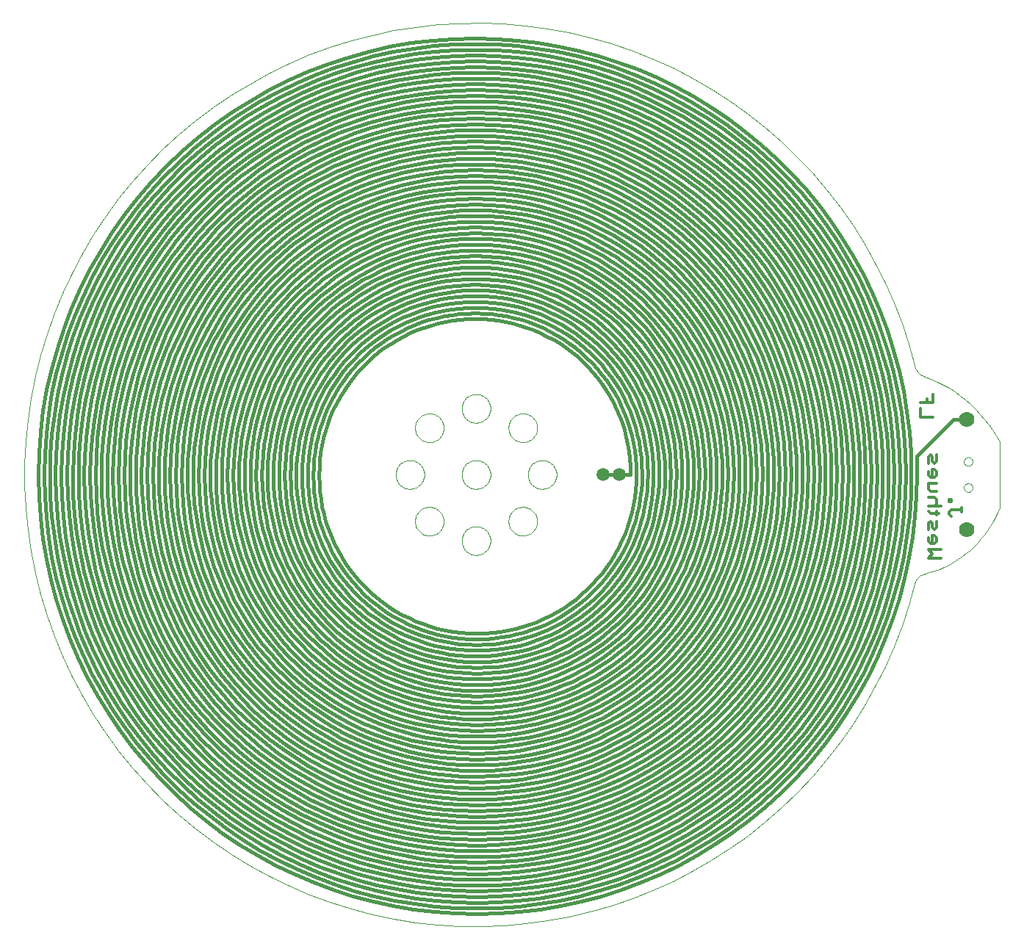
<source format=gbl>
G75*
G70*
%OFA0B0*%
%FSLAX24Y24*%
%IPPOS*%
%LPD*%
%AMOC8*
5,1,8,0,0,1.08239X$1,22.5*
%
%ADD10C,0.0010*%
%ADD11C,0.0140*%
%ADD12C,0.0000*%
%ADD13C,0.0700*%
%ADD14C,0.0150*%
%ADD15C,0.0591*%
D10*
X040496Y015646D02*
X040231Y014683D01*
X039920Y013735D01*
X039562Y012803D01*
X039160Y011890D01*
X038714Y010997D01*
X038225Y010127D01*
X037694Y009282D01*
X037122Y008463D01*
X036512Y007674D01*
X035864Y006915D01*
X035179Y006188D01*
X034460Y005496D01*
X033708Y004839D01*
X032925Y004220D01*
X032113Y003640D01*
X031274Y003100D01*
X030409Y002601D01*
X029521Y002146D01*
X028612Y001733D01*
X027684Y001366D01*
X026739Y001044D01*
X025780Y000769D01*
X024808Y000541D01*
X023827Y000360D01*
X022838Y000227D01*
X021843Y000142D01*
X020846Y000106D01*
X019847Y000119D01*
X018851Y000180D01*
X017859Y000290D01*
X016874Y000447D01*
X015897Y000653D01*
X014931Y000906D01*
X013979Y001205D01*
X013043Y001551D01*
X012124Y001941D01*
X011226Y002376D01*
X010350Y002854D01*
X009498Y003375D01*
X008672Y003936D01*
X007875Y004536D01*
X007108Y005175D01*
X006373Y005850D01*
X005672Y006560D01*
X005006Y007304D01*
X004377Y008079D01*
X003787Y008884D01*
X003236Y009716D01*
X002727Y010574D01*
X002260Y011457D01*
X001836Y012360D01*
X001457Y013284D01*
X001123Y014224D01*
X000836Y015180D01*
X000595Y016149D01*
X000402Y017128D01*
X000257Y018116D01*
X000160Y019109D01*
X000111Y020106D01*
X000111Y021104D01*
X000160Y022101D01*
X000257Y023094D01*
X000402Y024082D01*
X000595Y025061D01*
X000836Y026030D01*
X001123Y026986D01*
X001457Y027926D01*
X001836Y028850D01*
X002260Y029753D01*
X002727Y030636D01*
X003236Y031494D01*
X003787Y032326D01*
X004377Y033131D01*
X005006Y033906D01*
X005672Y034650D01*
X006373Y035360D01*
X007108Y036035D01*
X007875Y036674D01*
X008672Y037274D01*
X009498Y037835D01*
X010350Y038356D01*
X011226Y038834D01*
X012124Y039269D01*
X013043Y039659D01*
X013979Y040005D01*
X014931Y040304D01*
X015897Y040557D01*
X016874Y040763D01*
X017859Y040920D01*
X018851Y041030D01*
X019847Y041091D01*
X020846Y041104D01*
X021843Y041068D01*
X022838Y040983D01*
X023827Y040850D01*
X024808Y040669D01*
X025780Y040441D01*
X026739Y040166D01*
X027684Y039844D01*
X028612Y039477D01*
X029521Y039064D01*
X030409Y038609D01*
X031274Y038110D01*
X032113Y037570D01*
X032925Y036990D01*
X033708Y036371D01*
X034460Y035714D01*
X035179Y035022D01*
X035864Y034295D01*
X036512Y033536D01*
X037122Y032747D01*
X037694Y031928D01*
X038225Y031083D01*
X038714Y030213D01*
X039160Y029320D01*
X039562Y028407D01*
X039920Y027475D01*
X040231Y026527D01*
X040496Y025564D01*
X040510Y025515D01*
X040527Y025467D01*
X040548Y025421D01*
X040572Y025376D01*
X040599Y025333D01*
X040629Y025291D01*
X040662Y025252D01*
X040697Y025216D01*
X040735Y025182D01*
X040775Y025150D01*
X040817Y025122D01*
X040862Y025096D01*
X040907Y025074D01*
X040955Y025055D01*
X044355Y022105D02*
X044355Y019105D01*
X040955Y016105D02*
X040908Y016091D01*
X040862Y016074D01*
X040818Y016054D01*
X040776Y016030D01*
X040736Y016002D01*
X040697Y015972D01*
X040662Y015939D01*
X040629Y015903D01*
X040598Y015865D01*
X040571Y015825D01*
X040547Y015782D01*
X040527Y015738D01*
X040509Y015692D01*
X040496Y015646D01*
X044355Y022105D02*
X044204Y022372D01*
X044040Y022632D01*
X043864Y022883D01*
X043676Y023125D01*
X043476Y023358D01*
X043265Y023581D01*
X043043Y023793D01*
X042811Y023994D01*
X042570Y024183D01*
X042319Y024361D01*
X042061Y024526D01*
X041794Y024678D01*
X041521Y024818D01*
X041241Y024943D01*
X040955Y025055D01*
X044355Y019105D02*
X044265Y018887D01*
X044164Y018674D01*
X044053Y018467D01*
X043932Y018264D01*
X043802Y018068D01*
X043663Y017878D01*
X043515Y017695D01*
X043358Y017519D01*
X043193Y017351D01*
X043020Y017191D01*
X042840Y017039D01*
X042652Y016896D01*
X042459Y016763D01*
X042258Y016638D01*
X042053Y016524D01*
X041842Y016419D01*
X041626Y016325D01*
X041406Y016241D01*
X041182Y016167D01*
X040955Y016105D01*
D11*
X041125Y016825D02*
X041312Y017012D01*
X041125Y017199D01*
X041685Y017199D01*
X041685Y016825D02*
X041125Y016825D01*
X041218Y017470D02*
X041405Y017470D01*
X041499Y017563D01*
X041499Y017750D01*
X041405Y017843D01*
X041312Y017843D01*
X041312Y017470D01*
X041218Y017470D02*
X041125Y017563D01*
X041125Y017750D01*
X041125Y018114D02*
X041125Y018394D01*
X041218Y018488D01*
X041312Y018394D01*
X041312Y018208D01*
X041405Y018114D01*
X041499Y018208D01*
X041499Y018488D01*
X041499Y018759D02*
X041499Y018945D01*
X041592Y018852D02*
X041218Y018852D01*
X041125Y018945D01*
X041125Y019188D02*
X041685Y019188D01*
X041499Y019282D02*
X041499Y019469D01*
X041405Y019562D01*
X041125Y019562D01*
X041218Y019833D02*
X041125Y019926D01*
X041125Y020207D01*
X041499Y020207D01*
X041405Y020477D02*
X041499Y020571D01*
X041499Y020758D01*
X041405Y020851D01*
X041312Y020851D01*
X041312Y020477D01*
X041405Y020477D02*
X041218Y020477D01*
X041125Y020571D01*
X041125Y020758D01*
X041125Y021122D02*
X041125Y021402D01*
X041218Y021496D01*
X041312Y021402D01*
X041312Y021215D01*
X041405Y021122D01*
X041499Y021215D01*
X041499Y021496D01*
X041499Y019833D02*
X041218Y019833D01*
X041499Y019282D02*
X041405Y019188D01*
X042075Y019370D02*
X042075Y019463D01*
X042168Y019463D01*
X042168Y019370D01*
X042075Y019370D01*
X042168Y019005D02*
X042635Y019005D01*
X042635Y018912D02*
X042635Y019099D01*
X042168Y019005D02*
X042075Y018912D01*
X042075Y018818D01*
X042168Y018725D01*
X041335Y023225D02*
X040775Y023225D01*
X040775Y023599D01*
X040775Y023870D02*
X041335Y023870D01*
X041335Y024243D01*
X041055Y024056D02*
X041055Y023870D01*
D12*
X017834Y018484D02*
X017836Y018534D01*
X017842Y018584D01*
X017852Y018634D01*
X017865Y018682D01*
X017882Y018730D01*
X017903Y018776D01*
X017927Y018820D01*
X017955Y018862D01*
X017986Y018902D01*
X018020Y018939D01*
X018057Y018974D01*
X018096Y019005D01*
X018137Y019034D01*
X018181Y019059D01*
X018227Y019081D01*
X018274Y019099D01*
X018322Y019113D01*
X018371Y019124D01*
X018421Y019131D01*
X018471Y019134D01*
X018522Y019133D01*
X018572Y019128D01*
X018622Y019119D01*
X018670Y019107D01*
X018718Y019090D01*
X018764Y019070D01*
X018809Y019047D01*
X018852Y019020D01*
X018892Y018990D01*
X018930Y018957D01*
X018965Y018921D01*
X018998Y018882D01*
X019027Y018841D01*
X019053Y018798D01*
X019076Y018753D01*
X019095Y018706D01*
X019110Y018658D01*
X019122Y018609D01*
X019130Y018559D01*
X019134Y018509D01*
X019134Y018459D01*
X019130Y018409D01*
X019122Y018359D01*
X019110Y018310D01*
X019095Y018262D01*
X019076Y018215D01*
X019053Y018170D01*
X019027Y018127D01*
X018998Y018086D01*
X018965Y018047D01*
X018930Y018011D01*
X018892Y017978D01*
X018852Y017948D01*
X018809Y017921D01*
X018764Y017898D01*
X018718Y017878D01*
X018670Y017861D01*
X018622Y017849D01*
X018572Y017840D01*
X018522Y017835D01*
X018471Y017834D01*
X018421Y017837D01*
X018371Y017844D01*
X018322Y017855D01*
X018274Y017869D01*
X018227Y017887D01*
X018181Y017909D01*
X018137Y017934D01*
X018096Y017963D01*
X018057Y017994D01*
X018020Y018029D01*
X017986Y018066D01*
X017955Y018106D01*
X017927Y018148D01*
X017903Y018192D01*
X017882Y018238D01*
X017865Y018286D01*
X017852Y018334D01*
X017842Y018384D01*
X017836Y018434D01*
X017834Y018484D01*
X016955Y020605D02*
X016957Y020655D01*
X016963Y020705D01*
X016973Y020755D01*
X016986Y020803D01*
X017003Y020851D01*
X017024Y020897D01*
X017048Y020941D01*
X017076Y020983D01*
X017107Y021023D01*
X017141Y021060D01*
X017178Y021095D01*
X017217Y021126D01*
X017258Y021155D01*
X017302Y021180D01*
X017348Y021202D01*
X017395Y021220D01*
X017443Y021234D01*
X017492Y021245D01*
X017542Y021252D01*
X017592Y021255D01*
X017643Y021254D01*
X017693Y021249D01*
X017743Y021240D01*
X017791Y021228D01*
X017839Y021211D01*
X017885Y021191D01*
X017930Y021168D01*
X017973Y021141D01*
X018013Y021111D01*
X018051Y021078D01*
X018086Y021042D01*
X018119Y021003D01*
X018148Y020962D01*
X018174Y020919D01*
X018197Y020874D01*
X018216Y020827D01*
X018231Y020779D01*
X018243Y020730D01*
X018251Y020680D01*
X018255Y020630D01*
X018255Y020580D01*
X018251Y020530D01*
X018243Y020480D01*
X018231Y020431D01*
X018216Y020383D01*
X018197Y020336D01*
X018174Y020291D01*
X018148Y020248D01*
X018119Y020207D01*
X018086Y020168D01*
X018051Y020132D01*
X018013Y020099D01*
X017973Y020069D01*
X017930Y020042D01*
X017885Y020019D01*
X017839Y019999D01*
X017791Y019982D01*
X017743Y019970D01*
X017693Y019961D01*
X017643Y019956D01*
X017592Y019955D01*
X017542Y019958D01*
X017492Y019965D01*
X017443Y019976D01*
X017395Y019990D01*
X017348Y020008D01*
X017302Y020030D01*
X017258Y020055D01*
X017217Y020084D01*
X017178Y020115D01*
X017141Y020150D01*
X017107Y020187D01*
X017076Y020227D01*
X017048Y020269D01*
X017024Y020313D01*
X017003Y020359D01*
X016986Y020407D01*
X016973Y020455D01*
X016963Y020505D01*
X016957Y020555D01*
X016955Y020605D01*
X017834Y022726D02*
X017836Y022776D01*
X017842Y022826D01*
X017852Y022876D01*
X017865Y022924D01*
X017882Y022972D01*
X017903Y023018D01*
X017927Y023062D01*
X017955Y023104D01*
X017986Y023144D01*
X018020Y023181D01*
X018057Y023216D01*
X018096Y023247D01*
X018137Y023276D01*
X018181Y023301D01*
X018227Y023323D01*
X018274Y023341D01*
X018322Y023355D01*
X018371Y023366D01*
X018421Y023373D01*
X018471Y023376D01*
X018522Y023375D01*
X018572Y023370D01*
X018622Y023361D01*
X018670Y023349D01*
X018718Y023332D01*
X018764Y023312D01*
X018809Y023289D01*
X018852Y023262D01*
X018892Y023232D01*
X018930Y023199D01*
X018965Y023163D01*
X018998Y023124D01*
X019027Y023083D01*
X019053Y023040D01*
X019076Y022995D01*
X019095Y022948D01*
X019110Y022900D01*
X019122Y022851D01*
X019130Y022801D01*
X019134Y022751D01*
X019134Y022701D01*
X019130Y022651D01*
X019122Y022601D01*
X019110Y022552D01*
X019095Y022504D01*
X019076Y022457D01*
X019053Y022412D01*
X019027Y022369D01*
X018998Y022328D01*
X018965Y022289D01*
X018930Y022253D01*
X018892Y022220D01*
X018852Y022190D01*
X018809Y022163D01*
X018764Y022140D01*
X018718Y022120D01*
X018670Y022103D01*
X018622Y022091D01*
X018572Y022082D01*
X018522Y022077D01*
X018471Y022076D01*
X018421Y022079D01*
X018371Y022086D01*
X018322Y022097D01*
X018274Y022111D01*
X018227Y022129D01*
X018181Y022151D01*
X018137Y022176D01*
X018096Y022205D01*
X018057Y022236D01*
X018020Y022271D01*
X017986Y022308D01*
X017955Y022348D01*
X017927Y022390D01*
X017903Y022434D01*
X017882Y022480D01*
X017865Y022528D01*
X017852Y022576D01*
X017842Y022626D01*
X017836Y022676D01*
X017834Y022726D01*
X019955Y023605D02*
X019957Y023655D01*
X019963Y023705D01*
X019973Y023755D01*
X019986Y023803D01*
X020003Y023851D01*
X020024Y023897D01*
X020048Y023941D01*
X020076Y023983D01*
X020107Y024023D01*
X020141Y024060D01*
X020178Y024095D01*
X020217Y024126D01*
X020258Y024155D01*
X020302Y024180D01*
X020348Y024202D01*
X020395Y024220D01*
X020443Y024234D01*
X020492Y024245D01*
X020542Y024252D01*
X020592Y024255D01*
X020643Y024254D01*
X020693Y024249D01*
X020743Y024240D01*
X020791Y024228D01*
X020839Y024211D01*
X020885Y024191D01*
X020930Y024168D01*
X020973Y024141D01*
X021013Y024111D01*
X021051Y024078D01*
X021086Y024042D01*
X021119Y024003D01*
X021148Y023962D01*
X021174Y023919D01*
X021197Y023874D01*
X021216Y023827D01*
X021231Y023779D01*
X021243Y023730D01*
X021251Y023680D01*
X021255Y023630D01*
X021255Y023580D01*
X021251Y023530D01*
X021243Y023480D01*
X021231Y023431D01*
X021216Y023383D01*
X021197Y023336D01*
X021174Y023291D01*
X021148Y023248D01*
X021119Y023207D01*
X021086Y023168D01*
X021051Y023132D01*
X021013Y023099D01*
X020973Y023069D01*
X020930Y023042D01*
X020885Y023019D01*
X020839Y022999D01*
X020791Y022982D01*
X020743Y022970D01*
X020693Y022961D01*
X020643Y022956D01*
X020592Y022955D01*
X020542Y022958D01*
X020492Y022965D01*
X020443Y022976D01*
X020395Y022990D01*
X020348Y023008D01*
X020302Y023030D01*
X020258Y023055D01*
X020217Y023084D01*
X020178Y023115D01*
X020141Y023150D01*
X020107Y023187D01*
X020076Y023227D01*
X020048Y023269D01*
X020024Y023313D01*
X020003Y023359D01*
X019986Y023407D01*
X019973Y023455D01*
X019963Y023505D01*
X019957Y023555D01*
X019955Y023605D01*
X022076Y022726D02*
X022078Y022776D01*
X022084Y022826D01*
X022094Y022876D01*
X022107Y022924D01*
X022124Y022972D01*
X022145Y023018D01*
X022169Y023062D01*
X022197Y023104D01*
X022228Y023144D01*
X022262Y023181D01*
X022299Y023216D01*
X022338Y023247D01*
X022379Y023276D01*
X022423Y023301D01*
X022469Y023323D01*
X022516Y023341D01*
X022564Y023355D01*
X022613Y023366D01*
X022663Y023373D01*
X022713Y023376D01*
X022764Y023375D01*
X022814Y023370D01*
X022864Y023361D01*
X022912Y023349D01*
X022960Y023332D01*
X023006Y023312D01*
X023051Y023289D01*
X023094Y023262D01*
X023134Y023232D01*
X023172Y023199D01*
X023207Y023163D01*
X023240Y023124D01*
X023269Y023083D01*
X023295Y023040D01*
X023318Y022995D01*
X023337Y022948D01*
X023352Y022900D01*
X023364Y022851D01*
X023372Y022801D01*
X023376Y022751D01*
X023376Y022701D01*
X023372Y022651D01*
X023364Y022601D01*
X023352Y022552D01*
X023337Y022504D01*
X023318Y022457D01*
X023295Y022412D01*
X023269Y022369D01*
X023240Y022328D01*
X023207Y022289D01*
X023172Y022253D01*
X023134Y022220D01*
X023094Y022190D01*
X023051Y022163D01*
X023006Y022140D01*
X022960Y022120D01*
X022912Y022103D01*
X022864Y022091D01*
X022814Y022082D01*
X022764Y022077D01*
X022713Y022076D01*
X022663Y022079D01*
X022613Y022086D01*
X022564Y022097D01*
X022516Y022111D01*
X022469Y022129D01*
X022423Y022151D01*
X022379Y022176D01*
X022338Y022205D01*
X022299Y022236D01*
X022262Y022271D01*
X022228Y022308D01*
X022197Y022348D01*
X022169Y022390D01*
X022145Y022434D01*
X022124Y022480D01*
X022107Y022528D01*
X022094Y022576D01*
X022084Y022626D01*
X022078Y022676D01*
X022076Y022726D01*
X019955Y020605D02*
X019957Y020655D01*
X019963Y020705D01*
X019973Y020755D01*
X019986Y020803D01*
X020003Y020851D01*
X020024Y020897D01*
X020048Y020941D01*
X020076Y020983D01*
X020107Y021023D01*
X020141Y021060D01*
X020178Y021095D01*
X020217Y021126D01*
X020258Y021155D01*
X020302Y021180D01*
X020348Y021202D01*
X020395Y021220D01*
X020443Y021234D01*
X020492Y021245D01*
X020542Y021252D01*
X020592Y021255D01*
X020643Y021254D01*
X020693Y021249D01*
X020743Y021240D01*
X020791Y021228D01*
X020839Y021211D01*
X020885Y021191D01*
X020930Y021168D01*
X020973Y021141D01*
X021013Y021111D01*
X021051Y021078D01*
X021086Y021042D01*
X021119Y021003D01*
X021148Y020962D01*
X021174Y020919D01*
X021197Y020874D01*
X021216Y020827D01*
X021231Y020779D01*
X021243Y020730D01*
X021251Y020680D01*
X021255Y020630D01*
X021255Y020580D01*
X021251Y020530D01*
X021243Y020480D01*
X021231Y020431D01*
X021216Y020383D01*
X021197Y020336D01*
X021174Y020291D01*
X021148Y020248D01*
X021119Y020207D01*
X021086Y020168D01*
X021051Y020132D01*
X021013Y020099D01*
X020973Y020069D01*
X020930Y020042D01*
X020885Y020019D01*
X020839Y019999D01*
X020791Y019982D01*
X020743Y019970D01*
X020693Y019961D01*
X020643Y019956D01*
X020592Y019955D01*
X020542Y019958D01*
X020492Y019965D01*
X020443Y019976D01*
X020395Y019990D01*
X020348Y020008D01*
X020302Y020030D01*
X020258Y020055D01*
X020217Y020084D01*
X020178Y020115D01*
X020141Y020150D01*
X020107Y020187D01*
X020076Y020227D01*
X020048Y020269D01*
X020024Y020313D01*
X020003Y020359D01*
X019986Y020407D01*
X019973Y020455D01*
X019963Y020505D01*
X019957Y020555D01*
X019955Y020605D01*
X022076Y018484D02*
X022078Y018534D01*
X022084Y018584D01*
X022094Y018634D01*
X022107Y018682D01*
X022124Y018730D01*
X022145Y018776D01*
X022169Y018820D01*
X022197Y018862D01*
X022228Y018902D01*
X022262Y018939D01*
X022299Y018974D01*
X022338Y019005D01*
X022379Y019034D01*
X022423Y019059D01*
X022469Y019081D01*
X022516Y019099D01*
X022564Y019113D01*
X022613Y019124D01*
X022663Y019131D01*
X022713Y019134D01*
X022764Y019133D01*
X022814Y019128D01*
X022864Y019119D01*
X022912Y019107D01*
X022960Y019090D01*
X023006Y019070D01*
X023051Y019047D01*
X023094Y019020D01*
X023134Y018990D01*
X023172Y018957D01*
X023207Y018921D01*
X023240Y018882D01*
X023269Y018841D01*
X023295Y018798D01*
X023318Y018753D01*
X023337Y018706D01*
X023352Y018658D01*
X023364Y018609D01*
X023372Y018559D01*
X023376Y018509D01*
X023376Y018459D01*
X023372Y018409D01*
X023364Y018359D01*
X023352Y018310D01*
X023337Y018262D01*
X023318Y018215D01*
X023295Y018170D01*
X023269Y018127D01*
X023240Y018086D01*
X023207Y018047D01*
X023172Y018011D01*
X023134Y017978D01*
X023094Y017948D01*
X023051Y017921D01*
X023006Y017898D01*
X022960Y017878D01*
X022912Y017861D01*
X022864Y017849D01*
X022814Y017840D01*
X022764Y017835D01*
X022713Y017834D01*
X022663Y017837D01*
X022613Y017844D01*
X022564Y017855D01*
X022516Y017869D01*
X022469Y017887D01*
X022423Y017909D01*
X022379Y017934D01*
X022338Y017963D01*
X022299Y017994D01*
X022262Y018029D01*
X022228Y018066D01*
X022197Y018106D01*
X022169Y018148D01*
X022145Y018192D01*
X022124Y018238D01*
X022107Y018286D01*
X022094Y018334D01*
X022084Y018384D01*
X022078Y018434D01*
X022076Y018484D01*
X019955Y017605D02*
X019957Y017655D01*
X019963Y017705D01*
X019973Y017755D01*
X019986Y017803D01*
X020003Y017851D01*
X020024Y017897D01*
X020048Y017941D01*
X020076Y017983D01*
X020107Y018023D01*
X020141Y018060D01*
X020178Y018095D01*
X020217Y018126D01*
X020258Y018155D01*
X020302Y018180D01*
X020348Y018202D01*
X020395Y018220D01*
X020443Y018234D01*
X020492Y018245D01*
X020542Y018252D01*
X020592Y018255D01*
X020643Y018254D01*
X020693Y018249D01*
X020743Y018240D01*
X020791Y018228D01*
X020839Y018211D01*
X020885Y018191D01*
X020930Y018168D01*
X020973Y018141D01*
X021013Y018111D01*
X021051Y018078D01*
X021086Y018042D01*
X021119Y018003D01*
X021148Y017962D01*
X021174Y017919D01*
X021197Y017874D01*
X021216Y017827D01*
X021231Y017779D01*
X021243Y017730D01*
X021251Y017680D01*
X021255Y017630D01*
X021255Y017580D01*
X021251Y017530D01*
X021243Y017480D01*
X021231Y017431D01*
X021216Y017383D01*
X021197Y017336D01*
X021174Y017291D01*
X021148Y017248D01*
X021119Y017207D01*
X021086Y017168D01*
X021051Y017132D01*
X021013Y017099D01*
X020973Y017069D01*
X020930Y017042D01*
X020885Y017019D01*
X020839Y016999D01*
X020791Y016982D01*
X020743Y016970D01*
X020693Y016961D01*
X020643Y016956D01*
X020592Y016955D01*
X020542Y016958D01*
X020492Y016965D01*
X020443Y016976D01*
X020395Y016990D01*
X020348Y017008D01*
X020302Y017030D01*
X020258Y017055D01*
X020217Y017084D01*
X020178Y017115D01*
X020141Y017150D01*
X020107Y017187D01*
X020076Y017227D01*
X020048Y017269D01*
X020024Y017313D01*
X020003Y017359D01*
X019986Y017407D01*
X019973Y017455D01*
X019963Y017505D01*
X019957Y017555D01*
X019955Y017605D01*
X022955Y020605D02*
X022957Y020655D01*
X022963Y020705D01*
X022973Y020755D01*
X022986Y020803D01*
X023003Y020851D01*
X023024Y020897D01*
X023048Y020941D01*
X023076Y020983D01*
X023107Y021023D01*
X023141Y021060D01*
X023178Y021095D01*
X023217Y021126D01*
X023258Y021155D01*
X023302Y021180D01*
X023348Y021202D01*
X023395Y021220D01*
X023443Y021234D01*
X023492Y021245D01*
X023542Y021252D01*
X023592Y021255D01*
X023643Y021254D01*
X023693Y021249D01*
X023743Y021240D01*
X023791Y021228D01*
X023839Y021211D01*
X023885Y021191D01*
X023930Y021168D01*
X023973Y021141D01*
X024013Y021111D01*
X024051Y021078D01*
X024086Y021042D01*
X024119Y021003D01*
X024148Y020962D01*
X024174Y020919D01*
X024197Y020874D01*
X024216Y020827D01*
X024231Y020779D01*
X024243Y020730D01*
X024251Y020680D01*
X024255Y020630D01*
X024255Y020580D01*
X024251Y020530D01*
X024243Y020480D01*
X024231Y020431D01*
X024216Y020383D01*
X024197Y020336D01*
X024174Y020291D01*
X024148Y020248D01*
X024119Y020207D01*
X024086Y020168D01*
X024051Y020132D01*
X024013Y020099D01*
X023973Y020069D01*
X023930Y020042D01*
X023885Y020019D01*
X023839Y019999D01*
X023791Y019982D01*
X023743Y019970D01*
X023693Y019961D01*
X023643Y019956D01*
X023592Y019955D01*
X023542Y019958D01*
X023492Y019965D01*
X023443Y019976D01*
X023395Y019990D01*
X023348Y020008D01*
X023302Y020030D01*
X023258Y020055D01*
X023217Y020084D01*
X023178Y020115D01*
X023141Y020150D01*
X023107Y020187D01*
X023076Y020227D01*
X023048Y020269D01*
X023024Y020313D01*
X023003Y020359D01*
X022986Y020407D01*
X022973Y020455D01*
X022963Y020505D01*
X022957Y020555D01*
X022955Y020605D01*
X042741Y020014D02*
X042743Y020041D01*
X042749Y020068D01*
X042758Y020094D01*
X042771Y020118D01*
X042787Y020141D01*
X042806Y020160D01*
X042828Y020177D01*
X042852Y020191D01*
X042877Y020201D01*
X042904Y020208D01*
X042931Y020211D01*
X042959Y020210D01*
X042986Y020205D01*
X043012Y020197D01*
X043036Y020185D01*
X043059Y020169D01*
X043080Y020151D01*
X043097Y020130D01*
X043112Y020106D01*
X043123Y020081D01*
X043131Y020055D01*
X043135Y020028D01*
X043135Y020000D01*
X043131Y019973D01*
X043123Y019947D01*
X043112Y019922D01*
X043097Y019898D01*
X043080Y019877D01*
X043059Y019859D01*
X043037Y019843D01*
X043012Y019831D01*
X042986Y019823D01*
X042959Y019818D01*
X042931Y019817D01*
X042904Y019820D01*
X042877Y019827D01*
X042852Y019837D01*
X042828Y019851D01*
X042806Y019868D01*
X042787Y019887D01*
X042771Y019910D01*
X042758Y019934D01*
X042749Y019960D01*
X042743Y019987D01*
X042741Y020014D01*
X042741Y021196D02*
X042743Y021223D01*
X042749Y021250D01*
X042758Y021276D01*
X042771Y021300D01*
X042787Y021323D01*
X042806Y021342D01*
X042828Y021359D01*
X042852Y021373D01*
X042877Y021383D01*
X042904Y021390D01*
X042931Y021393D01*
X042959Y021392D01*
X042986Y021387D01*
X043012Y021379D01*
X043036Y021367D01*
X043059Y021351D01*
X043080Y021333D01*
X043097Y021312D01*
X043112Y021288D01*
X043123Y021263D01*
X043131Y021237D01*
X043135Y021210D01*
X043135Y021182D01*
X043131Y021155D01*
X043123Y021129D01*
X043112Y021104D01*
X043097Y021080D01*
X043080Y021059D01*
X043059Y021041D01*
X043037Y021025D01*
X043012Y021013D01*
X042986Y021005D01*
X042959Y021000D01*
X042931Y020999D01*
X042904Y021002D01*
X042877Y021009D01*
X042852Y021019D01*
X042828Y021033D01*
X042806Y021050D01*
X042787Y021069D01*
X042771Y021092D01*
X042758Y021116D01*
X042749Y021142D01*
X042743Y021169D01*
X042741Y021196D01*
D13*
X042855Y023105D03*
X042855Y018105D03*
D14*
X040605Y020605D02*
X040605Y021455D01*
X042255Y023105D01*
X042855Y023105D01*
X040345Y020670D02*
X040345Y020605D01*
X040085Y020605D02*
X040085Y020670D01*
X039825Y020670D02*
X039825Y020605D01*
X039565Y020605D02*
X039565Y020670D01*
X039305Y020670D02*
X039305Y020605D01*
X039045Y020605D02*
X039045Y020670D01*
X038785Y020670D02*
X038785Y020605D01*
X038525Y020605D02*
X038525Y020670D01*
X038265Y020670D02*
X038265Y020605D01*
X038005Y020605D02*
X038005Y020670D01*
X037745Y020670D02*
X037745Y020605D01*
X037485Y020605D02*
X037485Y020670D01*
X037225Y020670D02*
X037225Y020605D01*
X036965Y020605D02*
X036965Y020670D01*
X036705Y020670D02*
X036705Y020605D01*
X036445Y020605D02*
X036445Y020670D01*
X036185Y020670D02*
X036185Y020605D01*
X035925Y020605D02*
X035925Y020670D01*
X035665Y020670D02*
X035665Y020605D01*
X035405Y020605D02*
X035405Y020670D01*
X035145Y020670D02*
X035145Y020605D01*
X034885Y020605D02*
X034885Y020670D01*
X034625Y020670D02*
X034625Y020605D01*
X034365Y020605D02*
X034365Y020670D01*
X034105Y020670D02*
X034105Y020605D01*
X033845Y020605D02*
X033845Y020670D01*
X033585Y020670D02*
X033585Y020605D01*
X033325Y020605D02*
X033325Y020670D01*
X033065Y020670D02*
X033065Y020605D01*
X032805Y020605D02*
X032805Y020670D01*
X032545Y020670D02*
X032545Y020605D01*
X032285Y020605D02*
X032285Y020670D01*
X032025Y020670D02*
X032025Y020605D01*
X031765Y020605D02*
X031765Y020670D01*
X031505Y020670D02*
X031505Y020605D01*
X031245Y020605D02*
X031245Y020670D01*
X030985Y020670D02*
X030985Y020605D01*
X030725Y020605D02*
X030725Y020670D01*
X030465Y020670D02*
X030465Y020605D01*
X030205Y020605D02*
X030205Y020670D01*
X029945Y020670D02*
X029945Y020605D01*
X029685Y020605D02*
X029685Y020670D01*
X029425Y020670D02*
X029425Y020605D01*
X029165Y020605D02*
X029165Y020670D01*
X028905Y020670D02*
X028905Y020605D01*
X028645Y020605D02*
X028645Y020670D01*
X028385Y020670D02*
X028385Y020605D01*
X028125Y020605D02*
X028125Y020670D01*
X027865Y020670D02*
X027865Y020605D01*
X027605Y020605D02*
X027605Y020670D01*
X027605Y020605D02*
X026605Y020605D01*
X026355Y020605D01*
X026605Y020605D02*
X026605Y020605D01*
X035665Y020605D02*
X035648Y019892D01*
X035597Y019180D01*
X035512Y018471D01*
X035394Y017767D01*
X035242Y017070D01*
X035058Y016380D01*
X034840Y015701D01*
X034591Y015032D01*
X034310Y014376D01*
X033998Y013734D01*
X033656Y013108D01*
X033285Y012498D01*
X032885Y011907D01*
X032457Y011336D01*
X032002Y010785D01*
X031522Y010257D01*
X031018Y009753D01*
X030490Y009272D01*
X029939Y008818D01*
X029368Y008390D01*
X028777Y007990D01*
X028167Y007619D01*
X027541Y007277D01*
X026899Y006965D01*
X026243Y006684D01*
X025574Y006435D01*
X024894Y006217D01*
X024205Y006033D01*
X023508Y005881D01*
X022804Y005763D01*
X022095Y005678D01*
X021383Y005627D01*
X020670Y005610D01*
X020605Y005610D01*
X020605Y005350D02*
X020670Y005350D01*
X020670Y005090D02*
X020605Y005090D01*
X020605Y004830D02*
X020670Y004830D01*
X020670Y004570D02*
X020605Y004570D01*
X020605Y004310D02*
X020670Y004310D01*
X020670Y004050D02*
X020605Y004050D01*
X020605Y003790D02*
X020670Y003790D01*
X020670Y003530D02*
X020605Y003530D01*
X020605Y003270D02*
X020670Y003270D01*
X020670Y003010D02*
X020605Y003010D01*
X020605Y002750D02*
X020670Y002750D01*
X020670Y002490D02*
X020605Y002490D01*
X020605Y002230D02*
X020670Y002230D01*
X020670Y001970D02*
X020605Y001970D01*
X020605Y001710D02*
X020670Y001710D01*
X020670Y001450D02*
X020605Y001450D01*
X020605Y001190D02*
X020670Y001190D01*
X020670Y000930D02*
X020605Y000930D01*
X020605Y000670D02*
X020670Y000670D01*
X020670Y005870D02*
X020605Y005870D01*
X020605Y006130D02*
X020670Y006130D01*
X020670Y006390D02*
X020605Y006390D01*
X020605Y006650D02*
X020670Y006650D01*
X020670Y006910D02*
X020605Y006910D01*
X020605Y007170D02*
X020670Y007170D01*
X020670Y007430D02*
X020605Y007430D01*
X020605Y007690D02*
X020670Y007690D01*
X020670Y007950D02*
X020605Y007950D01*
X020605Y008210D02*
X020670Y008210D01*
X020670Y008470D02*
X020605Y008470D01*
X020605Y008730D02*
X020670Y008730D01*
X020670Y008990D02*
X020605Y008990D01*
X020605Y009250D02*
X020670Y009250D01*
X020670Y009510D02*
X020605Y009510D01*
X020605Y009770D02*
X020670Y009770D01*
X020670Y010030D02*
X020605Y010030D01*
X020605Y010290D02*
X020670Y010290D01*
X020670Y010550D02*
X020605Y010550D01*
X020605Y010810D02*
X020670Y010810D01*
X020670Y011070D02*
X020605Y011070D01*
X020605Y011330D02*
X020670Y011330D01*
X020670Y011590D02*
X020605Y011590D01*
X020605Y011850D02*
X020670Y011850D01*
X020670Y012110D02*
X020605Y012110D01*
X020605Y012370D02*
X020670Y012370D01*
X020670Y012630D02*
X020605Y012630D01*
X020605Y012890D02*
X020670Y012890D01*
X020670Y013150D02*
X020605Y013150D01*
X020605Y013410D02*
X020670Y013410D01*
X020605Y006130D02*
X019920Y006146D01*
X019235Y006195D01*
X018554Y006277D01*
X017878Y006390D01*
X017208Y006536D01*
X016545Y006714D01*
X015892Y006922D01*
X015249Y007162D01*
X014619Y007432D01*
X014002Y007732D01*
X013400Y008061D01*
X012814Y008418D01*
X012246Y008802D01*
X011697Y009213D01*
X011168Y009650D01*
X010661Y010111D01*
X010176Y010596D01*
X009715Y011103D01*
X009278Y011632D01*
X008867Y012181D01*
X008483Y012749D01*
X008126Y013335D01*
X007797Y013937D01*
X007497Y014554D01*
X007227Y015184D01*
X006987Y015827D01*
X006779Y016480D01*
X006601Y017143D01*
X006455Y017813D01*
X006342Y018489D01*
X006260Y019170D01*
X006211Y019855D01*
X006195Y020540D01*
X006195Y020605D01*
X005935Y020605D02*
X005935Y020540D01*
X005675Y020540D02*
X005675Y020605D01*
X005415Y020605D02*
X005415Y020540D01*
X005155Y020540D02*
X005155Y020605D01*
X004895Y020605D02*
X004895Y020540D01*
X004635Y020540D02*
X004635Y020605D01*
X004375Y020605D02*
X004375Y020540D01*
X004115Y020540D02*
X004115Y020605D01*
X003855Y020605D02*
X003855Y020540D01*
X003595Y020540D02*
X003595Y020605D01*
X003335Y020605D02*
X003335Y020540D01*
X003075Y020540D02*
X003075Y020605D01*
X002815Y020605D02*
X002815Y020540D01*
X002555Y020540D02*
X002555Y020605D01*
X002295Y020605D02*
X002295Y020540D01*
X002035Y020540D02*
X002035Y020605D01*
X001775Y020605D02*
X001775Y020540D01*
X001515Y020540D02*
X001515Y020605D01*
X001255Y020605D02*
X001255Y020540D01*
X000995Y020540D02*
X000995Y020605D01*
X000735Y020605D02*
X000735Y020540D01*
X006455Y020540D02*
X006455Y020605D01*
X006715Y020605D02*
X006715Y020540D01*
X006975Y020540D02*
X006975Y020605D01*
X007235Y020605D02*
X007235Y020540D01*
X007495Y020540D02*
X007495Y020605D01*
X007755Y020605D02*
X007755Y020540D01*
X008015Y020540D02*
X008015Y020605D01*
X008275Y020605D02*
X008275Y020540D01*
X008535Y020540D02*
X008535Y020605D01*
X008795Y020605D02*
X008795Y020540D01*
X009055Y020540D02*
X009055Y020605D01*
X009315Y020605D02*
X009315Y020540D01*
X009575Y020540D02*
X009575Y020605D01*
X009835Y020605D02*
X009835Y020540D01*
X010095Y020540D02*
X010095Y020605D01*
X010355Y020605D02*
X010355Y020540D01*
X010615Y020540D02*
X010615Y020605D01*
X010875Y020605D02*
X010875Y020540D01*
X011135Y020540D02*
X011135Y020605D01*
X011395Y020605D02*
X011395Y020540D01*
X011655Y020540D02*
X011655Y020605D01*
X011915Y020605D02*
X011915Y020540D01*
X012175Y020540D02*
X012175Y020605D01*
X012435Y020605D02*
X012435Y020540D01*
X012695Y020540D02*
X012695Y020605D01*
X012955Y020605D02*
X012955Y020540D01*
X013215Y020540D02*
X013215Y020605D01*
X013475Y020605D02*
X013475Y020540D01*
X004115Y020605D02*
X004134Y021386D01*
X004189Y022166D01*
X004282Y022942D01*
X004412Y023713D01*
X004578Y024477D01*
X004780Y025232D01*
X005018Y025977D01*
X005292Y026709D01*
X005599Y027428D01*
X005941Y028131D01*
X006316Y028817D01*
X006722Y029485D01*
X007161Y030132D01*
X007629Y030758D01*
X008127Y031361D01*
X008653Y031940D01*
X009205Y032492D01*
X009784Y033018D01*
X010387Y033516D01*
X011013Y033984D01*
X011660Y034423D01*
X012328Y034830D01*
X013014Y035204D01*
X013717Y035546D01*
X014436Y035853D01*
X015168Y036127D01*
X015913Y036365D01*
X016668Y036567D01*
X017432Y036733D01*
X018203Y036863D01*
X018979Y036956D01*
X019759Y037011D01*
X020540Y037030D01*
X020605Y037030D01*
X020605Y037290D02*
X020540Y037290D01*
X020540Y037550D02*
X020605Y037550D01*
X020605Y037810D02*
X020540Y037810D01*
X020540Y038070D02*
X020605Y038070D01*
X020605Y038330D02*
X020540Y038330D01*
X020540Y038590D02*
X020605Y038590D01*
X020605Y038850D02*
X020540Y038850D01*
X020540Y039110D02*
X020605Y039110D01*
X020605Y039370D02*
X020540Y039370D01*
X020540Y039630D02*
X020605Y039630D01*
X020605Y039890D02*
X020540Y039890D01*
X020540Y040150D02*
X020605Y040150D01*
X020605Y040410D02*
X020540Y040410D01*
X020540Y036770D02*
X020605Y036770D01*
X020605Y036510D02*
X020540Y036510D01*
X020540Y036250D02*
X020605Y036250D01*
X020605Y035990D02*
X020540Y035990D01*
X020540Y035730D02*
X020605Y035730D01*
X020605Y035470D02*
X020540Y035470D01*
X020540Y035210D02*
X020605Y035210D01*
X020605Y034950D02*
X020540Y034950D01*
X020540Y034690D02*
X020605Y034690D01*
X020605Y034430D02*
X020540Y034430D01*
X020540Y034170D02*
X020605Y034170D01*
X020605Y033910D02*
X020540Y033910D01*
X020540Y033650D02*
X020605Y033650D01*
X020605Y033390D02*
X020540Y033390D01*
X020540Y033130D02*
X020605Y033130D01*
X020605Y032870D02*
X020540Y032870D01*
X020540Y032610D02*
X020605Y032610D01*
X020605Y032350D02*
X020540Y032350D01*
X020540Y032090D02*
X020605Y032090D01*
X020605Y031830D02*
X020540Y031830D01*
X020540Y031570D02*
X020605Y031570D01*
X020605Y031310D02*
X020540Y031310D01*
X020540Y031050D02*
X020605Y031050D01*
X020605Y030790D02*
X020540Y030790D01*
X020540Y030530D02*
X020605Y030530D01*
X020605Y030270D02*
X020540Y030270D01*
X020540Y030010D02*
X020605Y030010D01*
X020605Y029750D02*
X020540Y029750D01*
X020540Y029490D02*
X020605Y029490D01*
X020605Y029230D02*
X020540Y029230D01*
X020540Y028970D02*
X020605Y028970D01*
X020605Y028710D02*
X020540Y028710D01*
X020540Y028450D02*
X020605Y028450D01*
X020605Y028190D02*
X020540Y028190D01*
X020540Y027930D02*
X020605Y027930D01*
X020605Y027670D02*
X020540Y027670D01*
X020605Y040150D02*
X021532Y040128D01*
X022457Y040062D01*
X023377Y039952D01*
X024291Y039798D01*
X025197Y039601D01*
X026093Y039361D01*
X026976Y039079D01*
X027845Y038755D01*
X028697Y038390D01*
X029531Y037985D01*
X030345Y037540D01*
X031137Y037058D01*
X031904Y036538D01*
X032647Y035982D01*
X033362Y035392D01*
X034048Y034768D01*
X034703Y034113D01*
X035327Y033427D01*
X035917Y032712D01*
X036473Y031969D01*
X036993Y031202D01*
X037475Y030410D01*
X037920Y029596D01*
X038325Y028762D01*
X038690Y027910D01*
X039014Y027041D01*
X039296Y026158D01*
X039536Y025262D01*
X039733Y024356D01*
X039887Y023442D01*
X039997Y022521D01*
X040063Y021597D01*
X040085Y020670D01*
X038785Y020605D02*
X038764Y019743D01*
X038703Y018883D01*
X038601Y018027D01*
X038458Y017177D01*
X038274Y016334D01*
X038051Y015501D01*
X037789Y014680D01*
X037487Y013872D01*
X037148Y013080D01*
X036771Y012304D01*
X036358Y011548D01*
X035909Y010811D01*
X035426Y010097D01*
X034909Y009407D01*
X034360Y008742D01*
X033780Y008104D01*
X033171Y007495D01*
X032533Y006915D01*
X031868Y006366D01*
X031178Y005849D01*
X030464Y005366D01*
X029727Y004917D01*
X028971Y004504D01*
X028195Y004127D01*
X027403Y003788D01*
X026595Y003486D01*
X025774Y003224D01*
X024941Y003001D01*
X024098Y002817D01*
X023248Y002674D01*
X022392Y002572D01*
X021532Y002511D01*
X020670Y002490D01*
X020605Y006910D02*
X019957Y006925D01*
X019310Y006972D01*
X018665Y007049D01*
X018026Y007156D01*
X017392Y007294D01*
X016765Y007462D01*
X016147Y007660D01*
X015539Y007886D01*
X014943Y008142D01*
X014359Y008425D01*
X013790Y008736D01*
X013236Y009074D01*
X012699Y009437D01*
X012180Y009826D01*
X011679Y010239D01*
X011199Y010676D01*
X010740Y011134D01*
X010304Y011614D01*
X009891Y012115D01*
X009502Y012634D01*
X009139Y013171D01*
X008801Y013725D01*
X008490Y014294D01*
X008207Y014878D01*
X007951Y015474D01*
X007725Y016082D01*
X007527Y016700D01*
X007359Y017327D01*
X007221Y017961D01*
X007114Y018600D01*
X007037Y019245D01*
X006990Y019892D01*
X006975Y020540D01*
X008015Y020605D02*
X008029Y021201D01*
X008072Y021795D01*
X008142Y022387D01*
X008241Y022975D01*
X008368Y023558D01*
X008522Y024134D01*
X008704Y024701D01*
X008912Y025260D01*
X009147Y025808D01*
X009407Y026344D01*
X009693Y026867D01*
X010003Y027377D01*
X010337Y027870D01*
X010695Y028347D01*
X011074Y028807D01*
X011475Y029248D01*
X011897Y029670D01*
X012338Y030071D01*
X012798Y030450D01*
X013275Y030808D01*
X013769Y031142D01*
X014278Y031452D01*
X014801Y031738D01*
X015337Y031998D01*
X015885Y032233D01*
X016444Y032441D01*
X017011Y032623D01*
X017587Y032777D01*
X018170Y032904D01*
X018758Y033003D01*
X019350Y033073D01*
X019944Y033116D01*
X020540Y033130D01*
X020605Y028450D02*
X020975Y028441D01*
X021344Y028415D01*
X021712Y028371D01*
X022077Y028309D01*
X022439Y028231D01*
X022797Y028135D01*
X023149Y028022D01*
X023496Y027893D01*
X023837Y027747D01*
X024170Y027585D01*
X024495Y027408D01*
X024811Y027215D01*
X025118Y027007D01*
X025414Y026785D01*
X025700Y026550D01*
X025974Y026301D01*
X026236Y026039D01*
X026485Y025765D01*
X026721Y025479D01*
X026942Y025183D01*
X027150Y024876D01*
X027343Y024560D01*
X027520Y024235D01*
X027682Y023902D01*
X027828Y023561D01*
X027957Y023214D01*
X028070Y022862D01*
X028166Y022504D01*
X028244Y022142D01*
X028306Y021777D01*
X028350Y021409D01*
X028376Y021040D01*
X028385Y020670D01*
X039565Y020605D02*
X039544Y019706D01*
X039479Y018809D01*
X039373Y017916D01*
X039224Y017029D01*
X039032Y016150D01*
X038800Y015282D01*
X038526Y014425D01*
X038212Y013582D01*
X037858Y012756D01*
X037465Y011947D01*
X037034Y011157D01*
X036565Y010390D01*
X036061Y009645D01*
X035522Y008925D01*
X034950Y008231D01*
X034345Y007566D01*
X033709Y006930D01*
X033044Y006325D01*
X032350Y005752D01*
X031630Y005214D01*
X030885Y004709D01*
X030117Y004241D01*
X029328Y003810D01*
X028519Y003417D01*
X027692Y003063D01*
X026850Y002749D01*
X025993Y002475D01*
X025125Y002243D01*
X024246Y002051D01*
X023359Y001902D01*
X022466Y001796D01*
X021569Y001731D01*
X020670Y001710D01*
X020605Y003010D02*
X019771Y003030D01*
X018939Y003089D01*
X018110Y003188D01*
X017288Y003327D01*
X016472Y003504D01*
X015666Y003720D01*
X014872Y003974D01*
X014090Y004266D01*
X013323Y004594D01*
X012572Y004959D01*
X011840Y005359D01*
X011128Y005793D01*
X010437Y006260D01*
X009769Y006760D01*
X009125Y007292D01*
X008508Y007853D01*
X007918Y008443D01*
X007357Y009060D01*
X006825Y009704D01*
X006325Y010372D01*
X005858Y011063D01*
X005424Y011775D01*
X005024Y012507D01*
X004659Y013258D01*
X004331Y014025D01*
X004039Y014807D01*
X003785Y015601D01*
X003569Y016407D01*
X003392Y017223D01*
X003253Y018045D01*
X003154Y018874D01*
X003095Y019706D01*
X003075Y020540D01*
X001775Y020605D02*
X001796Y021498D01*
X001860Y022389D01*
X001966Y023275D01*
X002114Y024156D01*
X002304Y025029D01*
X002535Y025892D01*
X002807Y026742D01*
X003119Y027579D01*
X003471Y028400D01*
X003861Y029204D01*
X004289Y029987D01*
X004754Y030750D01*
X005254Y031490D01*
X005790Y032205D01*
X006358Y032893D01*
X006959Y033554D01*
X007591Y034186D01*
X008252Y034787D01*
X008940Y035355D01*
X009655Y035891D01*
X010395Y036391D01*
X011158Y036856D01*
X011941Y037284D01*
X012745Y037674D01*
X013566Y038026D01*
X014403Y038338D01*
X015253Y038610D01*
X016116Y038841D01*
X016989Y039031D01*
X017870Y039179D01*
X018756Y039285D01*
X019647Y039349D01*
X020540Y039370D01*
X020605Y030530D02*
X021074Y030519D01*
X021542Y030485D01*
X022008Y030430D01*
X022471Y030352D01*
X022929Y030252D01*
X023383Y030131D01*
X023830Y029988D01*
X024269Y029824D01*
X024701Y029639D01*
X025123Y029434D01*
X025535Y029209D01*
X025936Y028965D01*
X026324Y028702D01*
X026700Y028421D01*
X027062Y028122D01*
X027409Y027806D01*
X027741Y027474D01*
X028057Y027127D01*
X028355Y026765D01*
X028637Y026389D01*
X028900Y026001D01*
X029144Y025600D01*
X029369Y025188D01*
X029574Y024766D01*
X029759Y024335D01*
X029923Y023895D01*
X030066Y023448D01*
X030187Y022994D01*
X030287Y022536D01*
X030365Y022073D01*
X030420Y021607D01*
X030454Y021139D01*
X030465Y020670D01*
X033845Y020605D02*
X033830Y019978D01*
X033785Y019353D01*
X033711Y018730D01*
X033607Y018112D01*
X033474Y017499D01*
X033311Y016893D01*
X033120Y016296D01*
X032901Y015708D01*
X032654Y015132D01*
X032380Y014568D01*
X032080Y014017D01*
X031754Y013482D01*
X031402Y012963D01*
X031026Y012461D01*
X030627Y011977D01*
X030205Y011513D01*
X029762Y011070D01*
X029298Y010648D01*
X028814Y010249D01*
X028312Y009873D01*
X027793Y009521D01*
X027257Y009195D01*
X026707Y008895D01*
X026143Y008621D01*
X025567Y008374D01*
X024979Y008155D01*
X024382Y007964D01*
X023776Y007801D01*
X023163Y007668D01*
X022545Y007564D01*
X021922Y007490D01*
X021297Y007445D01*
X020670Y007430D01*
X020605Y008990D02*
X020056Y009003D01*
X019507Y009042D01*
X018961Y009108D01*
X018419Y009199D01*
X017882Y009316D01*
X017351Y009458D01*
X016827Y009625D01*
X016312Y009817D01*
X015807Y010034D01*
X015313Y010274D01*
X014830Y010537D01*
X014361Y010823D01*
X013905Y011132D01*
X013465Y011461D01*
X013041Y011811D01*
X012635Y012181D01*
X012246Y012570D01*
X011876Y012976D01*
X011526Y013400D01*
X011197Y013840D01*
X010888Y014296D01*
X010602Y014765D01*
X010339Y015248D01*
X010099Y015742D01*
X009882Y016247D01*
X009690Y016762D01*
X009523Y017286D01*
X009381Y017817D01*
X009264Y018354D01*
X009173Y018896D01*
X009107Y019442D01*
X009068Y019991D01*
X009055Y020540D01*
X009575Y020605D02*
X009587Y021127D01*
X009625Y021647D01*
X009687Y022165D01*
X009773Y022680D01*
X009884Y023190D01*
X010019Y023694D01*
X010178Y024191D01*
X010360Y024680D01*
X010566Y025160D01*
X010794Y025629D01*
X011044Y026087D01*
X011316Y026533D01*
X011608Y026965D01*
X011921Y027383D01*
X012253Y027786D01*
X012604Y028172D01*
X012973Y028541D01*
X013359Y028892D01*
X013762Y029224D01*
X014180Y029537D01*
X014612Y029829D01*
X015058Y030101D01*
X015516Y030351D01*
X015985Y030579D01*
X016465Y030785D01*
X016954Y030967D01*
X017451Y031126D01*
X017955Y031261D01*
X018465Y031372D01*
X018980Y031458D01*
X019498Y031520D01*
X020018Y031558D01*
X020540Y031570D01*
X020605Y037810D02*
X021420Y037791D01*
X022234Y037732D01*
X023044Y037636D01*
X023849Y037500D01*
X024646Y037327D01*
X025434Y037116D01*
X026211Y036867D01*
X026975Y036582D01*
X027725Y036261D01*
X028459Y035905D01*
X029175Y035514D01*
X029872Y035089D01*
X030547Y034632D01*
X031200Y034143D01*
X031829Y033624D01*
X032433Y033075D01*
X033010Y032498D01*
X033559Y031894D01*
X034078Y031265D01*
X034567Y030612D01*
X035024Y029937D01*
X035449Y029240D01*
X035840Y028524D01*
X036196Y027790D01*
X036517Y027040D01*
X036802Y026276D01*
X037051Y025499D01*
X037262Y024711D01*
X037435Y023914D01*
X037571Y023109D01*
X037667Y022299D01*
X037726Y021485D01*
X037745Y020670D01*
X031505Y020605D02*
X031493Y020090D01*
X031456Y019575D01*
X031395Y019063D01*
X031309Y018555D01*
X031200Y018051D01*
X031066Y017552D01*
X030909Y017061D01*
X030729Y016578D01*
X030526Y016104D01*
X030301Y015640D01*
X030053Y015187D01*
X029785Y014747D01*
X029496Y014320D01*
X029187Y013907D01*
X028859Y013510D01*
X028512Y013128D01*
X028147Y012763D01*
X027765Y012416D01*
X027368Y012088D01*
X026955Y011779D01*
X026528Y011490D01*
X026087Y011222D01*
X025635Y010974D01*
X025171Y010749D01*
X024697Y010546D01*
X024214Y010366D01*
X023722Y010209D01*
X023224Y010075D01*
X022720Y009966D01*
X022212Y009880D01*
X021700Y009819D01*
X021185Y009782D01*
X020670Y009770D01*
X020605Y010810D02*
X020142Y010821D01*
X019680Y010854D01*
X019220Y010909D01*
X018764Y010986D01*
X018311Y011084D01*
X017864Y011204D01*
X017423Y011345D01*
X016989Y011507D01*
X016563Y011689D01*
X016147Y011892D01*
X015740Y012114D01*
X015345Y012355D01*
X014961Y012614D01*
X014590Y012892D01*
X014233Y013187D01*
X013891Y013498D01*
X013563Y013826D01*
X013252Y014168D01*
X012957Y014525D01*
X012679Y014896D01*
X012420Y015280D01*
X012179Y015675D01*
X011957Y016082D01*
X011754Y016498D01*
X011572Y016924D01*
X011410Y017358D01*
X011269Y017799D01*
X011149Y018246D01*
X011051Y018699D01*
X010974Y019155D01*
X010919Y019615D01*
X010886Y020077D01*
X010875Y020540D01*
X002555Y020605D02*
X002575Y021461D01*
X002636Y022314D01*
X002738Y023164D01*
X002880Y024009D01*
X003062Y024845D01*
X003284Y025672D01*
X003544Y026487D01*
X003843Y027289D01*
X004180Y028076D01*
X004554Y028846D01*
X004965Y029597D01*
X005410Y030328D01*
X005890Y031037D01*
X006403Y031723D01*
X006948Y032383D01*
X007524Y033016D01*
X008129Y033621D01*
X008762Y034197D01*
X009422Y034742D01*
X010108Y035255D01*
X010817Y035735D01*
X011548Y036181D01*
X012299Y036591D01*
X013069Y036965D01*
X013856Y037302D01*
X014658Y037601D01*
X015473Y037862D01*
X016300Y038083D01*
X017136Y038265D01*
X017981Y038407D01*
X018831Y038509D01*
X019684Y038570D01*
X020540Y038590D01*
X020605Y036770D02*
X021371Y036752D01*
X022135Y036697D01*
X022896Y036606D01*
X023652Y036479D01*
X024401Y036316D01*
X025141Y036118D01*
X025871Y035885D01*
X026589Y035617D01*
X027293Y035315D01*
X027982Y034980D01*
X028655Y034613D01*
X029309Y034214D01*
X029944Y033785D01*
X030557Y033325D01*
X031148Y032838D01*
X031715Y032322D01*
X032257Y031780D01*
X032773Y031213D01*
X033260Y030622D01*
X033720Y030009D01*
X034149Y029374D01*
X034548Y028720D01*
X034915Y028047D01*
X035250Y027358D01*
X035552Y026654D01*
X035820Y025936D01*
X036053Y025206D01*
X036251Y024466D01*
X036414Y023717D01*
X036541Y022961D01*
X036632Y022200D01*
X036687Y021436D01*
X036705Y020670D01*
X030985Y020605D02*
X030973Y020114D01*
X030938Y019625D01*
X030880Y019137D01*
X030799Y018653D01*
X030694Y018173D01*
X030567Y017699D01*
X030418Y017231D01*
X030246Y016771D01*
X030053Y016320D01*
X029838Y015878D01*
X029603Y015447D01*
X029348Y015028D01*
X029072Y014622D01*
X028778Y014229D01*
X028466Y013850D01*
X028135Y013487D01*
X027788Y013140D01*
X027425Y012809D01*
X027046Y012497D01*
X026653Y012203D01*
X026247Y011927D01*
X025827Y011672D01*
X025397Y011437D01*
X024955Y011222D01*
X024504Y011029D01*
X024044Y010857D01*
X023576Y010708D01*
X023102Y010581D01*
X022622Y010476D01*
X022138Y010395D01*
X021650Y010337D01*
X021161Y010302D01*
X020670Y010290D01*
X020605Y009770D02*
X020093Y009782D01*
X019581Y009819D01*
X019072Y009880D01*
X018567Y009965D01*
X018066Y010074D01*
X017571Y010206D01*
X017083Y010362D01*
X016602Y010541D01*
X016131Y010743D01*
X015670Y010967D01*
X015220Y011213D01*
X014782Y011480D01*
X014358Y011767D01*
X013947Y012074D01*
X013552Y012401D01*
X013173Y012745D01*
X012810Y013108D01*
X012466Y013487D01*
X012139Y013882D01*
X011832Y014293D01*
X011545Y014717D01*
X011278Y015155D01*
X011032Y015605D01*
X010808Y016066D01*
X010606Y016537D01*
X010427Y017018D01*
X010271Y017506D01*
X010139Y018001D01*
X010030Y018502D01*
X009945Y019007D01*
X009884Y019516D01*
X009847Y020028D01*
X009835Y020540D01*
X007235Y020605D02*
X007250Y021238D01*
X007295Y021870D01*
X007370Y022498D01*
X007475Y023123D01*
X007610Y023742D01*
X007774Y024353D01*
X007967Y024957D01*
X008188Y025550D01*
X008437Y026132D01*
X008714Y026702D01*
X009018Y027257D01*
X009347Y027798D01*
X009702Y028323D01*
X010082Y028830D01*
X010485Y029318D01*
X010911Y029787D01*
X011359Y030234D01*
X011827Y030660D01*
X012315Y031063D01*
X012822Y031443D01*
X013347Y031798D01*
X013888Y032128D01*
X014443Y032431D01*
X015013Y032708D01*
X015595Y032957D01*
X016188Y033178D01*
X016792Y033371D01*
X017403Y033535D01*
X018022Y033670D01*
X018647Y033775D01*
X019275Y033850D01*
X019907Y033895D01*
X020540Y033910D01*
X020605Y037550D02*
X021408Y037531D01*
X022209Y037474D01*
X023007Y037378D01*
X023799Y037245D01*
X024584Y037074D01*
X025360Y036866D01*
X026126Y036622D01*
X026879Y036341D01*
X027617Y036025D01*
X028340Y035674D01*
X029045Y035289D01*
X029731Y034870D01*
X030396Y034420D01*
X031039Y033939D01*
X031659Y033427D01*
X032254Y032887D01*
X032822Y032319D01*
X033362Y031724D01*
X033874Y031105D01*
X034355Y030461D01*
X034805Y029796D01*
X035224Y029110D01*
X035609Y028405D01*
X035960Y027682D01*
X036276Y026944D01*
X036557Y026191D01*
X036801Y025426D01*
X037009Y024649D01*
X037180Y023864D01*
X037313Y023072D01*
X037409Y022274D01*
X037466Y021473D01*
X037485Y020670D01*
X029945Y020605D02*
X029934Y020164D01*
X029903Y019723D01*
X029851Y019285D01*
X029777Y018850D01*
X029684Y018418D01*
X029569Y017992D01*
X029435Y017571D01*
X029281Y017158D01*
X029107Y016752D01*
X028914Y016355D01*
X028702Y015967D01*
X028473Y015591D01*
X028225Y015225D01*
X027961Y014872D01*
X027680Y014531D01*
X027383Y014204D01*
X027070Y013892D01*
X026744Y013595D01*
X026403Y013314D01*
X026050Y013050D01*
X025684Y012802D01*
X025307Y012573D01*
X024920Y012361D01*
X024523Y012168D01*
X024117Y011994D01*
X023703Y011840D01*
X023283Y011706D01*
X022857Y011591D01*
X022425Y011498D01*
X021990Y011424D01*
X021552Y011372D01*
X021111Y011340D01*
X020670Y011330D01*
X020605Y004050D02*
X019820Y004069D01*
X019038Y004125D01*
X018258Y004218D01*
X017484Y004348D01*
X016717Y004515D01*
X015959Y004718D01*
X015212Y004957D01*
X014476Y005231D01*
X013755Y005540D01*
X013049Y005883D01*
X012360Y006259D01*
X011690Y006668D01*
X011040Y007108D01*
X010412Y007578D01*
X009806Y008078D01*
X009226Y008606D01*
X008671Y009161D01*
X008143Y009741D01*
X007643Y010347D01*
X007173Y010975D01*
X006733Y011625D01*
X006324Y012295D01*
X005948Y012984D01*
X005605Y013690D01*
X005296Y014411D01*
X005022Y015147D01*
X004783Y015894D01*
X004580Y016652D01*
X004413Y017419D01*
X004283Y018193D01*
X004190Y018973D01*
X004134Y019756D01*
X004115Y020540D01*
X013475Y020605D02*
X013483Y020941D01*
X013507Y021276D01*
X013547Y021610D01*
X013603Y021942D01*
X013674Y022271D01*
X013761Y022595D01*
X013864Y022916D01*
X013981Y023231D01*
X014113Y023540D01*
X014260Y023842D01*
X014422Y024137D01*
X014597Y024425D01*
X014785Y024703D01*
X014987Y024972D01*
X015201Y025232D01*
X015427Y025480D01*
X015665Y025718D01*
X015913Y025944D01*
X016173Y026159D01*
X016442Y026360D01*
X016720Y026549D01*
X017008Y026724D01*
X017303Y026885D01*
X017605Y027032D01*
X017914Y027164D01*
X018229Y027281D01*
X018550Y027384D01*
X018875Y027471D01*
X019203Y027542D01*
X019535Y027598D01*
X019869Y027638D01*
X020204Y027662D01*
X020540Y027670D01*
X020605Y037290D02*
X021396Y037271D01*
X022185Y037215D01*
X022970Y037121D01*
X023750Y036990D01*
X024523Y036822D01*
X025287Y036617D01*
X026041Y036376D01*
X026782Y036100D01*
X027509Y035788D01*
X028221Y035442D01*
X028915Y035063D01*
X029590Y034652D01*
X030246Y034208D01*
X030879Y033734D01*
X031489Y033231D01*
X032074Y032698D01*
X032633Y032139D01*
X033166Y031554D01*
X033669Y030944D01*
X034143Y030311D01*
X034587Y029655D01*
X034998Y028980D01*
X035377Y028286D01*
X035723Y027574D01*
X036035Y026847D01*
X036311Y026106D01*
X036552Y025352D01*
X036757Y024588D01*
X036925Y023815D01*
X037056Y023035D01*
X037150Y022250D01*
X037206Y021461D01*
X037225Y020670D01*
X028645Y020605D02*
X028636Y020226D01*
X028609Y019847D01*
X028564Y019470D01*
X028501Y019096D01*
X028420Y018725D01*
X028322Y018358D01*
X028206Y017997D01*
X028074Y017641D01*
X027924Y017292D01*
X027758Y016951D01*
X027577Y016618D01*
X027379Y016293D01*
X027166Y015979D01*
X026939Y015675D01*
X026697Y015382D01*
X026442Y015102D01*
X026173Y014833D01*
X025892Y014578D01*
X025600Y014336D01*
X025296Y014109D01*
X024982Y013896D01*
X024657Y013698D01*
X024324Y013517D01*
X023983Y013351D01*
X023634Y013201D01*
X023278Y013069D01*
X022917Y012953D01*
X022550Y012855D01*
X022179Y012774D01*
X021805Y012711D01*
X021428Y012666D01*
X021049Y012639D01*
X020670Y012630D01*
X020605Y007950D02*
X020006Y007964D01*
X019408Y008007D01*
X018813Y008078D01*
X018222Y008178D01*
X017637Y008305D01*
X017058Y008460D01*
X016487Y008642D01*
X015926Y008852D01*
X015375Y009088D01*
X014836Y009350D01*
X014310Y009637D01*
X013798Y009949D01*
X013302Y010284D01*
X012822Y010644D01*
X012360Y011025D01*
X011917Y011428D01*
X011493Y011852D01*
X011090Y012295D01*
X010709Y012757D01*
X010349Y013237D01*
X010014Y013733D01*
X009702Y014245D01*
X009415Y014771D01*
X009153Y015310D01*
X008917Y015861D01*
X008707Y016422D01*
X008525Y016993D01*
X008370Y017572D01*
X008242Y018157D01*
X008143Y018748D01*
X008072Y019343D01*
X008029Y019941D01*
X008015Y020540D01*
X003595Y020605D02*
X003614Y021411D01*
X003672Y022216D01*
X003767Y023016D01*
X003901Y023812D01*
X004073Y024600D01*
X004281Y025379D01*
X004527Y026147D01*
X004809Y026903D01*
X005126Y027644D01*
X005479Y028370D01*
X005865Y029077D01*
X006285Y029766D01*
X006737Y030434D01*
X007220Y031080D01*
X007734Y031702D01*
X008276Y032298D01*
X008847Y032869D01*
X009443Y033411D01*
X010065Y033925D01*
X010711Y034408D01*
X011379Y034860D01*
X012068Y035280D01*
X012775Y035666D01*
X013501Y036019D01*
X014242Y036336D01*
X014998Y036618D01*
X015766Y036864D01*
X016545Y037072D01*
X017333Y037244D01*
X018129Y037378D01*
X018929Y037473D01*
X019734Y037531D01*
X020540Y037550D01*
X020605Y034170D02*
X021247Y034155D01*
X021888Y034109D01*
X022526Y034033D01*
X023160Y033926D01*
X023788Y033789D01*
X024408Y033623D01*
X025020Y033428D01*
X025622Y033203D01*
X026213Y032950D01*
X026791Y032669D01*
X027355Y032361D01*
X027904Y032027D01*
X028436Y031667D01*
X028950Y031282D01*
X029446Y030873D01*
X029921Y030440D01*
X030375Y029986D01*
X030808Y029511D01*
X031217Y029015D01*
X031602Y028501D01*
X031962Y027969D01*
X032296Y027420D01*
X032604Y026856D01*
X032885Y026278D01*
X033138Y025687D01*
X033363Y025085D01*
X033558Y024473D01*
X033724Y023853D01*
X033861Y023225D01*
X033968Y022591D01*
X034044Y021953D01*
X034090Y021312D01*
X034105Y020670D01*
X034625Y020605D02*
X034609Y019941D01*
X034562Y019279D01*
X034483Y018619D01*
X034373Y017964D01*
X034232Y017315D01*
X034060Y016673D01*
X033857Y016041D01*
X033625Y015418D01*
X033364Y014808D01*
X033074Y014210D01*
X032755Y013627D01*
X032410Y013060D01*
X032037Y012510D01*
X031639Y011979D01*
X031216Y011466D01*
X030770Y010975D01*
X030300Y010505D01*
X029809Y010058D01*
X029296Y009636D01*
X028765Y009238D01*
X028215Y008865D01*
X027647Y008520D01*
X027064Y008201D01*
X026467Y007911D01*
X025856Y007650D01*
X025234Y007417D01*
X024601Y007215D01*
X023960Y007043D01*
X023311Y006902D01*
X022656Y006792D01*
X021996Y006713D01*
X021334Y006666D01*
X020670Y006650D01*
X020605Y011330D02*
X020167Y011340D01*
X019730Y011372D01*
X019294Y011424D01*
X018862Y011496D01*
X018434Y011590D01*
X018010Y011703D01*
X017593Y011837D01*
X017182Y011990D01*
X016779Y012162D01*
X016385Y012354D01*
X016000Y012564D01*
X015626Y012792D01*
X015263Y013038D01*
X014912Y013300D01*
X014574Y013580D01*
X014249Y013874D01*
X013939Y014184D01*
X013645Y014509D01*
X013365Y014847D01*
X013103Y015198D01*
X012857Y015561D01*
X012629Y015935D01*
X012419Y016320D01*
X012227Y016714D01*
X012055Y017117D01*
X011902Y017528D01*
X011768Y017945D01*
X011655Y018369D01*
X011561Y018797D01*
X011489Y019229D01*
X011437Y019665D01*
X011405Y020102D01*
X011395Y020540D01*
X011655Y020605D02*
X011665Y021028D01*
X011695Y021449D01*
X011745Y021869D01*
X011816Y022286D01*
X011905Y022700D01*
X012015Y023108D01*
X012144Y023511D01*
X012291Y023907D01*
X012458Y024296D01*
X012643Y024676D01*
X012845Y025047D01*
X013065Y025409D01*
X013302Y025759D01*
X013556Y026097D01*
X013825Y026423D01*
X014110Y026736D01*
X014409Y027035D01*
X014722Y027320D01*
X015048Y027589D01*
X015386Y027843D01*
X015736Y028080D01*
X016098Y028300D01*
X016469Y028502D01*
X016849Y028687D01*
X017238Y028854D01*
X017634Y029001D01*
X018037Y029130D01*
X018445Y029240D01*
X018859Y029329D01*
X019276Y029400D01*
X019696Y029450D01*
X020117Y029480D01*
X020540Y029490D01*
X020605Y032090D02*
X021148Y032077D01*
X021690Y032038D01*
X022230Y031974D01*
X022766Y031884D01*
X023297Y031768D01*
X023822Y031627D01*
X024340Y031462D01*
X024849Y031272D01*
X025349Y031058D01*
X025838Y030821D01*
X026315Y030560D01*
X026779Y030277D01*
X027229Y029972D01*
X027664Y029647D01*
X028084Y029301D01*
X028486Y028935D01*
X028870Y028551D01*
X029236Y028148D01*
X029582Y027729D01*
X029907Y027294D01*
X030212Y026844D01*
X030495Y026380D01*
X030756Y025903D01*
X030993Y025414D01*
X031207Y024914D01*
X031397Y024405D01*
X031562Y023887D01*
X031703Y023362D01*
X031819Y022831D01*
X031909Y022295D01*
X031973Y021755D01*
X032012Y021213D01*
X032025Y020670D01*
X029685Y020605D02*
X029675Y020176D01*
X029644Y019748D01*
X029593Y019322D01*
X029522Y018899D01*
X029431Y018480D01*
X029320Y018065D01*
X029189Y017657D01*
X029039Y017255D01*
X028870Y016860D01*
X028683Y016474D01*
X028477Y016098D01*
X028254Y015731D01*
X028013Y015376D01*
X027756Y015032D01*
X027483Y014701D01*
X027194Y014384D01*
X026891Y014081D01*
X026574Y013792D01*
X026243Y013519D01*
X025899Y013262D01*
X025544Y013021D01*
X025177Y012798D01*
X024801Y012592D01*
X024415Y012405D01*
X024020Y012236D01*
X023618Y012086D01*
X023210Y011955D01*
X022795Y011844D01*
X022376Y011753D01*
X021953Y011682D01*
X021527Y011631D01*
X021099Y011600D01*
X020670Y011590D01*
X020605Y011590D02*
X020179Y011600D01*
X019754Y011631D01*
X019331Y011681D01*
X018911Y011752D01*
X018495Y011842D01*
X018084Y011953D01*
X017678Y012082D01*
X017279Y012231D01*
X016887Y012399D01*
X016504Y012585D01*
X016130Y012789D01*
X015766Y013011D01*
X015414Y013250D01*
X015072Y013505D01*
X014744Y013776D01*
X014429Y014063D01*
X014128Y014364D01*
X013841Y014679D01*
X013570Y015008D01*
X013315Y015349D01*
X013076Y015701D01*
X012854Y016065D01*
X012650Y016439D01*
X012464Y016822D01*
X012296Y017214D01*
X012147Y017613D01*
X012018Y018019D01*
X011907Y018430D01*
X011817Y018846D01*
X011746Y019266D01*
X011696Y019689D01*
X011665Y020114D01*
X011655Y020540D01*
X005415Y020605D02*
X005432Y021325D01*
X005483Y022043D01*
X005569Y022757D01*
X005688Y023467D01*
X005841Y024171D01*
X006028Y024866D01*
X006247Y025552D01*
X006498Y026226D01*
X006782Y026888D01*
X007096Y027536D01*
X007441Y028167D01*
X007816Y028782D01*
X008220Y029378D01*
X008651Y029955D01*
X009109Y030510D01*
X009594Y031042D01*
X010103Y031551D01*
X010635Y032036D01*
X011190Y032494D01*
X011767Y032925D01*
X012363Y033329D01*
X012978Y033704D01*
X013609Y034049D01*
X014257Y034363D01*
X014919Y034647D01*
X015593Y034898D01*
X016279Y035117D01*
X016974Y035304D01*
X017678Y035457D01*
X018388Y035576D01*
X019102Y035662D01*
X019820Y035713D01*
X020540Y035730D01*
X020605Y033130D02*
X021198Y033116D01*
X021789Y033074D01*
X022378Y033003D01*
X022963Y032905D01*
X023542Y032779D01*
X024115Y032625D01*
X024680Y032445D01*
X025236Y032237D01*
X025781Y032004D01*
X026314Y031745D01*
X026835Y031461D01*
X027341Y031152D01*
X027833Y030820D01*
X028307Y030464D01*
X028765Y030087D01*
X029203Y029688D01*
X029623Y029268D01*
X030022Y028830D01*
X030399Y028372D01*
X030755Y027897D01*
X031087Y027406D01*
X031396Y026900D01*
X031680Y026379D01*
X031939Y025846D01*
X032173Y025301D01*
X032380Y024745D01*
X032560Y024180D01*
X032714Y023607D01*
X032840Y023028D01*
X032938Y022443D01*
X033009Y021854D01*
X033051Y021263D01*
X033065Y020670D01*
X028125Y020605D02*
X028117Y020250D01*
X028091Y019896D01*
X028049Y019544D01*
X027990Y019194D01*
X027915Y018847D01*
X027823Y018505D01*
X027715Y018167D01*
X027591Y017834D01*
X027451Y017508D01*
X027296Y017189D01*
X027126Y016878D01*
X026942Y016575D01*
X026743Y016281D01*
X026530Y015997D01*
X026304Y015723D01*
X026065Y015460D01*
X025815Y015210D01*
X025552Y014971D01*
X025278Y014745D01*
X024994Y014532D01*
X024700Y014333D01*
X024397Y014149D01*
X024086Y013979D01*
X023767Y013824D01*
X023441Y013684D01*
X023108Y013560D01*
X022770Y013452D01*
X022427Y013360D01*
X022081Y013285D01*
X021731Y013226D01*
X021379Y013184D01*
X021025Y013158D01*
X020670Y013150D01*
X020605Y013150D02*
X020254Y013158D01*
X019903Y013183D01*
X019553Y013225D01*
X019207Y013284D01*
X018863Y013358D01*
X018523Y013449D01*
X018188Y013556D01*
X017858Y013679D01*
X017535Y013818D01*
X017219Y013971D01*
X016910Y014140D01*
X016610Y014323D01*
X016318Y014520D01*
X016037Y014731D01*
X015766Y014955D01*
X015505Y015192D01*
X015257Y015440D01*
X015020Y015701D01*
X014796Y015972D01*
X014585Y016253D01*
X014388Y016545D01*
X014205Y016845D01*
X014036Y017154D01*
X013883Y017470D01*
X013744Y017794D01*
X013621Y018123D01*
X013514Y018458D01*
X013423Y018798D01*
X013349Y019142D01*
X013290Y019488D01*
X013248Y019838D01*
X013223Y020189D01*
X013215Y020540D01*
X001515Y020605D02*
X001537Y021510D01*
X001601Y022413D01*
X001709Y023312D01*
X001859Y024205D01*
X002051Y025090D01*
X002286Y025965D01*
X002561Y026827D01*
X002878Y027676D01*
X003234Y028508D01*
X003630Y029323D01*
X004064Y030118D01*
X004535Y030891D01*
X005043Y031641D01*
X005585Y032365D01*
X006162Y033064D01*
X006771Y033734D01*
X007411Y034374D01*
X008081Y034983D01*
X008780Y035560D01*
X009504Y036102D01*
X010254Y036610D01*
X011028Y037081D01*
X011822Y037515D01*
X012637Y037911D01*
X013469Y038267D01*
X014318Y038584D01*
X015180Y038859D01*
X016055Y039094D01*
X016940Y039286D01*
X017833Y039436D01*
X018732Y039544D01*
X019635Y039608D01*
X020540Y039630D01*
X020605Y039630D02*
X021507Y039609D01*
X022407Y039544D01*
X023303Y039437D01*
X024193Y039287D01*
X025075Y039096D01*
X025947Y038862D01*
X026806Y038587D01*
X027652Y038272D01*
X028481Y037917D01*
X029293Y037522D01*
X030085Y037090D01*
X030856Y036620D01*
X031603Y036114D01*
X032325Y035574D01*
X033021Y034999D01*
X033689Y034392D01*
X034327Y033754D01*
X034934Y033086D01*
X035509Y032390D01*
X036049Y031668D01*
X036555Y030920D01*
X037025Y030150D01*
X037457Y029358D01*
X037852Y028546D01*
X038207Y027717D01*
X038522Y026871D01*
X038797Y026012D01*
X039031Y025140D01*
X039222Y024258D01*
X039372Y023368D01*
X039479Y022472D01*
X039544Y021572D01*
X039565Y020670D01*
X038525Y020605D02*
X038505Y019755D01*
X038444Y018908D01*
X038343Y018064D01*
X038202Y017226D01*
X038022Y016396D01*
X037802Y015575D01*
X037543Y014765D01*
X037246Y013969D01*
X036911Y013188D01*
X036540Y012423D01*
X036133Y011677D01*
X035691Y010952D01*
X035214Y010248D01*
X034705Y009568D01*
X034164Y008912D01*
X033592Y008284D01*
X032991Y007683D01*
X032363Y007111D01*
X031707Y006570D01*
X031027Y006061D01*
X030323Y005584D01*
X029597Y005142D01*
X028852Y004735D01*
X028087Y004363D01*
X027306Y004029D01*
X026510Y003732D01*
X025700Y003473D01*
X024879Y003253D01*
X024049Y003073D01*
X023211Y002932D01*
X022367Y002831D01*
X021519Y002770D01*
X020670Y002750D01*
X020605Y000670D02*
X019660Y000693D01*
X018716Y000760D01*
X017777Y000872D01*
X016845Y001029D01*
X015921Y001230D01*
X015007Y001475D01*
X014106Y001763D01*
X013220Y002093D01*
X012351Y002466D01*
X011500Y002879D01*
X010670Y003332D01*
X009862Y003824D01*
X009079Y004354D01*
X008322Y004921D01*
X007593Y005523D01*
X006893Y006159D01*
X006224Y006828D01*
X005588Y007528D01*
X004986Y008257D01*
X004419Y009014D01*
X003889Y009798D01*
X003397Y010605D01*
X002944Y011435D01*
X002531Y012286D01*
X002158Y013155D01*
X001828Y014041D01*
X001540Y014942D01*
X001295Y015856D01*
X001094Y016780D01*
X000937Y017712D01*
X000825Y018651D01*
X000757Y019595D01*
X000735Y020540D01*
X010615Y020605D02*
X010626Y021077D01*
X010660Y021548D01*
X010716Y022017D01*
X010794Y022483D01*
X010895Y022945D01*
X011017Y023401D01*
X011161Y023851D01*
X011326Y024294D01*
X011512Y024728D01*
X011718Y025153D01*
X011945Y025567D01*
X012191Y025971D01*
X012455Y026362D01*
X012738Y026740D01*
X013039Y027104D01*
X013357Y027454D01*
X013691Y027788D01*
X014041Y028106D01*
X014405Y028407D01*
X014783Y028690D01*
X015174Y028954D01*
X015578Y029200D01*
X015992Y029427D01*
X016417Y029633D01*
X016851Y029819D01*
X017294Y029984D01*
X017744Y030128D01*
X018200Y030250D01*
X018662Y030351D01*
X019128Y030429D01*
X019597Y030485D01*
X020068Y030519D01*
X020540Y030530D01*
X020605Y031830D02*
X021136Y031817D01*
X021666Y031779D01*
X022193Y031716D01*
X022717Y031628D01*
X023236Y031515D01*
X023749Y031378D01*
X024255Y031216D01*
X024753Y031031D01*
X025241Y030822D01*
X025719Y030589D01*
X026185Y030335D01*
X026639Y030058D01*
X027078Y029761D01*
X027504Y029442D01*
X027913Y029104D01*
X028306Y028747D01*
X028682Y028371D01*
X029039Y027978D01*
X029377Y027569D01*
X029696Y027143D01*
X029993Y026704D01*
X030270Y026250D01*
X030524Y025784D01*
X030757Y025306D01*
X030966Y024818D01*
X031151Y024320D01*
X031313Y023814D01*
X031450Y023301D01*
X031563Y022782D01*
X031651Y022258D01*
X031714Y021731D01*
X031752Y021201D01*
X031765Y020670D01*
X037225Y020605D02*
X037206Y019817D01*
X037150Y019031D01*
X037056Y018249D01*
X036926Y017472D01*
X036758Y016702D01*
X036554Y015941D01*
X036314Y015190D01*
X036039Y014452D01*
X035729Y013728D01*
X035385Y013019D01*
X035007Y012327D01*
X034597Y011655D01*
X034155Y011002D01*
X033683Y010371D01*
X033181Y009764D01*
X032651Y009181D01*
X032094Y008624D01*
X031511Y008094D01*
X030904Y007592D01*
X030273Y007120D01*
X029620Y006678D01*
X028947Y006268D01*
X028256Y005890D01*
X027547Y005546D01*
X026823Y005236D01*
X026085Y004960D01*
X025334Y004721D01*
X024573Y004517D01*
X023803Y004349D01*
X023026Y004218D01*
X022244Y004125D01*
X021458Y004069D01*
X020670Y004050D01*
X020605Y002230D02*
X019734Y002251D01*
X018865Y002313D01*
X017999Y002416D01*
X017140Y002561D01*
X016288Y002746D01*
X015447Y002972D01*
X014616Y003237D01*
X013800Y003542D01*
X012999Y003885D01*
X012215Y004265D01*
X011450Y004683D01*
X010706Y005137D01*
X009984Y005625D01*
X009287Y006147D01*
X008615Y006702D01*
X007970Y007288D01*
X007353Y007905D01*
X006767Y008550D01*
X006212Y009222D01*
X005690Y009919D01*
X005202Y010641D01*
X004748Y011385D01*
X004330Y012150D01*
X003950Y012934D01*
X003607Y013735D01*
X003302Y014551D01*
X003037Y015382D01*
X002811Y016223D01*
X002626Y017075D01*
X002481Y017934D01*
X002378Y018800D01*
X002316Y019669D01*
X002295Y020540D01*
X006715Y020605D02*
X006731Y021263D01*
X006778Y021919D01*
X006856Y022572D01*
X006965Y023221D01*
X007105Y023864D01*
X007275Y024500D01*
X007475Y025127D01*
X007705Y025743D01*
X007964Y026348D01*
X008252Y026940D01*
X008567Y027517D01*
X008910Y028079D01*
X009278Y028624D01*
X009673Y029151D01*
X010092Y029658D01*
X010534Y030145D01*
X011000Y030611D01*
X011487Y031053D01*
X011994Y031472D01*
X012521Y031867D01*
X013066Y032235D01*
X013628Y032578D01*
X014205Y032893D01*
X014797Y033181D01*
X015402Y033440D01*
X016018Y033670D01*
X016645Y033870D01*
X017281Y034040D01*
X017924Y034180D01*
X018573Y034289D01*
X019226Y034367D01*
X019882Y034414D01*
X020540Y034430D01*
X020605Y029230D02*
X021012Y029220D01*
X021419Y029191D01*
X021823Y029143D01*
X022225Y029075D01*
X022623Y028989D01*
X023017Y028883D01*
X023405Y028759D01*
X023786Y028617D01*
X024161Y028456D01*
X024527Y028278D01*
X024885Y028083D01*
X025233Y027871D01*
X025570Y027643D01*
X025896Y027399D01*
X026211Y027139D01*
X026512Y026865D01*
X026800Y026577D01*
X027074Y026276D01*
X027334Y025961D01*
X027578Y025635D01*
X027806Y025298D01*
X028018Y024950D01*
X028213Y024592D01*
X028391Y024226D01*
X028552Y023851D01*
X028694Y023470D01*
X028818Y023082D01*
X028924Y022688D01*
X029010Y022290D01*
X029078Y021888D01*
X029126Y021484D01*
X029155Y021077D01*
X029165Y020670D01*
X035145Y020605D02*
X035129Y019916D01*
X035079Y019229D01*
X034998Y018545D01*
X034883Y017866D01*
X034737Y017192D01*
X034559Y016527D01*
X034349Y015871D01*
X034108Y015225D01*
X033837Y014592D01*
X033536Y013972D01*
X033206Y013368D01*
X032847Y012779D01*
X032461Y012209D01*
X032048Y011657D01*
X031609Y011126D01*
X031146Y010616D01*
X030659Y010129D01*
X030149Y009666D01*
X029618Y009227D01*
X029066Y008814D01*
X028496Y008428D01*
X027907Y008069D01*
X027303Y007739D01*
X026683Y007438D01*
X026050Y007167D01*
X025404Y006926D01*
X024748Y006716D01*
X024083Y006538D01*
X023409Y006392D01*
X022730Y006277D01*
X022046Y006196D01*
X021359Y006146D01*
X020670Y006130D01*
X020605Y004830D02*
X019858Y004848D01*
X019112Y004901D01*
X018369Y004990D01*
X017632Y005114D01*
X016901Y005273D01*
X016179Y005466D01*
X015467Y005694D01*
X014766Y005955D01*
X014079Y006250D01*
X013406Y006576D01*
X012750Y006935D01*
X012112Y007324D01*
X011492Y007743D01*
X010894Y008191D01*
X010317Y008667D01*
X009764Y009170D01*
X009235Y009699D01*
X008732Y010252D01*
X008256Y010829D01*
X007808Y011427D01*
X007389Y012047D01*
X007000Y012685D01*
X006641Y013341D01*
X006315Y014014D01*
X006020Y014701D01*
X005759Y015402D01*
X005531Y016114D01*
X005338Y016836D01*
X005179Y017567D01*
X005055Y018304D01*
X004966Y019047D01*
X004913Y019793D01*
X004895Y020540D01*
X006975Y020605D02*
X006990Y021250D01*
X007036Y021894D01*
X007113Y022535D01*
X007220Y023172D01*
X007357Y023803D01*
X007524Y024427D01*
X007721Y025042D01*
X007947Y025647D01*
X008201Y026240D01*
X008483Y026821D01*
X008792Y027387D01*
X009128Y027939D01*
X009490Y028473D01*
X009877Y028990D01*
X010288Y029488D01*
X010723Y029966D01*
X011179Y030422D01*
X011657Y030857D01*
X012155Y031268D01*
X012672Y031655D01*
X013206Y032017D01*
X013758Y032353D01*
X014324Y032662D01*
X014905Y032944D01*
X015498Y033198D01*
X016103Y033424D01*
X016718Y033621D01*
X017342Y033788D01*
X017973Y033925D01*
X018610Y034032D01*
X019251Y034109D01*
X019895Y034155D01*
X020540Y034170D01*
X020605Y028190D02*
X020963Y028181D01*
X021320Y028156D01*
X021675Y028113D01*
X022028Y028054D01*
X022378Y027978D01*
X022724Y027885D01*
X023064Y027776D01*
X023400Y027651D01*
X023729Y027510D01*
X024051Y027354D01*
X024365Y027183D01*
X024671Y026996D01*
X024967Y026796D01*
X025254Y026581D01*
X025530Y026353D01*
X025794Y026112D01*
X026047Y025859D01*
X026288Y025595D01*
X026516Y025319D01*
X026731Y025032D01*
X026931Y024736D01*
X027118Y024430D01*
X027289Y024116D01*
X027445Y023794D01*
X027586Y023465D01*
X027711Y023129D01*
X027820Y022789D01*
X027913Y022443D01*
X027989Y022093D01*
X028048Y021740D01*
X028091Y021385D01*
X028116Y021028D01*
X028125Y020670D01*
X033065Y020605D02*
X033051Y020015D01*
X033009Y019427D01*
X032939Y018841D01*
X032841Y018259D01*
X032716Y017683D01*
X032563Y017113D01*
X032383Y016551D01*
X032177Y015998D01*
X031945Y015456D01*
X031687Y014925D01*
X031404Y014408D01*
X031097Y013904D01*
X030767Y013415D01*
X030413Y012943D01*
X030038Y012488D01*
X029641Y012051D01*
X029224Y011634D01*
X028787Y011237D01*
X028332Y010862D01*
X027860Y010508D01*
X027371Y010178D01*
X026867Y009871D01*
X026350Y009588D01*
X025819Y009330D01*
X025277Y009098D01*
X024724Y008892D01*
X024162Y008712D01*
X023592Y008559D01*
X023016Y008434D01*
X022434Y008336D01*
X021848Y008266D01*
X021260Y008224D01*
X020670Y008210D01*
X020605Y003270D02*
X019783Y003290D01*
X018963Y003348D01*
X018147Y003446D01*
X017337Y003582D01*
X016533Y003757D01*
X015740Y003970D01*
X014957Y004220D01*
X014186Y004507D01*
X013431Y004831D01*
X012691Y005190D01*
X011970Y005584D01*
X011268Y006012D01*
X010587Y006472D01*
X009929Y006965D01*
X009296Y007488D01*
X008687Y008041D01*
X008106Y008622D01*
X007553Y009231D01*
X007030Y009864D01*
X006537Y010522D01*
X006077Y011203D01*
X005649Y011905D01*
X005255Y012626D01*
X004896Y013366D01*
X004572Y014121D01*
X004285Y014892D01*
X004035Y015675D01*
X003822Y016469D01*
X003647Y017272D01*
X003511Y018082D01*
X003413Y018898D01*
X003355Y019718D01*
X003335Y020540D01*
X008275Y020605D02*
X008289Y021188D01*
X008331Y021771D01*
X008400Y022350D01*
X008497Y022926D01*
X008621Y023496D01*
X008772Y024060D01*
X008950Y024616D01*
X009154Y025163D01*
X009383Y025700D01*
X009638Y026225D01*
X009918Y026737D01*
X010222Y027236D01*
X010549Y027719D01*
X010899Y028187D01*
X011271Y028637D01*
X011663Y029069D01*
X012076Y029482D01*
X012508Y029874D01*
X012958Y030246D01*
X013426Y030596D01*
X013909Y030923D01*
X014408Y031227D01*
X014920Y031507D01*
X015445Y031762D01*
X015982Y031991D01*
X016529Y032195D01*
X017085Y032373D01*
X017649Y032524D01*
X018219Y032648D01*
X018795Y032745D01*
X019374Y032814D01*
X019957Y032856D01*
X020540Y032870D01*
X020605Y035730D02*
X021321Y035713D01*
X022036Y035662D01*
X022748Y035577D01*
X023455Y035458D01*
X024155Y035306D01*
X024848Y035120D01*
X025531Y034902D01*
X026202Y034651D01*
X026861Y034369D01*
X027506Y034056D01*
X028135Y033712D01*
X028747Y033339D01*
X029341Y032938D01*
X029914Y032508D01*
X030467Y032052D01*
X030998Y031569D01*
X031504Y031063D01*
X031987Y030532D01*
X032443Y029979D01*
X032873Y029406D01*
X033274Y028812D01*
X033647Y028200D01*
X033991Y027571D01*
X034304Y026926D01*
X034586Y026267D01*
X034837Y025596D01*
X035055Y024913D01*
X035241Y024220D01*
X035393Y023520D01*
X035512Y022813D01*
X035597Y022101D01*
X035648Y021386D01*
X035665Y020670D01*
X032805Y020605D02*
X032791Y020028D01*
X032750Y019452D01*
X032681Y018878D01*
X032586Y018308D01*
X032463Y017744D01*
X032313Y017186D01*
X032138Y016636D01*
X031936Y016095D01*
X031708Y015564D01*
X031456Y015044D01*
X031179Y014538D01*
X030879Y014044D01*
X030555Y013566D01*
X030209Y013104D01*
X029841Y012658D01*
X029453Y012231D01*
X029044Y011822D01*
X028617Y011434D01*
X028171Y011066D01*
X027709Y010720D01*
X027231Y010396D01*
X026737Y010096D01*
X026231Y009819D01*
X025711Y009567D01*
X025180Y009339D01*
X024639Y009137D01*
X024089Y008962D01*
X023531Y008812D01*
X022967Y008689D01*
X022397Y008594D01*
X021823Y008525D01*
X021247Y008484D01*
X020670Y008470D01*
X020605Y006650D02*
X019944Y006666D01*
X019285Y006713D01*
X018628Y006791D01*
X017976Y006901D01*
X017330Y007042D01*
X016692Y007213D01*
X016062Y007414D01*
X015443Y007645D01*
X014835Y007905D01*
X014240Y008194D01*
X013660Y008511D01*
X013096Y008855D01*
X012548Y009226D01*
X012019Y009622D01*
X011509Y010043D01*
X011020Y010487D01*
X010552Y010955D01*
X010108Y011444D01*
X009687Y011954D01*
X009291Y012483D01*
X008920Y013031D01*
X008576Y013595D01*
X008259Y014175D01*
X007970Y014770D01*
X007710Y015378D01*
X007479Y015997D01*
X007278Y016627D01*
X007107Y017265D01*
X006966Y017911D01*
X006856Y018563D01*
X006778Y019220D01*
X006731Y019879D01*
X006715Y020540D01*
X012175Y020605D02*
X012184Y021003D01*
X012213Y021400D01*
X012260Y021795D01*
X012326Y022188D01*
X012411Y022577D01*
X012514Y022962D01*
X012635Y023341D01*
X012774Y023714D01*
X012931Y024080D01*
X013105Y024438D01*
X013296Y024787D01*
X013503Y025127D01*
X013726Y025457D01*
X013965Y025776D01*
X014218Y026083D01*
X014486Y026378D01*
X014767Y026659D01*
X015062Y026927D01*
X015369Y027180D01*
X015688Y027419D01*
X016018Y027642D01*
X016358Y027849D01*
X016707Y028040D01*
X017065Y028214D01*
X017431Y028371D01*
X017804Y028510D01*
X018183Y028631D01*
X018568Y028734D01*
X018957Y028819D01*
X019350Y028885D01*
X019745Y028932D01*
X020142Y028961D01*
X020540Y028970D01*
X020605Y031050D02*
X021099Y031038D01*
X021592Y031003D01*
X022082Y030944D01*
X022569Y030862D01*
X023052Y030757D01*
X023529Y030630D01*
X024000Y030479D01*
X024463Y030306D01*
X024917Y030112D01*
X025361Y029896D01*
X025795Y029659D01*
X026217Y029402D01*
X026626Y029125D01*
X027021Y028829D01*
X027402Y028515D01*
X027768Y028182D01*
X028117Y027833D01*
X028450Y027467D01*
X028764Y027086D01*
X029060Y026691D01*
X029337Y026282D01*
X029594Y025860D01*
X029831Y025426D01*
X030047Y024982D01*
X030241Y024528D01*
X030414Y024065D01*
X030565Y023594D01*
X030692Y023117D01*
X030797Y022634D01*
X030879Y022147D01*
X030938Y021657D01*
X030973Y021164D01*
X030985Y020670D01*
X040345Y020605D02*
X040323Y019669D01*
X040256Y018735D01*
X040145Y017805D01*
X039989Y016882D01*
X039790Y015966D01*
X039548Y015062D01*
X039263Y014170D01*
X038936Y013293D01*
X038567Y012432D01*
X038158Y011589D01*
X037709Y010768D01*
X037222Y009968D01*
X036697Y009192D01*
X036136Y008443D01*
X035539Y007721D01*
X034909Y007028D01*
X034247Y006366D01*
X033554Y005736D01*
X032832Y005139D01*
X032083Y004578D01*
X031307Y004053D01*
X030507Y003566D01*
X029686Y003117D01*
X028843Y002708D01*
X027982Y002339D01*
X027105Y002012D01*
X026213Y001727D01*
X025308Y001485D01*
X024393Y001286D01*
X023470Y001130D01*
X022540Y001019D01*
X021606Y000952D01*
X020670Y000930D01*
X020605Y007690D02*
X019994Y007705D01*
X019384Y007748D01*
X018776Y007821D01*
X018173Y007922D01*
X017576Y008052D01*
X016985Y008210D01*
X016402Y008397D01*
X015829Y008610D01*
X015267Y008851D01*
X014717Y009118D01*
X014180Y009412D01*
X013658Y009730D01*
X013151Y010073D01*
X012662Y010439D01*
X012190Y010829D01*
X011737Y011240D01*
X011305Y011672D01*
X010894Y012125D01*
X010504Y012597D01*
X010138Y013086D01*
X009795Y013593D01*
X009477Y014115D01*
X009183Y014652D01*
X008916Y015202D01*
X008675Y015764D01*
X008462Y016337D01*
X008275Y016920D01*
X008117Y017511D01*
X007987Y018108D01*
X007886Y018711D01*
X007813Y019319D01*
X007770Y019929D01*
X007755Y020540D01*
X001255Y020605D02*
X001277Y021523D01*
X001342Y022438D01*
X001451Y023349D01*
X001603Y024255D01*
X001799Y025152D01*
X002036Y026038D01*
X002316Y026912D01*
X002636Y027772D01*
X002998Y028616D01*
X003399Y029442D01*
X003839Y030247D01*
X004316Y031031D01*
X004831Y031791D01*
X005381Y032526D01*
X005965Y033234D01*
X006583Y033913D01*
X007232Y034562D01*
X007911Y035180D01*
X008619Y035764D01*
X009354Y036314D01*
X010114Y036829D01*
X010898Y037306D01*
X011703Y037746D01*
X012529Y038147D01*
X013373Y038509D01*
X014233Y038829D01*
X015107Y039109D01*
X015994Y039346D01*
X016890Y039542D01*
X017796Y039694D01*
X018707Y039803D01*
X019623Y039868D01*
X020540Y039890D01*
X020605Y027930D02*
X020950Y027922D01*
X021295Y027897D01*
X021638Y027856D01*
X021979Y027799D01*
X022317Y027725D01*
X022650Y027636D01*
X022979Y027531D01*
X023303Y027410D01*
X023621Y027274D01*
X023932Y027123D01*
X024235Y026957D01*
X024530Y026778D01*
X024816Y026584D01*
X025093Y026377D01*
X025359Y026157D01*
X025615Y025924D01*
X025859Y025680D01*
X026092Y025424D01*
X026312Y025158D01*
X026519Y024881D01*
X026713Y024595D01*
X026892Y024300D01*
X027058Y023997D01*
X027209Y023686D01*
X027345Y023368D01*
X027466Y023044D01*
X027571Y022715D01*
X027660Y022381D01*
X027734Y022044D01*
X027791Y021703D01*
X027832Y021360D01*
X027857Y021015D01*
X027865Y020670D01*
X038265Y020605D02*
X038245Y019768D01*
X038185Y018933D01*
X038086Y018101D01*
X037947Y017275D01*
X037769Y016457D01*
X037552Y015648D01*
X037297Y014850D01*
X037005Y014066D01*
X036675Y013296D01*
X036309Y012543D01*
X035908Y011808D01*
X035472Y011092D01*
X035002Y010399D01*
X034501Y009728D01*
X033967Y009083D01*
X033404Y008463D01*
X032812Y007871D01*
X032192Y007308D01*
X031546Y006774D01*
X030876Y006273D01*
X030183Y005803D01*
X029467Y005367D01*
X028732Y004966D01*
X027979Y004600D01*
X027209Y004270D01*
X026425Y003978D01*
X025627Y003723D01*
X024818Y003506D01*
X024000Y003328D01*
X023174Y003189D01*
X022342Y003090D01*
X021507Y003030D01*
X020670Y003010D01*
X020605Y008470D02*
X020031Y008484D01*
X019458Y008525D01*
X018887Y008593D01*
X018321Y008688D01*
X017759Y008810D01*
X017205Y008959D01*
X016657Y009134D01*
X016119Y009335D01*
X015591Y009561D01*
X015074Y009812D01*
X014570Y010087D01*
X014079Y010386D01*
X013604Y010708D01*
X013144Y011052D01*
X012701Y011418D01*
X012276Y011805D01*
X011870Y012211D01*
X011483Y012636D01*
X011117Y013079D01*
X010773Y013539D01*
X010451Y014015D01*
X010152Y014505D01*
X009877Y015009D01*
X009626Y015526D01*
X009400Y016054D01*
X009199Y016592D01*
X009024Y017140D01*
X008875Y017695D01*
X008753Y018256D01*
X008658Y018822D01*
X008590Y019393D01*
X008549Y019966D01*
X008535Y020540D01*
X003855Y020605D02*
X003874Y021399D01*
X003931Y022191D01*
X004025Y022979D01*
X004157Y023763D01*
X004325Y024539D01*
X004531Y025306D01*
X004773Y026062D01*
X005050Y026806D01*
X005363Y027536D01*
X005710Y028250D01*
X006090Y028947D01*
X006504Y029626D01*
X006949Y030283D01*
X007425Y030919D01*
X007930Y031531D01*
X008465Y032119D01*
X009026Y032681D01*
X009614Y033215D01*
X010226Y033720D01*
X010862Y034196D01*
X011519Y034641D01*
X012198Y035055D01*
X012895Y035435D01*
X013609Y035782D01*
X014339Y036095D01*
X015083Y036372D01*
X015839Y036614D01*
X016606Y036820D01*
X017382Y036988D01*
X018166Y037120D01*
X018954Y037214D01*
X019746Y037271D01*
X020540Y037290D01*
X020605Y038070D02*
X021433Y038050D01*
X022259Y037991D01*
X023081Y037893D01*
X023898Y037756D01*
X024707Y037580D01*
X025507Y037365D01*
X026296Y037113D01*
X027072Y036824D01*
X027833Y036498D01*
X028578Y036136D01*
X029305Y035739D01*
X030012Y035308D01*
X030698Y034844D01*
X031361Y034347D01*
X032000Y033820D01*
X032612Y033263D01*
X033198Y032677D01*
X033755Y032065D01*
X034282Y031426D01*
X034779Y030763D01*
X035243Y030077D01*
X035674Y029370D01*
X036071Y028643D01*
X036433Y027898D01*
X036759Y027137D01*
X037048Y026361D01*
X037300Y025572D01*
X037515Y024772D01*
X037691Y023963D01*
X037828Y023146D01*
X037926Y022324D01*
X037985Y021498D01*
X038005Y020670D01*
X033585Y020605D02*
X033570Y019991D01*
X033527Y019377D01*
X033454Y018767D01*
X033352Y018161D01*
X033221Y017560D01*
X033062Y016966D01*
X032875Y016381D01*
X032660Y015805D01*
X032418Y015240D01*
X032149Y014687D01*
X031855Y014148D01*
X031535Y013623D01*
X031190Y013114D01*
X030822Y012621D01*
X030430Y012147D01*
X030017Y011693D01*
X029582Y011258D01*
X029128Y010844D01*
X028654Y010453D01*
X028161Y010085D01*
X027652Y009740D01*
X027127Y009420D01*
X026588Y009126D01*
X026035Y008857D01*
X025470Y008615D01*
X024894Y008400D01*
X024309Y008213D01*
X023715Y008054D01*
X023114Y007923D01*
X022508Y007821D01*
X021898Y007748D01*
X021284Y007705D01*
X020670Y007690D01*
X020605Y008730D02*
X020043Y008743D01*
X019482Y008783D01*
X018924Y008850D01*
X018370Y008943D01*
X017821Y009063D01*
X017278Y009208D01*
X016742Y009380D01*
X016216Y009576D01*
X015699Y009797D01*
X015193Y010043D01*
X014700Y010312D01*
X014220Y010605D01*
X013755Y010920D01*
X013305Y011257D01*
X012871Y011615D01*
X012455Y011993D01*
X012058Y012390D01*
X011680Y012806D01*
X011322Y013240D01*
X010985Y013690D01*
X010670Y014155D01*
X010377Y014635D01*
X010108Y015128D01*
X009862Y015634D01*
X009641Y016151D01*
X009445Y016677D01*
X009273Y017213D01*
X009128Y017756D01*
X009008Y018305D01*
X008915Y018859D01*
X008848Y019418D01*
X008808Y019978D01*
X008795Y020540D01*
X004635Y020605D02*
X004653Y021362D01*
X004707Y022117D01*
X004797Y022868D01*
X004922Y023615D01*
X005083Y024355D01*
X005279Y025086D01*
X005510Y025807D01*
X005774Y026516D01*
X006072Y027212D01*
X006403Y027893D01*
X006766Y028557D01*
X007160Y029204D01*
X007584Y029831D01*
X008038Y030437D01*
X008520Y031021D01*
X009029Y031581D01*
X009564Y032116D01*
X010124Y032625D01*
X010708Y033107D01*
X011314Y033561D01*
X011941Y033985D01*
X012588Y034379D01*
X013252Y034742D01*
X013933Y035073D01*
X014629Y035371D01*
X015338Y035635D01*
X016059Y035866D01*
X016790Y036062D01*
X017530Y036223D01*
X018277Y036348D01*
X019028Y036438D01*
X019783Y036492D01*
X020540Y036510D01*
X020605Y037030D02*
X021383Y037011D01*
X022160Y036956D01*
X022933Y036863D01*
X023701Y036734D01*
X024462Y036569D01*
X025214Y036367D01*
X025956Y036130D01*
X026685Y035858D01*
X027401Y035552D01*
X028102Y035211D01*
X028785Y034838D01*
X029450Y034433D01*
X030095Y033996D01*
X030718Y033530D01*
X031319Y033034D01*
X031895Y032510D01*
X032445Y031960D01*
X032969Y031383D01*
X033465Y030783D01*
X033931Y030160D01*
X034368Y029515D01*
X034773Y028850D01*
X035146Y028167D01*
X035487Y027466D01*
X035793Y026750D01*
X036065Y026021D01*
X036302Y025279D01*
X036504Y024527D01*
X036669Y023766D01*
X036798Y022998D01*
X036891Y022225D01*
X036946Y021448D01*
X036965Y020670D01*
X032545Y020605D02*
X032532Y020040D01*
X032491Y019476D01*
X032424Y018915D01*
X032330Y018358D01*
X032210Y017805D01*
X032064Y017259D01*
X031892Y016721D01*
X031694Y016192D01*
X031472Y015672D01*
X031225Y015164D01*
X030954Y014668D01*
X030660Y014185D01*
X030343Y013717D01*
X030004Y013264D01*
X029645Y012829D01*
X029264Y012410D01*
X028865Y012011D01*
X028446Y011630D01*
X028011Y011271D01*
X027558Y010932D01*
X027090Y010615D01*
X026607Y010321D01*
X026111Y010050D01*
X025603Y009803D01*
X025083Y009581D01*
X024554Y009383D01*
X024016Y009211D01*
X023470Y009065D01*
X022917Y008945D01*
X022360Y008851D01*
X021799Y008784D01*
X021235Y008743D01*
X020670Y008730D01*
X020605Y010290D02*
X020117Y010302D01*
X019631Y010336D01*
X019146Y010394D01*
X018665Y010475D01*
X018189Y010579D01*
X017717Y010705D01*
X017253Y010854D01*
X016795Y011024D01*
X016347Y011216D01*
X015908Y011429D01*
X015480Y011663D01*
X015063Y011917D01*
X014659Y012191D01*
X014269Y012483D01*
X013893Y012794D01*
X013532Y013122D01*
X013187Y013467D01*
X012859Y013828D01*
X012548Y014204D01*
X012256Y014594D01*
X011982Y014998D01*
X011728Y015415D01*
X011494Y015843D01*
X011281Y016282D01*
X011089Y016731D01*
X010919Y017188D01*
X010770Y017652D01*
X010644Y018124D01*
X010540Y018600D01*
X010459Y019081D01*
X010401Y019566D01*
X010367Y020052D01*
X010355Y020540D01*
X010355Y020605D02*
X010367Y021090D01*
X010401Y021573D01*
X010459Y022054D01*
X010539Y022533D01*
X010642Y023006D01*
X010768Y023474D01*
X010915Y023936D01*
X011085Y024390D01*
X011275Y024836D01*
X011487Y025272D01*
X011720Y025698D01*
X011972Y026111D01*
X012244Y026513D01*
X012534Y026901D01*
X012843Y027275D01*
X013169Y027633D01*
X013512Y027976D01*
X013870Y028302D01*
X014244Y028611D01*
X014632Y028901D01*
X015034Y029173D01*
X015448Y029426D01*
X015873Y029658D01*
X016309Y029870D01*
X016755Y030060D01*
X017209Y030230D01*
X017671Y030377D01*
X018139Y030503D01*
X018613Y030606D01*
X019091Y030686D01*
X019572Y030744D01*
X020055Y030778D01*
X020540Y030790D01*
X020605Y034950D02*
X021284Y034934D01*
X021962Y034885D01*
X022637Y034805D01*
X023307Y034692D01*
X023972Y034547D01*
X024628Y034372D01*
X025275Y034165D01*
X025912Y033927D01*
X026537Y033660D01*
X027148Y033363D01*
X027745Y033037D01*
X028325Y032683D01*
X028888Y032302D01*
X029432Y031895D01*
X029956Y031462D01*
X030459Y031005D01*
X030940Y030524D01*
X031397Y030021D01*
X031830Y029497D01*
X032237Y028953D01*
X032618Y028390D01*
X032972Y027810D01*
X033298Y027213D01*
X033595Y026602D01*
X033862Y025977D01*
X034100Y025340D01*
X034307Y024693D01*
X034482Y024037D01*
X034627Y023372D01*
X034740Y022702D01*
X034820Y022027D01*
X034869Y021349D01*
X034885Y020670D01*
X030465Y020605D02*
X030454Y020139D01*
X030421Y019674D01*
X030365Y019211D01*
X030288Y018751D01*
X030189Y018296D01*
X030068Y017845D01*
X029926Y017401D01*
X029763Y016965D01*
X029580Y016536D01*
X029376Y016117D01*
X029153Y015708D01*
X028910Y015309D01*
X028649Y014923D01*
X028369Y014550D01*
X028073Y014191D01*
X027759Y013846D01*
X027429Y013516D01*
X027084Y013202D01*
X026725Y012906D01*
X026352Y012626D01*
X025966Y012365D01*
X025567Y012122D01*
X025158Y011899D01*
X024739Y011695D01*
X024310Y011512D01*
X023874Y011349D01*
X023430Y011207D01*
X022979Y011086D01*
X022524Y010987D01*
X022064Y010910D01*
X021601Y010854D01*
X021136Y010821D01*
X020670Y010810D01*
X020605Y012630D02*
X020229Y012639D01*
X019853Y012666D01*
X019479Y012711D01*
X019108Y012773D01*
X018740Y012853D01*
X018377Y012950D01*
X018018Y013065D01*
X017665Y013197D01*
X017319Y013345D01*
X016980Y013509D01*
X016650Y013690D01*
X016329Y013886D01*
X016017Y014097D01*
X015715Y014322D01*
X015425Y014562D01*
X015146Y014815D01*
X014880Y015082D01*
X014627Y015360D01*
X014387Y015650D01*
X014162Y015952D01*
X013951Y016264D01*
X013755Y016585D01*
X013574Y016916D01*
X013410Y017254D01*
X013262Y017600D01*
X013130Y017953D01*
X013015Y018312D01*
X012918Y018675D01*
X012838Y019043D01*
X012775Y019414D01*
X012731Y019788D01*
X012704Y020164D01*
X012695Y020540D01*
X006195Y020605D02*
X006211Y021287D01*
X006260Y021968D01*
X006341Y022646D01*
X006454Y023320D01*
X006599Y023987D01*
X006776Y024646D01*
X006984Y025297D01*
X007223Y025936D01*
X007491Y026564D01*
X007790Y027178D01*
X008117Y027777D01*
X008472Y028360D01*
X008855Y028926D01*
X009264Y029472D01*
X009699Y029999D01*
X010158Y030504D01*
X010641Y030987D01*
X011146Y031446D01*
X011673Y031881D01*
X012219Y032290D01*
X012785Y032673D01*
X013368Y033028D01*
X013967Y033355D01*
X014581Y033654D01*
X015209Y033922D01*
X015848Y034161D01*
X016499Y034369D01*
X017158Y034546D01*
X017825Y034691D01*
X018499Y034804D01*
X019177Y034885D01*
X019858Y034934D01*
X020540Y034950D01*
X020605Y031570D02*
X021124Y031558D01*
X021641Y031521D01*
X022156Y031459D01*
X022668Y031373D01*
X023175Y031263D01*
X023676Y031128D01*
X024170Y030971D01*
X024656Y030789D01*
X025133Y030585D01*
X025600Y030358D01*
X026055Y030110D01*
X026498Y029840D01*
X026928Y029549D01*
X027343Y029238D01*
X027743Y028908D01*
X028127Y028559D01*
X028494Y028192D01*
X028843Y027808D01*
X029173Y027408D01*
X029484Y026993D01*
X029775Y026563D01*
X030045Y026120D01*
X030293Y025665D01*
X030520Y025198D01*
X030724Y024721D01*
X030906Y024235D01*
X031063Y023741D01*
X031198Y023240D01*
X031308Y022733D01*
X031394Y022221D01*
X031456Y021706D01*
X031493Y021189D01*
X031505Y020670D01*
X039305Y020605D02*
X039284Y019718D01*
X039221Y018834D01*
X039115Y017953D01*
X038968Y017078D01*
X038780Y016212D01*
X038550Y015355D01*
X038280Y014510D01*
X037970Y013679D01*
X037621Y012864D01*
X037233Y012066D01*
X036808Y011287D01*
X036347Y010530D01*
X035850Y009796D01*
X035318Y009086D01*
X034753Y008402D01*
X034157Y007745D01*
X033530Y007118D01*
X032873Y006522D01*
X032189Y005957D01*
X031479Y005425D01*
X030745Y004928D01*
X029987Y004467D01*
X029209Y004042D01*
X028411Y003654D01*
X027596Y003305D01*
X026765Y002995D01*
X025920Y002725D01*
X025063Y002495D01*
X024197Y002307D01*
X023322Y002160D01*
X022441Y002054D01*
X021557Y001991D01*
X020670Y001970D01*
X020605Y001190D02*
X019684Y001212D01*
X018766Y001278D01*
X017851Y001387D01*
X016943Y001540D01*
X016043Y001735D01*
X015154Y001974D01*
X014276Y002254D01*
X013413Y002576D01*
X012567Y002939D01*
X011738Y003341D01*
X010930Y003782D01*
X010144Y004262D01*
X009381Y004778D01*
X008644Y005330D01*
X007933Y005916D01*
X007252Y006536D01*
X006601Y007187D01*
X005981Y007868D01*
X005395Y008579D01*
X004843Y009316D01*
X004327Y010079D01*
X003847Y010865D01*
X003406Y011673D01*
X003004Y012502D01*
X002641Y013348D01*
X002319Y014211D01*
X002039Y015089D01*
X001800Y015978D01*
X001605Y016878D01*
X001452Y017786D01*
X001343Y018701D01*
X001277Y019619D01*
X001255Y020540D01*
X007755Y020605D02*
X007769Y021213D01*
X007813Y021820D01*
X007885Y022424D01*
X007986Y023025D01*
X008115Y023619D01*
X008273Y024207D01*
X008458Y024787D01*
X008671Y025357D01*
X008910Y025916D01*
X009176Y026463D01*
X009468Y026997D01*
X009785Y027517D01*
X010126Y028021D01*
X010490Y028508D01*
X010878Y028977D01*
X011287Y029428D01*
X011717Y029858D01*
X012168Y030267D01*
X012637Y030655D01*
X013124Y031019D01*
X013628Y031360D01*
X014148Y031677D01*
X014682Y031969D01*
X015229Y032235D01*
X015788Y032474D01*
X016358Y032687D01*
X016938Y032872D01*
X017526Y033030D01*
X018120Y033159D01*
X018721Y033260D01*
X019325Y033332D01*
X019932Y033376D01*
X020540Y033390D01*
X020605Y035990D02*
X021334Y035973D01*
X022061Y035921D01*
X022785Y035834D01*
X023504Y035713D01*
X024217Y035558D01*
X024921Y035369D01*
X025616Y035147D01*
X026299Y034893D01*
X026969Y034606D01*
X027625Y034287D01*
X028265Y033938D01*
X028888Y033558D01*
X029491Y033149D01*
X030075Y032712D01*
X030637Y032248D01*
X031177Y031758D01*
X031693Y031242D01*
X032183Y030702D01*
X032647Y030140D01*
X033084Y029556D01*
X033493Y028953D01*
X033873Y028330D01*
X034222Y027690D01*
X034541Y027034D01*
X034828Y026364D01*
X035082Y025681D01*
X035304Y024986D01*
X035493Y024282D01*
X035648Y023569D01*
X035769Y022850D01*
X035856Y022126D01*
X035908Y021399D01*
X035925Y020670D01*
X039045Y020605D02*
X039024Y019731D01*
X038962Y018858D01*
X038858Y017990D01*
X038713Y017128D01*
X038527Y016273D01*
X038301Y015428D01*
X038034Y014595D01*
X037729Y013776D01*
X037384Y012972D01*
X037002Y012185D01*
X036583Y011417D01*
X036128Y010671D01*
X035638Y009946D01*
X035114Y009246D01*
X034557Y008572D01*
X033969Y007925D01*
X033350Y007306D01*
X032703Y006718D01*
X032029Y006161D01*
X031329Y005637D01*
X030604Y005147D01*
X029857Y004692D01*
X029090Y004273D01*
X028303Y003890D01*
X027499Y003546D01*
X026680Y003241D01*
X025847Y002974D01*
X025002Y002748D01*
X024147Y002562D01*
X023285Y002417D01*
X022417Y002313D01*
X021544Y002251D01*
X020670Y002230D01*
X020605Y001450D02*
X019697Y001472D01*
X018790Y001536D01*
X017888Y001644D01*
X016992Y001795D01*
X016104Y001988D01*
X015227Y002223D01*
X014361Y002500D01*
X013510Y002817D01*
X012675Y003175D01*
X011857Y003572D01*
X011060Y004008D01*
X010284Y004480D01*
X009532Y004990D01*
X008804Y005534D01*
X008104Y006113D01*
X007431Y006724D01*
X006789Y007366D01*
X006178Y008039D01*
X005599Y008739D01*
X005055Y009467D01*
X004545Y010219D01*
X004073Y010995D01*
X003637Y011793D01*
X003240Y012610D01*
X002882Y013445D01*
X002565Y014296D01*
X002288Y015162D01*
X002053Y016039D01*
X001860Y016927D01*
X001709Y017823D01*
X001601Y018725D01*
X001537Y019632D01*
X001515Y020540D01*
X000995Y020605D02*
X001017Y021535D01*
X001083Y022463D01*
X001194Y023386D01*
X001348Y024304D01*
X001546Y025213D01*
X001787Y026111D01*
X002070Y026998D01*
X002395Y027869D01*
X002761Y028724D01*
X003168Y029561D01*
X003614Y030377D01*
X004098Y031172D01*
X004619Y031942D01*
X005177Y032687D01*
X005769Y033404D01*
X006395Y034093D01*
X007052Y034750D01*
X007741Y035376D01*
X008458Y035968D01*
X009203Y036526D01*
X009973Y037047D01*
X010768Y037531D01*
X011584Y037977D01*
X012421Y038384D01*
X013276Y038750D01*
X014148Y039075D01*
X015034Y039358D01*
X015932Y039599D01*
X016841Y039797D01*
X017759Y039951D01*
X018682Y040062D01*
X019610Y040128D01*
X020540Y040150D01*
X020605Y029490D02*
X021025Y029480D01*
X021443Y029450D01*
X021860Y029400D01*
X022274Y029331D01*
X022684Y029241D01*
X023090Y029133D01*
X023490Y029005D01*
X023883Y028858D01*
X024269Y028693D01*
X024647Y028510D01*
X025015Y028308D01*
X025373Y028090D01*
X025721Y027855D01*
X026057Y027603D01*
X026381Y027336D01*
X026691Y027053D01*
X026988Y026756D01*
X027271Y026446D01*
X027538Y026122D01*
X027790Y025786D01*
X028025Y025438D01*
X028243Y025080D01*
X028445Y024712D01*
X028628Y024334D01*
X028793Y023948D01*
X028940Y023555D01*
X029068Y023155D01*
X029176Y022749D01*
X029266Y022339D01*
X029335Y021925D01*
X029385Y021508D01*
X029415Y021090D01*
X029425Y020670D01*
X037745Y020605D02*
X037726Y019793D01*
X037668Y018982D01*
X037571Y018175D01*
X037436Y017374D01*
X037264Y016579D01*
X037053Y015794D01*
X036806Y015020D01*
X036522Y014259D01*
X036202Y013512D01*
X035847Y012781D01*
X035457Y012068D01*
X035034Y011374D01*
X034579Y010701D01*
X034092Y010050D01*
X033574Y009423D01*
X033028Y008822D01*
X032453Y008247D01*
X031852Y007701D01*
X031225Y007183D01*
X030574Y006696D01*
X029901Y006241D01*
X029207Y005818D01*
X028494Y005428D01*
X027763Y005073D01*
X027016Y004753D01*
X026255Y004469D01*
X025481Y004222D01*
X024696Y004011D01*
X023901Y003839D01*
X023100Y003704D01*
X022293Y003607D01*
X021482Y003549D01*
X020670Y003530D01*
X020605Y001970D02*
X019722Y001991D01*
X018840Y002054D01*
X017962Y002159D01*
X017091Y002306D01*
X016227Y002493D01*
X015373Y002722D01*
X014531Y002991D01*
X013703Y003300D01*
X012891Y003648D01*
X012096Y004034D01*
X011320Y004458D01*
X010565Y004918D01*
X009833Y005413D01*
X009126Y005943D01*
X008444Y006506D01*
X007790Y007100D01*
X007165Y007725D01*
X006571Y008379D01*
X006008Y009061D01*
X005478Y009768D01*
X004983Y010500D01*
X004523Y011255D01*
X004099Y012031D01*
X003713Y012826D01*
X003365Y013638D01*
X003056Y014466D01*
X002787Y015308D01*
X002558Y016162D01*
X002371Y017026D01*
X002224Y017897D01*
X002119Y018775D01*
X002056Y019657D01*
X002035Y020540D01*
X006455Y020605D02*
X006471Y021275D01*
X006519Y021944D01*
X006598Y022609D01*
X006710Y023271D01*
X006852Y023926D01*
X007026Y024573D01*
X007230Y025212D01*
X007464Y025840D01*
X007728Y026456D01*
X008021Y027059D01*
X008342Y027648D01*
X008691Y028220D01*
X009067Y028775D01*
X009468Y029312D01*
X009895Y029829D01*
X010346Y030325D01*
X010820Y030799D01*
X011316Y031250D01*
X011833Y031677D01*
X012370Y032078D01*
X012925Y032454D01*
X013498Y032803D01*
X014086Y033124D01*
X014689Y033417D01*
X015305Y033681D01*
X015933Y033915D01*
X016572Y034119D01*
X017219Y034293D01*
X017874Y034435D01*
X018536Y034547D01*
X019201Y034626D01*
X019870Y034674D01*
X020540Y034690D01*
X020605Y039370D02*
X021495Y039349D01*
X022383Y039285D01*
X023266Y039180D01*
X024144Y039032D01*
X025014Y038843D01*
X025873Y038613D01*
X026721Y038342D01*
X027555Y038030D01*
X028373Y037680D01*
X029174Y037291D01*
X029955Y036865D01*
X030715Y036401D01*
X031452Y035903D01*
X032165Y035369D01*
X032851Y034803D01*
X033509Y034204D01*
X034139Y033574D01*
X034738Y032916D01*
X035304Y032230D01*
X035838Y031517D01*
X036336Y030780D01*
X036800Y030020D01*
X037226Y029239D01*
X037615Y028438D01*
X037965Y027620D01*
X038277Y026786D01*
X038548Y025938D01*
X038778Y025079D01*
X038967Y024209D01*
X039115Y023331D01*
X039220Y022447D01*
X039284Y021560D01*
X039305Y020670D01*
X035405Y020605D02*
X035388Y019904D01*
X035338Y019204D01*
X035255Y018508D01*
X035139Y017816D01*
X034990Y017131D01*
X034808Y016454D01*
X034595Y015786D01*
X034350Y015129D01*
X034073Y014484D01*
X033767Y013853D01*
X033431Y013237D01*
X033066Y012639D01*
X032673Y012058D01*
X032252Y011496D01*
X031806Y010956D01*
X031334Y010437D01*
X030838Y009941D01*
X030319Y009469D01*
X029779Y009022D01*
X029217Y008602D01*
X028636Y008209D01*
X028037Y007844D01*
X027422Y007508D01*
X026791Y007202D01*
X026146Y006925D01*
X025489Y006680D01*
X024821Y006467D01*
X024144Y006285D01*
X023459Y006136D01*
X022767Y006020D01*
X022071Y005937D01*
X021371Y005887D01*
X020670Y005870D01*
X020605Y002490D02*
X019746Y002510D01*
X018889Y002572D01*
X018036Y002674D01*
X017189Y002816D01*
X016350Y002999D01*
X015520Y003221D01*
X014701Y003483D01*
X013897Y003783D01*
X013107Y004121D01*
X012334Y004497D01*
X011580Y004908D01*
X010846Y005355D01*
X010135Y005837D01*
X009447Y006352D01*
X008785Y006899D01*
X008149Y007477D01*
X007542Y008084D01*
X006964Y008720D01*
X006417Y009382D01*
X005902Y010070D01*
X005420Y010781D01*
X004973Y011515D01*
X004561Y012269D01*
X004186Y013042D01*
X003848Y013832D01*
X003548Y014636D01*
X003286Y015455D01*
X003064Y016285D01*
X002881Y017124D01*
X002739Y017971D01*
X002637Y018824D01*
X002575Y019681D01*
X002555Y020540D01*
X002815Y020605D02*
X002835Y021448D01*
X002895Y022290D01*
X002995Y023127D01*
X003135Y023959D01*
X003315Y024784D01*
X003533Y025599D01*
X003790Y026402D01*
X004085Y027193D01*
X004417Y027968D01*
X004785Y028727D01*
X005190Y029467D01*
X005629Y030188D01*
X006102Y030887D01*
X006607Y031562D01*
X007144Y032212D01*
X007712Y032837D01*
X008308Y033433D01*
X008933Y034001D01*
X009583Y034538D01*
X010259Y035043D01*
X010957Y035516D01*
X011678Y035955D01*
X012418Y036360D01*
X013177Y036728D01*
X013952Y037060D01*
X014743Y037355D01*
X015546Y037612D01*
X016361Y037830D01*
X017186Y038010D01*
X018018Y038150D01*
X018855Y038250D01*
X019697Y038310D01*
X020540Y038330D01*
X020605Y036250D02*
X021346Y036232D01*
X022086Y036179D01*
X022822Y036091D01*
X023554Y035968D01*
X024278Y035811D01*
X024994Y035619D01*
X025701Y035393D01*
X026396Y035134D01*
X027077Y034842D01*
X027744Y034518D01*
X028395Y034163D01*
X029028Y033777D01*
X029642Y033361D01*
X030236Y032917D01*
X030808Y032445D01*
X031356Y031946D01*
X031881Y031421D01*
X032380Y030873D01*
X032852Y030301D01*
X033296Y029707D01*
X033712Y029093D01*
X034098Y028460D01*
X034453Y027809D01*
X034777Y027142D01*
X035069Y026460D01*
X035328Y025766D01*
X035554Y025059D01*
X035746Y024343D01*
X035903Y023619D01*
X036026Y022887D01*
X036114Y022151D01*
X036167Y021411D01*
X036185Y020670D01*
X034365Y020605D02*
X034349Y019953D01*
X034303Y019303D01*
X034226Y018656D01*
X034118Y018013D01*
X033979Y017376D01*
X033810Y016747D01*
X033612Y016126D01*
X033384Y015515D01*
X033127Y014916D01*
X032843Y014330D01*
X032530Y013757D01*
X032191Y013201D01*
X031826Y012661D01*
X031435Y012139D01*
X031020Y011637D01*
X030582Y011154D01*
X030121Y010693D01*
X029638Y010255D01*
X029136Y009840D01*
X028614Y009449D01*
X028074Y009084D01*
X027517Y008745D01*
X026945Y008432D01*
X026359Y008148D01*
X025760Y007891D01*
X025149Y007663D01*
X024528Y007465D01*
X023899Y007296D01*
X023262Y007157D01*
X022619Y007049D01*
X021972Y006972D01*
X021322Y006926D01*
X020670Y006910D01*
X020605Y005870D02*
X019907Y005887D01*
X019211Y005936D01*
X018517Y006019D01*
X017829Y006135D01*
X017146Y006284D01*
X016472Y006464D01*
X015807Y006677D01*
X015153Y006921D01*
X014511Y007196D01*
X013883Y007501D01*
X013270Y007835D01*
X012674Y008199D01*
X012096Y008590D01*
X011537Y009009D01*
X010998Y009453D01*
X010482Y009923D01*
X009988Y010417D01*
X009518Y010933D01*
X009074Y011472D01*
X008655Y012031D01*
X008264Y012609D01*
X007900Y013205D01*
X007566Y013818D01*
X007261Y014446D01*
X006986Y015088D01*
X006742Y015742D01*
X006529Y016407D01*
X006349Y017081D01*
X006200Y017764D01*
X006084Y018452D01*
X006001Y019146D01*
X005952Y019842D01*
X005935Y020540D01*
X005935Y020605D02*
X005952Y021300D01*
X006001Y021993D01*
X006084Y022683D01*
X006199Y023369D01*
X006347Y024048D01*
X006527Y024720D01*
X006738Y025382D01*
X006981Y026033D01*
X007255Y026672D01*
X007559Y027297D01*
X007892Y027907D01*
X008253Y028501D01*
X008643Y029077D01*
X009060Y029633D01*
X009502Y030169D01*
X009970Y030684D01*
X010461Y031175D01*
X010976Y031643D01*
X011512Y032085D01*
X012068Y032502D01*
X012644Y032892D01*
X013238Y033253D01*
X013848Y033586D01*
X014473Y033890D01*
X015112Y034164D01*
X015763Y034407D01*
X016425Y034618D01*
X017097Y034798D01*
X017776Y034946D01*
X018462Y035061D01*
X019152Y035144D01*
X019845Y035193D01*
X020540Y035210D01*
X020605Y035210D02*
X021297Y035194D01*
X021987Y035144D01*
X022674Y035062D01*
X023357Y034947D01*
X024033Y034800D01*
X024701Y034621D01*
X025361Y034410D01*
X026009Y034168D01*
X026645Y033896D01*
X027268Y033594D01*
X027875Y033262D01*
X028466Y032902D01*
X029039Y032514D01*
X029593Y032099D01*
X030127Y031659D01*
X030639Y031193D01*
X031128Y030704D01*
X031594Y030192D01*
X032034Y029658D01*
X032449Y029104D01*
X032837Y028531D01*
X033197Y027940D01*
X033529Y027333D01*
X033831Y026710D01*
X034103Y026074D01*
X034345Y025426D01*
X034556Y024766D01*
X034735Y024098D01*
X034882Y023422D01*
X034997Y022739D01*
X035079Y022052D01*
X035129Y021362D01*
X035145Y020670D01*
X037485Y020605D02*
X037466Y019805D01*
X037409Y019007D01*
X037314Y018212D01*
X037181Y017423D01*
X037011Y016641D01*
X036804Y015868D01*
X036560Y015105D01*
X036281Y014355D01*
X035965Y013620D01*
X035616Y012900D01*
X035232Y012198D01*
X034816Y011514D01*
X034367Y010851D01*
X033887Y010211D01*
X033378Y009594D01*
X032840Y009001D01*
X032274Y008435D01*
X031681Y007897D01*
X031064Y007388D01*
X030424Y006908D01*
X029761Y006459D01*
X029078Y006043D01*
X028375Y005659D01*
X027655Y005310D01*
X026920Y004994D01*
X026170Y004715D01*
X025407Y004471D01*
X024634Y004264D01*
X023852Y004094D01*
X023063Y003961D01*
X022268Y003866D01*
X021470Y003809D01*
X020670Y003790D01*
X020605Y007170D02*
X019969Y007185D01*
X019334Y007231D01*
X018702Y007306D01*
X018075Y007412D01*
X017453Y007547D01*
X016838Y007712D01*
X016232Y007905D01*
X015636Y008128D01*
X015051Y008378D01*
X014479Y008656D01*
X013920Y008961D01*
X013377Y009292D01*
X012850Y009649D01*
X012340Y010030D01*
X011850Y010436D01*
X011379Y010864D01*
X010929Y011314D01*
X010501Y011785D01*
X010095Y012275D01*
X009714Y012785D01*
X009357Y013312D01*
X009026Y013855D01*
X008721Y014414D01*
X008443Y014986D01*
X008193Y015571D01*
X007970Y016167D01*
X007777Y016773D01*
X007612Y017388D01*
X007477Y018010D01*
X007371Y018637D01*
X007296Y019269D01*
X007250Y019904D01*
X007235Y020540D01*
X011915Y020605D02*
X011925Y021015D01*
X011954Y021425D01*
X012003Y021832D01*
X012071Y022237D01*
X012158Y022638D01*
X012264Y023035D01*
X012389Y023426D01*
X012533Y023811D01*
X012694Y024188D01*
X012874Y024557D01*
X013071Y024918D01*
X013284Y025268D01*
X013514Y025608D01*
X013760Y025937D01*
X014022Y026253D01*
X014298Y026557D01*
X014588Y026847D01*
X014892Y027123D01*
X015208Y027385D01*
X015537Y027631D01*
X015877Y027861D01*
X016228Y028075D01*
X016588Y028271D01*
X016957Y028451D01*
X017334Y028612D01*
X017719Y028756D01*
X018110Y028881D01*
X018507Y028987D01*
X018908Y029074D01*
X019313Y029142D01*
X019720Y029191D01*
X020130Y029220D01*
X020540Y029230D01*
X020605Y036510D02*
X021359Y036492D01*
X022111Y036438D01*
X022859Y036349D01*
X023603Y036224D01*
X024339Y036064D01*
X025068Y035868D01*
X025786Y035639D01*
X026492Y035375D01*
X027185Y035079D01*
X027863Y034749D01*
X028525Y034388D01*
X029169Y033995D01*
X029793Y033573D01*
X030397Y033121D01*
X030978Y032641D01*
X031536Y032134D01*
X032069Y031601D01*
X032576Y031043D01*
X033056Y030462D01*
X033508Y029858D01*
X033930Y029234D01*
X034323Y028590D01*
X034684Y027928D01*
X035014Y027250D01*
X035310Y026557D01*
X035574Y025851D01*
X035803Y025133D01*
X035999Y024404D01*
X036159Y023668D01*
X036284Y022924D01*
X036373Y022176D01*
X036427Y021424D01*
X036445Y020670D01*
X034885Y020605D02*
X034869Y019929D01*
X034821Y019254D01*
X034740Y018582D01*
X034628Y017915D01*
X034484Y017254D01*
X034309Y016600D01*
X034103Y015956D01*
X033867Y015322D01*
X033600Y014700D01*
X033305Y014091D01*
X032981Y013497D01*
X032628Y012920D01*
X032249Y012359D01*
X031844Y011818D01*
X031413Y011296D01*
X030958Y010795D01*
X030479Y010317D01*
X029979Y009862D01*
X029457Y009431D01*
X028915Y009026D01*
X028355Y008647D01*
X027777Y008294D01*
X027184Y007970D01*
X026575Y007675D01*
X025953Y007408D01*
X025319Y007172D01*
X024675Y006966D01*
X024021Y006791D01*
X023360Y006647D01*
X022693Y006535D01*
X022021Y006454D01*
X021346Y006406D01*
X020670Y006390D01*
X020605Y008210D02*
X020018Y008224D01*
X019433Y008266D01*
X018850Y008335D01*
X018272Y008433D01*
X017698Y008558D01*
X017131Y008709D01*
X016572Y008888D01*
X016022Y009093D01*
X015483Y009324D01*
X014955Y009581D01*
X014440Y009862D01*
X013939Y010167D01*
X013453Y010496D01*
X012983Y010848D01*
X012531Y011222D01*
X012096Y011616D01*
X011681Y012031D01*
X011287Y012466D01*
X010913Y012918D01*
X010561Y013388D01*
X010232Y013874D01*
X009927Y014375D01*
X009646Y014890D01*
X009389Y015418D01*
X009158Y015957D01*
X008953Y016507D01*
X008774Y017066D01*
X008623Y017633D01*
X008498Y018207D01*
X008400Y018785D01*
X008331Y019368D01*
X008289Y019953D01*
X008275Y020540D01*
X004895Y020605D02*
X004913Y021349D01*
X004966Y022092D01*
X005054Y022831D01*
X005178Y023566D01*
X005336Y024293D01*
X005529Y025013D01*
X005755Y025722D01*
X006016Y026420D01*
X006309Y027104D01*
X006634Y027774D01*
X006991Y028427D01*
X007379Y029063D01*
X007796Y029680D01*
X008242Y030276D01*
X008716Y030850D01*
X009217Y031401D01*
X009744Y031928D01*
X010295Y032429D01*
X010869Y032903D01*
X011465Y033349D01*
X012082Y033766D01*
X012718Y034154D01*
X013371Y034511D01*
X014041Y034836D01*
X014725Y035129D01*
X015423Y035390D01*
X016132Y035616D01*
X016852Y035809D01*
X017579Y035967D01*
X018314Y036091D01*
X019053Y036179D01*
X019796Y036232D01*
X020540Y036250D01*
X020605Y029750D02*
X021037Y029740D01*
X021468Y029709D01*
X021897Y029658D01*
X022323Y029586D01*
X022746Y029494D01*
X023163Y029382D01*
X023575Y029251D01*
X023980Y029100D01*
X024377Y028929D01*
X024766Y028741D01*
X025145Y028534D01*
X025514Y028309D01*
X025872Y028066D01*
X026218Y027807D01*
X026551Y027532D01*
X026871Y027242D01*
X027177Y026936D01*
X027467Y026616D01*
X027742Y026283D01*
X028001Y025937D01*
X028244Y025579D01*
X028469Y025210D01*
X028676Y024831D01*
X028864Y024442D01*
X029035Y024045D01*
X029186Y023640D01*
X029317Y023228D01*
X029429Y022811D01*
X029521Y022388D01*
X029593Y021962D01*
X029644Y021533D01*
X029675Y021102D01*
X029685Y020670D01*
X032025Y020605D02*
X032012Y020065D01*
X031974Y019526D01*
X031909Y018989D01*
X031820Y018456D01*
X031705Y017928D01*
X031565Y017406D01*
X031400Y016891D01*
X031212Y016385D01*
X030999Y015888D01*
X030763Y015402D01*
X030504Y014928D01*
X030222Y014466D01*
X029920Y014018D01*
X029596Y013586D01*
X029252Y013169D01*
X028888Y012769D01*
X028506Y012387D01*
X028106Y012023D01*
X027689Y011679D01*
X027257Y011355D01*
X026809Y011053D01*
X026348Y010771D01*
X025873Y010512D01*
X025387Y010276D01*
X024890Y010063D01*
X024384Y009875D01*
X023869Y009710D01*
X023347Y009570D01*
X022819Y009455D01*
X022286Y009366D01*
X021749Y009301D01*
X021210Y009263D01*
X020670Y009250D01*
X020605Y012110D02*
X020204Y012120D01*
X019804Y012148D01*
X019405Y012196D01*
X019010Y012262D01*
X018618Y012348D01*
X018230Y012451D01*
X017848Y012574D01*
X017472Y012714D01*
X017103Y012872D01*
X016742Y013047D01*
X016390Y013239D01*
X016047Y013448D01*
X015715Y013673D01*
X015394Y013914D01*
X015085Y014169D01*
X014788Y014439D01*
X014504Y014723D01*
X014234Y015020D01*
X013979Y015329D01*
X013738Y015650D01*
X013513Y015982D01*
X013304Y016325D01*
X013112Y016677D01*
X012937Y017038D01*
X012779Y017407D01*
X012639Y017783D01*
X012516Y018165D01*
X012413Y018553D01*
X012327Y018945D01*
X012261Y019340D01*
X012213Y019739D01*
X012185Y020139D01*
X012175Y020540D01*
X008535Y020605D02*
X008549Y021176D01*
X008589Y021746D01*
X008657Y022313D01*
X008752Y022877D01*
X008873Y023435D01*
X009021Y023987D01*
X009195Y024531D01*
X009395Y025067D01*
X009620Y025592D01*
X009870Y026106D01*
X010143Y026607D01*
X010441Y027095D01*
X010761Y027569D01*
X011103Y028026D01*
X011467Y028467D01*
X011852Y028889D01*
X012256Y029293D01*
X012678Y029678D01*
X013119Y030042D01*
X013576Y030384D01*
X014050Y030704D01*
X014538Y031002D01*
X015039Y031275D01*
X015553Y031525D01*
X016078Y031750D01*
X016614Y031950D01*
X017158Y032124D01*
X017710Y032272D01*
X018268Y032393D01*
X018832Y032488D01*
X019399Y032556D01*
X019969Y032596D01*
X020540Y032610D01*
X020605Y032350D02*
X021161Y032337D01*
X021715Y032297D01*
X022267Y032231D01*
X022815Y032139D01*
X023359Y032021D01*
X023896Y031877D01*
X024425Y031708D01*
X024946Y031513D01*
X025457Y031294D01*
X025957Y031052D01*
X026445Y030785D01*
X026920Y030496D01*
X027380Y030184D01*
X027825Y029851D01*
X028254Y029497D01*
X028665Y029123D01*
X029058Y028730D01*
X029432Y028319D01*
X029786Y027890D01*
X030119Y027445D01*
X030431Y026985D01*
X030720Y026510D01*
X030987Y026022D01*
X031230Y025522D01*
X031448Y025011D01*
X031643Y024490D01*
X031812Y023961D01*
X031956Y023424D01*
X032074Y022880D01*
X032166Y022332D01*
X032232Y021780D01*
X032272Y021226D01*
X032285Y020670D01*
X028385Y020605D02*
X028376Y020238D01*
X028350Y019872D01*
X028306Y019507D01*
X028246Y019145D01*
X028168Y018786D01*
X028072Y018431D01*
X027961Y018082D01*
X027832Y017738D01*
X027688Y017400D01*
X027527Y017070D01*
X027351Y016748D01*
X027160Y016434D01*
X026954Y016130D01*
X026734Y015836D01*
X026501Y015553D01*
X026254Y015281D01*
X025994Y015021D01*
X025722Y014774D01*
X025439Y014541D01*
X025145Y014321D01*
X024841Y014115D01*
X024528Y013924D01*
X024205Y013748D01*
X023875Y013587D01*
X023537Y013443D01*
X023193Y013314D01*
X022844Y013203D01*
X022489Y013107D01*
X022130Y013029D01*
X021768Y012969D01*
X021403Y012925D01*
X021037Y012899D01*
X020670Y012890D01*
X020605Y000930D02*
X019672Y000952D01*
X018741Y001019D01*
X017814Y001130D01*
X016894Y001284D01*
X015982Y001483D01*
X015080Y001724D01*
X014191Y002009D01*
X013317Y002335D01*
X012459Y002702D01*
X011619Y003110D01*
X010800Y003557D01*
X010003Y004043D01*
X009230Y004566D01*
X008483Y005126D01*
X007763Y005720D01*
X007073Y006348D01*
X006413Y007008D01*
X005785Y007698D01*
X005190Y008418D01*
X004631Y009165D01*
X004108Y009938D01*
X003622Y010735D01*
X003175Y011554D01*
X002767Y012394D01*
X002400Y013252D01*
X002074Y014126D01*
X001789Y015015D01*
X001548Y015917D01*
X001349Y016829D01*
X001195Y017749D01*
X001084Y018676D01*
X001017Y019607D01*
X000995Y020540D01*
X009315Y020605D02*
X009328Y021139D01*
X009366Y021672D01*
X009429Y022202D01*
X009518Y022729D01*
X009631Y023251D01*
X009770Y023767D01*
X009932Y024276D01*
X010119Y024777D01*
X010329Y025268D01*
X010563Y025749D01*
X010819Y026217D01*
X011097Y026674D01*
X011396Y027116D01*
X011717Y027544D01*
X012057Y027956D01*
X012416Y028351D01*
X012794Y028729D01*
X013189Y029088D01*
X013601Y029428D01*
X014029Y029749D01*
X014471Y030048D01*
X014928Y030326D01*
X015396Y030582D01*
X015877Y030816D01*
X016368Y031026D01*
X016869Y031213D01*
X017378Y031375D01*
X017894Y031514D01*
X018416Y031627D01*
X018943Y031716D01*
X019473Y031779D01*
X020006Y031817D01*
X020540Y031830D01*
X020605Y031310D02*
X021111Y031298D01*
X021616Y031262D01*
X022119Y031202D01*
X022619Y031118D01*
X023113Y031010D01*
X023603Y030879D01*
X024085Y030725D01*
X024559Y030548D01*
X025025Y030348D01*
X025481Y030127D01*
X025925Y029885D01*
X026357Y029621D01*
X026777Y029337D01*
X027182Y029034D01*
X027573Y028711D01*
X027947Y028371D01*
X028306Y028012D01*
X028646Y027638D01*
X028969Y027247D01*
X029272Y026842D01*
X029556Y026422D01*
X029820Y025990D01*
X030062Y025546D01*
X030283Y025090D01*
X030483Y024624D01*
X030660Y024150D01*
X030814Y023668D01*
X030945Y023178D01*
X031053Y022684D01*
X031137Y022184D01*
X031197Y021681D01*
X031233Y021176D01*
X031245Y020670D01*
X036445Y020605D02*
X036427Y019854D01*
X036374Y019105D01*
X036284Y018360D01*
X036160Y017620D01*
X036000Y016886D01*
X035806Y016161D01*
X035577Y015446D01*
X035315Y014742D01*
X035019Y014052D01*
X034691Y013376D01*
X034332Y012718D01*
X033941Y012076D01*
X033520Y011455D01*
X033070Y010854D01*
X032592Y010275D01*
X032087Y009719D01*
X031556Y009188D01*
X031000Y008683D01*
X030421Y008205D01*
X029820Y007755D01*
X029199Y007334D01*
X028558Y006943D01*
X027899Y006584D01*
X027223Y006256D01*
X026533Y005960D01*
X025829Y005698D01*
X025114Y005469D01*
X024389Y005275D01*
X023655Y005115D01*
X022915Y004991D01*
X022170Y004901D01*
X021421Y004848D01*
X020670Y004830D01*
X020605Y003790D02*
X019808Y003809D01*
X019013Y003866D01*
X018221Y003960D01*
X017435Y004093D01*
X016656Y004262D01*
X015886Y004468D01*
X015127Y004711D01*
X014380Y004990D01*
X013647Y005304D01*
X012930Y005652D01*
X012230Y006034D01*
X011549Y006449D01*
X010889Y006896D01*
X010251Y007374D01*
X009636Y007881D01*
X009046Y008417D01*
X008482Y008981D01*
X007946Y009571D01*
X007439Y010186D01*
X006961Y010824D01*
X006514Y011484D01*
X006099Y012165D01*
X005717Y012865D01*
X005369Y013582D01*
X005055Y014315D01*
X004776Y015062D01*
X004533Y015821D01*
X004327Y016591D01*
X004158Y017370D01*
X004025Y018156D01*
X003931Y018948D01*
X003874Y019743D01*
X003855Y020540D01*
X011135Y020605D02*
X011146Y021053D01*
X011178Y021499D01*
X011231Y021943D01*
X011305Y022385D01*
X011400Y022822D01*
X011516Y023255D01*
X011652Y023681D01*
X011809Y024101D01*
X011985Y024512D01*
X012181Y024915D01*
X012395Y025308D01*
X012628Y025690D01*
X012879Y026060D01*
X013147Y026419D01*
X013432Y026764D01*
X013733Y027095D01*
X014050Y027412D01*
X014381Y027713D01*
X014726Y027998D01*
X015085Y028266D01*
X015455Y028517D01*
X015838Y028750D01*
X016230Y028965D01*
X016633Y029160D01*
X017045Y029336D01*
X017464Y029493D01*
X017890Y029629D01*
X018323Y029745D01*
X018760Y029840D01*
X019202Y029914D01*
X019646Y029967D01*
X020093Y029999D01*
X020540Y030010D01*
X020605Y040410D02*
X021544Y040388D01*
X022481Y040321D01*
X023414Y040209D01*
X024341Y040053D01*
X025259Y039854D01*
X026166Y039610D01*
X027061Y039324D01*
X027942Y038996D01*
X028805Y038626D01*
X029650Y038216D01*
X030475Y037765D01*
X031277Y037276D01*
X032055Y036750D01*
X032807Y036187D01*
X033532Y035588D01*
X034227Y034956D01*
X034892Y034292D01*
X035524Y033597D01*
X036122Y032872D01*
X036685Y032120D01*
X037211Y031342D01*
X037700Y030540D01*
X038151Y029715D01*
X038561Y028870D01*
X038931Y028007D01*
X039259Y027126D01*
X039545Y026231D01*
X039789Y025324D01*
X039988Y024406D01*
X040144Y023479D01*
X040256Y022546D01*
X040323Y021609D01*
X040345Y020670D01*
X039825Y020605D02*
X039803Y019694D01*
X039738Y018784D01*
X039630Y017879D01*
X039479Y016980D01*
X039285Y016089D01*
X039049Y015208D01*
X038771Y014340D01*
X038453Y013486D01*
X038094Y012648D01*
X037696Y011828D01*
X037259Y011027D01*
X036784Y010249D01*
X036273Y009494D01*
X035727Y008764D01*
X035146Y008061D01*
X034533Y007387D01*
X033888Y006742D01*
X033214Y006129D01*
X032511Y005548D01*
X031781Y005002D01*
X031026Y004491D01*
X030247Y004016D01*
X029447Y003579D01*
X028627Y003181D01*
X027789Y002822D01*
X026935Y002504D01*
X026067Y002226D01*
X025186Y001990D01*
X024295Y001796D01*
X023396Y001645D01*
X022491Y001537D01*
X021581Y001472D01*
X020670Y001450D01*
X020605Y005090D02*
X019870Y005107D01*
X019136Y005160D01*
X018406Y005247D01*
X017681Y005369D01*
X016963Y005525D01*
X016252Y005716D01*
X015552Y005940D01*
X014863Y006197D01*
X014187Y006486D01*
X013525Y006807D01*
X012880Y007160D01*
X012252Y007543D01*
X011643Y007955D01*
X011054Y008395D01*
X010487Y008864D01*
X009943Y009358D01*
X009423Y009878D01*
X008929Y010422D01*
X008460Y010989D01*
X008020Y011578D01*
X007608Y012187D01*
X007225Y012815D01*
X006872Y013460D01*
X006551Y014122D01*
X006262Y014798D01*
X006005Y015487D01*
X005781Y016187D01*
X005590Y016898D01*
X005434Y017616D01*
X005312Y018341D01*
X005225Y019071D01*
X005172Y019805D01*
X005155Y020540D01*
X013215Y020605D02*
X013223Y020954D01*
X013248Y021301D01*
X013290Y021647D01*
X013347Y021991D01*
X013421Y022332D01*
X013512Y022669D01*
X013618Y023001D01*
X013740Y023327D01*
X013877Y023648D01*
X014029Y023961D01*
X014196Y024267D01*
X014378Y024565D01*
X014573Y024854D01*
X014782Y025133D01*
X015004Y025402D01*
X015239Y025660D01*
X015485Y025906D01*
X015743Y026141D01*
X016012Y026363D01*
X016291Y026572D01*
X016580Y026767D01*
X016878Y026949D01*
X017184Y027116D01*
X017497Y027268D01*
X017818Y027405D01*
X018144Y027527D01*
X018476Y027633D01*
X018813Y027724D01*
X019154Y027798D01*
X019498Y027855D01*
X019844Y027897D01*
X020191Y027922D01*
X020540Y027930D01*
X020605Y038590D02*
X021458Y038570D01*
X022308Y038509D01*
X023155Y038408D01*
X023996Y038266D01*
X024830Y038085D01*
X025654Y037864D01*
X026466Y037604D01*
X027265Y037306D01*
X028049Y036971D01*
X028816Y036598D01*
X029565Y036189D01*
X030293Y035745D01*
X031000Y035267D01*
X031682Y034756D01*
X032340Y034213D01*
X032971Y033639D01*
X033574Y033036D01*
X034148Y032405D01*
X034691Y031747D01*
X035202Y031065D01*
X035680Y030358D01*
X036124Y029630D01*
X036533Y028881D01*
X036906Y028114D01*
X037241Y027330D01*
X037539Y026531D01*
X037799Y025719D01*
X038020Y024895D01*
X038201Y024061D01*
X038343Y023220D01*
X038444Y022373D01*
X038505Y021523D01*
X038525Y020670D01*
X038005Y020605D02*
X037985Y019780D01*
X037927Y018957D01*
X037829Y018138D01*
X037692Y017324D01*
X037516Y016518D01*
X037303Y015721D01*
X037052Y014935D01*
X036763Y014162D01*
X036438Y013404D01*
X036078Y012662D01*
X035683Y011937D01*
X035253Y011233D01*
X034791Y010550D01*
X034296Y009889D01*
X033771Y009253D01*
X033216Y008642D01*
X032633Y008059D01*
X032022Y007504D01*
X031386Y006979D01*
X030725Y006484D01*
X030042Y006022D01*
X029337Y005592D01*
X028613Y005197D01*
X027871Y004837D01*
X027113Y004512D01*
X026340Y004223D01*
X025554Y003972D01*
X024757Y003759D01*
X023951Y003583D01*
X023137Y003446D01*
X022318Y003348D01*
X021495Y003290D01*
X020670Y003270D01*
X020605Y005610D02*
X019895Y005627D01*
X019186Y005678D01*
X018480Y005762D01*
X017780Y005880D01*
X017085Y006031D01*
X016399Y006215D01*
X015722Y006431D01*
X015056Y006679D01*
X014403Y006959D01*
X013764Y007270D01*
X013140Y007610D01*
X012533Y007980D01*
X011945Y008378D01*
X011376Y008804D01*
X010828Y009257D01*
X010302Y009735D01*
X009800Y010237D01*
X009322Y010763D01*
X008869Y011311D01*
X008443Y011880D01*
X008045Y012468D01*
X007675Y013075D01*
X007335Y013699D01*
X007024Y014338D01*
X006744Y014991D01*
X006496Y015657D01*
X006280Y016334D01*
X006096Y017020D01*
X005945Y017715D01*
X005827Y018415D01*
X005743Y019121D01*
X005692Y019830D01*
X005675Y020540D01*
X003075Y020605D02*
X003095Y021436D01*
X003154Y022265D01*
X003253Y023090D01*
X003391Y023910D01*
X003567Y024723D01*
X003782Y025525D01*
X004036Y026317D01*
X004326Y027096D01*
X004653Y027860D01*
X005016Y028608D01*
X005415Y029337D01*
X005848Y030047D01*
X006313Y030736D01*
X006812Y031401D01*
X007341Y032042D01*
X007900Y032657D01*
X008488Y033245D01*
X009103Y033804D01*
X009744Y034333D01*
X010409Y034832D01*
X011098Y035297D01*
X011808Y035730D01*
X012537Y036129D01*
X013285Y036492D01*
X014049Y036819D01*
X014828Y037109D01*
X015620Y037363D01*
X016422Y037578D01*
X017235Y037754D01*
X018055Y037892D01*
X018880Y037991D01*
X019709Y038050D01*
X020540Y038070D01*
X020605Y038330D02*
X021445Y038310D01*
X022284Y038250D01*
X023118Y038150D01*
X023947Y038011D01*
X024769Y037832D01*
X025580Y037615D01*
X026381Y037359D01*
X027169Y037065D01*
X027941Y036734D01*
X028697Y036367D01*
X029435Y035964D01*
X030153Y035527D01*
X030849Y035055D01*
X031522Y034552D01*
X032170Y034017D01*
X032792Y033451D01*
X033386Y032857D01*
X033952Y032235D01*
X034487Y031587D01*
X034990Y030914D01*
X035462Y030218D01*
X035899Y029500D01*
X036302Y028762D01*
X036669Y028006D01*
X037000Y027234D01*
X037294Y026446D01*
X037550Y025645D01*
X037767Y024833D01*
X037946Y024012D01*
X038085Y023183D01*
X038185Y022349D01*
X038245Y021510D01*
X038265Y020670D01*
X035925Y020605D02*
X035907Y019856D01*
X035852Y019110D01*
X035760Y018367D01*
X035632Y017629D01*
X035468Y016898D01*
X035268Y016177D01*
X035033Y015466D01*
X034764Y014767D01*
X034460Y014083D01*
X034124Y013414D01*
X033755Y012762D01*
X033354Y012130D01*
X032923Y011518D01*
X032462Y010927D01*
X031973Y010360D01*
X031457Y009818D01*
X030915Y009302D01*
X030348Y008813D01*
X029757Y008352D01*
X029145Y007921D01*
X028513Y007520D01*
X027861Y007151D01*
X027192Y006815D01*
X026508Y006511D01*
X025809Y006242D01*
X025098Y006007D01*
X024377Y005807D01*
X023646Y005643D01*
X022908Y005515D01*
X022165Y005423D01*
X021419Y005368D01*
X020670Y005350D01*
X020605Y011850D02*
X020192Y011860D01*
X019779Y011889D01*
X019368Y011938D01*
X018960Y012007D01*
X018556Y012095D01*
X018157Y012202D01*
X017763Y012328D01*
X017375Y012472D01*
X016995Y012635D01*
X016623Y012816D01*
X016260Y013014D01*
X015907Y013230D01*
X015564Y013461D01*
X015233Y013709D01*
X014914Y013973D01*
X014608Y014251D01*
X014316Y014543D01*
X014038Y014849D01*
X013774Y015168D01*
X013526Y015499D01*
X013294Y015842D01*
X013079Y016195D01*
X012881Y016558D01*
X012700Y016930D01*
X012537Y017310D01*
X012393Y017698D01*
X012267Y018092D01*
X012160Y018491D01*
X012072Y018896D01*
X012003Y019303D01*
X011954Y019714D01*
X011925Y020127D01*
X011915Y020540D01*
X003335Y020605D02*
X003354Y021424D01*
X003413Y022240D01*
X003510Y023053D01*
X003646Y023861D01*
X003820Y024661D01*
X004032Y025452D01*
X004281Y026232D01*
X004567Y026999D01*
X004890Y027752D01*
X005248Y028489D01*
X005640Y029208D01*
X006066Y029907D01*
X006525Y030585D01*
X007016Y031240D01*
X007537Y031872D01*
X008088Y032478D01*
X008667Y033057D01*
X009273Y033608D01*
X009905Y034129D01*
X010560Y034620D01*
X011238Y035079D01*
X011938Y035505D01*
X012656Y035897D01*
X013393Y036255D01*
X014146Y036578D01*
X014913Y036864D01*
X015693Y037113D01*
X016484Y037325D01*
X017284Y037499D01*
X018092Y037635D01*
X018905Y037732D01*
X019721Y037791D01*
X020540Y037810D01*
X020605Y033910D02*
X021235Y033895D01*
X021864Y033850D01*
X022489Y033775D01*
X023111Y033671D01*
X023726Y033537D01*
X024335Y033374D01*
X024935Y033182D01*
X025526Y032962D01*
X026105Y032714D01*
X026672Y032438D01*
X027225Y032136D01*
X027763Y031808D01*
X028285Y031455D01*
X028789Y031077D01*
X029275Y030676D01*
X029742Y030252D01*
X030187Y029807D01*
X030611Y029340D01*
X031012Y028854D01*
X031390Y028350D01*
X031743Y027828D01*
X032071Y027290D01*
X032373Y026737D01*
X032649Y026170D01*
X032897Y025591D01*
X033117Y025000D01*
X033309Y024400D01*
X033472Y023791D01*
X033606Y023176D01*
X033710Y022554D01*
X033785Y021929D01*
X033830Y021300D01*
X033845Y020670D01*
X034105Y020605D02*
X034090Y019966D01*
X034044Y019328D01*
X033968Y018693D01*
X033862Y018062D01*
X033726Y017438D01*
X033561Y016820D01*
X033366Y016211D01*
X033143Y015612D01*
X032891Y015024D01*
X032611Y014449D01*
X032305Y013887D01*
X031972Y013341D01*
X031614Y012812D01*
X031231Y012300D01*
X030823Y011807D01*
X030393Y011334D01*
X029941Y010882D01*
X029468Y010451D01*
X028975Y010044D01*
X028463Y009661D01*
X027933Y009303D01*
X027387Y008970D01*
X026826Y008663D01*
X026251Y008384D01*
X025663Y008132D01*
X025064Y007909D01*
X024455Y007714D01*
X023837Y007549D01*
X023213Y007413D01*
X022582Y007307D01*
X021947Y007231D01*
X021309Y007185D01*
X020670Y007170D01*
X020605Y012890D02*
X020241Y012899D01*
X019878Y012925D01*
X019516Y012968D01*
X019157Y013028D01*
X018801Y013106D01*
X018450Y013200D01*
X018103Y013311D01*
X017762Y013438D01*
X017427Y013581D01*
X017100Y013740D01*
X016780Y013915D01*
X016469Y014104D01*
X016168Y014309D01*
X015876Y014527D01*
X015595Y014759D01*
X015326Y015003D01*
X015068Y015261D01*
X014823Y015530D01*
X014592Y015811D01*
X014373Y016103D01*
X014169Y016404D01*
X013980Y016715D01*
X013805Y017035D01*
X013646Y017362D01*
X013503Y017697D01*
X013376Y018038D01*
X013265Y018385D01*
X013171Y018737D01*
X013093Y019092D01*
X013033Y019451D01*
X012990Y019813D01*
X012964Y020176D01*
X012955Y020540D01*
X004375Y020605D02*
X004393Y021374D01*
X004448Y022142D01*
X004540Y022905D01*
X004667Y023664D01*
X004831Y024416D01*
X005030Y025159D01*
X005264Y025892D01*
X005533Y026613D01*
X005836Y027320D01*
X006172Y028012D01*
X006541Y028687D01*
X006941Y029344D01*
X007372Y029982D01*
X007833Y030598D01*
X008323Y031191D01*
X008841Y031760D01*
X009385Y032304D01*
X009954Y032822D01*
X010547Y033312D01*
X011163Y033773D01*
X011801Y034204D01*
X012458Y034604D01*
X013133Y034973D01*
X013825Y035309D01*
X014532Y035612D01*
X015253Y035881D01*
X015986Y036115D01*
X016729Y036314D01*
X017481Y036478D01*
X018240Y036605D01*
X019003Y036697D01*
X019771Y036752D01*
X020540Y036770D01*
X020605Y032870D02*
X021186Y032856D01*
X021765Y032815D01*
X022341Y032746D01*
X022914Y032650D01*
X023481Y032526D01*
X024042Y032376D01*
X024595Y032199D01*
X025139Y031996D01*
X025673Y031768D01*
X026195Y031514D01*
X026705Y031236D01*
X027201Y030933D01*
X027682Y030608D01*
X028147Y030260D01*
X028594Y029890D01*
X029024Y029500D01*
X029435Y029089D01*
X029825Y028659D01*
X030195Y028212D01*
X030543Y027747D01*
X030868Y027266D01*
X031171Y026770D01*
X031449Y026260D01*
X031703Y025738D01*
X031931Y025204D01*
X032134Y024660D01*
X032311Y024107D01*
X032461Y023546D01*
X032585Y022979D01*
X032681Y022406D01*
X032750Y021830D01*
X032791Y021250D01*
X032805Y020670D01*
X032285Y020605D02*
X032272Y020052D01*
X032232Y019501D01*
X032167Y018952D01*
X032075Y018407D01*
X031958Y017867D01*
X031815Y017333D01*
X031646Y016806D01*
X031453Y016288D01*
X031235Y015780D01*
X030994Y015283D01*
X030729Y014797D01*
X030441Y014325D01*
X030131Y013868D01*
X029800Y013425D01*
X029448Y012999D01*
X029076Y012590D01*
X028685Y012199D01*
X028276Y011827D01*
X027850Y011475D01*
X027407Y011144D01*
X026950Y010834D01*
X026477Y010546D01*
X025992Y010281D01*
X025495Y010040D01*
X024987Y009822D01*
X024469Y009629D01*
X023942Y009460D01*
X023408Y009317D01*
X022868Y009200D01*
X022323Y009108D01*
X021774Y009043D01*
X021223Y009003D01*
X020670Y008990D01*
X020605Y010030D02*
X020105Y010042D01*
X019606Y010078D01*
X019109Y010137D01*
X018616Y010220D01*
X018127Y010326D01*
X017644Y010456D01*
X017168Y010608D01*
X016699Y010783D01*
X016239Y010980D01*
X015789Y011198D01*
X015350Y011438D01*
X014923Y011698D01*
X014509Y011979D01*
X014108Y012279D01*
X013722Y012597D01*
X013352Y012934D01*
X012999Y013287D01*
X012662Y013657D01*
X012344Y014043D01*
X012044Y014444D01*
X011763Y014858D01*
X011503Y015285D01*
X011263Y015724D01*
X011045Y016174D01*
X010848Y016634D01*
X010673Y017103D01*
X010521Y017579D01*
X010391Y018062D01*
X010285Y018551D01*
X010202Y019044D01*
X010143Y019541D01*
X010107Y020040D01*
X010095Y020540D01*
X005675Y020605D02*
X005692Y021312D01*
X005742Y022018D01*
X005826Y022721D01*
X005944Y023418D01*
X006094Y024110D01*
X006277Y024793D01*
X006493Y025467D01*
X006740Y026130D01*
X007018Y026780D01*
X007327Y027417D01*
X007667Y028038D01*
X008035Y028642D01*
X008431Y029228D01*
X008855Y029794D01*
X009306Y030340D01*
X009782Y030863D01*
X010282Y031363D01*
X010806Y031839D01*
X011351Y032290D01*
X011917Y032714D01*
X012503Y033110D01*
X013108Y033478D01*
X013729Y033818D01*
X014365Y034127D01*
X015015Y034405D01*
X015678Y034652D01*
X016352Y034868D01*
X017036Y035051D01*
X017727Y035201D01*
X018425Y035319D01*
X019127Y035403D01*
X019833Y035453D01*
X020540Y035470D01*
X020605Y030790D02*
X021087Y030779D01*
X021567Y030744D01*
X022045Y030687D01*
X022520Y030607D01*
X022991Y030505D01*
X023456Y030380D01*
X023915Y030233D01*
X024366Y030065D01*
X024809Y029875D01*
X025242Y029665D01*
X025665Y029434D01*
X026076Y029183D01*
X026475Y028913D01*
X026861Y028625D01*
X027232Y028318D01*
X027589Y027994D01*
X027929Y027654D01*
X028253Y027297D01*
X028560Y026926D01*
X028849Y026540D01*
X029119Y026141D01*
X029369Y025730D01*
X029600Y025307D01*
X029810Y024874D01*
X030000Y024431D01*
X030168Y023980D01*
X030315Y023521D01*
X030440Y023056D01*
X030542Y022585D01*
X030622Y022110D01*
X030679Y021632D01*
X030714Y021151D01*
X030725Y020670D01*
X031765Y020605D02*
X031752Y020077D01*
X031715Y019550D01*
X031652Y019026D01*
X031564Y018505D01*
X031452Y017989D01*
X031316Y017479D01*
X031155Y016976D01*
X030970Y016481D01*
X030762Y015996D01*
X030532Y015521D01*
X030279Y015057D01*
X030004Y014607D01*
X029708Y014169D01*
X029391Y013747D01*
X029055Y013339D01*
X028700Y012949D01*
X028326Y012575D01*
X027936Y012220D01*
X027528Y011884D01*
X027106Y011567D01*
X026668Y011271D01*
X026217Y010996D01*
X025754Y010743D01*
X025279Y010513D01*
X024794Y010305D01*
X024299Y010120D01*
X023796Y009959D01*
X023286Y009823D01*
X022770Y009710D01*
X022249Y009623D01*
X021725Y009560D01*
X021198Y009523D01*
X020670Y009510D01*
X020605Y004570D02*
X019845Y004588D01*
X019087Y004642D01*
X018332Y004733D01*
X017583Y004859D01*
X016840Y005020D01*
X016106Y005217D01*
X015382Y005448D01*
X014670Y005714D01*
X013971Y006013D01*
X013287Y006345D01*
X012620Y006710D01*
X011971Y007105D01*
X011341Y007531D01*
X010733Y007987D01*
X010147Y008471D01*
X009584Y008982D01*
X009047Y009519D01*
X008536Y010082D01*
X008052Y010668D01*
X007596Y011276D01*
X007170Y011906D01*
X006775Y012555D01*
X006410Y013222D01*
X006078Y013906D01*
X005779Y014605D01*
X005513Y015317D01*
X005282Y016041D01*
X005085Y016775D01*
X004924Y017518D01*
X004798Y018267D01*
X004707Y019022D01*
X004653Y019780D01*
X004635Y020540D01*
X011395Y020605D02*
X011405Y021040D01*
X011436Y021474D01*
X011488Y021906D01*
X011560Y022336D01*
X011653Y022761D01*
X011765Y023181D01*
X011898Y023596D01*
X012050Y024004D01*
X012221Y024404D01*
X012412Y024795D01*
X012620Y025177D01*
X012847Y025549D01*
X013091Y025910D01*
X013352Y026258D01*
X013629Y026594D01*
X013921Y026916D01*
X014229Y027224D01*
X014551Y027516D01*
X014887Y027793D01*
X015235Y028054D01*
X015596Y028298D01*
X015968Y028525D01*
X016350Y028733D01*
X016741Y028924D01*
X017141Y029095D01*
X017549Y029247D01*
X017964Y029380D01*
X018384Y029492D01*
X018809Y029585D01*
X019239Y029657D01*
X019671Y029709D01*
X020105Y029740D01*
X020540Y029750D01*
X020605Y027670D02*
X020938Y027662D01*
X021270Y027638D01*
X021601Y027599D01*
X021930Y027543D01*
X022255Y027473D01*
X022577Y027386D01*
X022895Y027285D01*
X023207Y027169D01*
X023513Y027037D01*
X023813Y026892D01*
X024105Y026732D01*
X024390Y026559D01*
X024665Y026372D01*
X024932Y026172D01*
X025189Y025960D01*
X025436Y025736D01*
X025671Y025501D01*
X025895Y025254D01*
X026107Y024997D01*
X026307Y024730D01*
X026494Y024454D01*
X026667Y024170D01*
X026827Y023878D01*
X026972Y023578D01*
X027104Y023272D01*
X027220Y022959D01*
X027321Y022642D01*
X027408Y022320D01*
X027479Y021995D01*
X027534Y021666D01*
X027573Y021335D01*
X027597Y021003D01*
X027605Y020670D01*
X031245Y020605D02*
X031233Y020102D01*
X031197Y019600D01*
X031137Y019100D01*
X031054Y018604D01*
X030947Y018112D01*
X030817Y017626D01*
X030663Y017146D01*
X030487Y016675D01*
X030289Y016212D01*
X030069Y015759D01*
X029828Y015317D01*
X029566Y014888D01*
X029284Y014471D01*
X028982Y014068D01*
X028662Y013680D01*
X028323Y013307D01*
X027968Y012951D01*
X027595Y012613D01*
X027207Y012292D01*
X026804Y011991D01*
X026387Y011709D01*
X025957Y011447D01*
X025516Y011206D01*
X025063Y010986D01*
X024600Y010788D01*
X024129Y010612D01*
X023649Y010458D01*
X023163Y010328D01*
X022671Y010221D01*
X022175Y010138D01*
X021675Y010078D01*
X021173Y010042D01*
X020670Y010030D01*
X020605Y007430D02*
X019981Y007445D01*
X019359Y007489D01*
X018739Y007563D01*
X018124Y007667D01*
X017514Y007800D01*
X016912Y007961D01*
X016317Y008151D01*
X015733Y008369D01*
X015159Y008615D01*
X014598Y008887D01*
X014050Y009186D01*
X013517Y009511D01*
X013000Y009861D01*
X012501Y010235D01*
X012020Y010632D01*
X011558Y011052D01*
X011117Y011493D01*
X010697Y011955D01*
X010300Y012436D01*
X009926Y012935D01*
X009576Y013452D01*
X009251Y013985D01*
X008952Y014533D01*
X008680Y015094D01*
X008434Y015668D01*
X008216Y016252D01*
X008026Y016847D01*
X007865Y017449D01*
X007732Y018059D01*
X007628Y018674D01*
X007554Y019294D01*
X007510Y019916D01*
X007495Y020540D01*
X012435Y020605D02*
X012444Y020991D01*
X012472Y021375D01*
X012517Y021758D01*
X012581Y022139D01*
X012663Y022516D01*
X012763Y022888D01*
X012881Y023256D01*
X013016Y023617D01*
X013167Y023972D01*
X013336Y024319D01*
X013521Y024657D01*
X013722Y024987D01*
X013938Y025306D01*
X014169Y025615D01*
X014415Y025913D01*
X014674Y026198D01*
X014947Y026471D01*
X015232Y026730D01*
X015530Y026976D01*
X015839Y027207D01*
X016158Y027423D01*
X016488Y027624D01*
X016826Y027809D01*
X017173Y027978D01*
X017528Y028129D01*
X017889Y028264D01*
X018257Y028382D01*
X018629Y028482D01*
X019006Y028564D01*
X019387Y028628D01*
X019770Y028673D01*
X020154Y028701D01*
X020540Y028710D01*
X020605Y032610D02*
X021173Y032596D01*
X021740Y032556D01*
X022304Y032488D01*
X022865Y032394D01*
X023420Y032273D01*
X023969Y032126D01*
X024510Y031953D01*
X025043Y031755D01*
X025565Y031531D01*
X026076Y031283D01*
X026575Y031010D01*
X027060Y030715D01*
X027531Y030396D01*
X027986Y030055D01*
X028424Y029694D01*
X028845Y029311D01*
X029246Y028910D01*
X029629Y028489D01*
X029991Y028051D01*
X030331Y027596D01*
X030650Y027125D01*
X030945Y026640D01*
X031218Y026141D01*
X031466Y025630D01*
X031690Y025108D01*
X031888Y024575D01*
X032061Y024034D01*
X032208Y023485D01*
X032329Y022930D01*
X032423Y022369D01*
X032491Y021805D01*
X032531Y021238D01*
X032545Y020670D01*
X027865Y020605D02*
X027857Y020263D01*
X027832Y019921D01*
X027792Y019581D01*
X027735Y019243D01*
X027662Y018909D01*
X027574Y018578D01*
X027469Y018252D01*
X027350Y017931D01*
X027215Y017616D01*
X027065Y017308D01*
X026901Y017007D01*
X026723Y016715D01*
X026531Y016431D01*
X026326Y016157D01*
X026108Y015893D01*
X025877Y015640D01*
X025635Y015398D01*
X025382Y015167D01*
X025118Y014949D01*
X024843Y014744D01*
X024560Y014552D01*
X024267Y014374D01*
X023967Y014210D01*
X023659Y014060D01*
X023344Y013925D01*
X023023Y013806D01*
X022697Y013701D01*
X022366Y013613D01*
X022032Y013540D01*
X021694Y013483D01*
X021354Y013443D01*
X021012Y013418D01*
X020670Y013410D01*
X020605Y003530D02*
X019796Y003549D01*
X018988Y003607D01*
X018184Y003703D01*
X017386Y003837D01*
X016595Y004009D01*
X015813Y004219D01*
X015042Y004466D01*
X014283Y004748D01*
X013539Y005067D01*
X012811Y005421D01*
X012100Y005809D01*
X011409Y006230D01*
X010738Y006684D01*
X010090Y007169D01*
X009466Y007685D01*
X008867Y008229D01*
X008294Y008802D01*
X007750Y009401D01*
X007234Y010025D01*
X006749Y010673D01*
X006295Y011344D01*
X005874Y012035D01*
X005486Y012746D01*
X005132Y013474D01*
X004813Y014218D01*
X004531Y014977D01*
X004284Y015748D01*
X004074Y016530D01*
X003902Y017321D01*
X003768Y018119D01*
X003672Y018923D01*
X003614Y019731D01*
X003595Y020540D01*
X009835Y020605D02*
X009847Y021114D01*
X009883Y021623D01*
X009944Y022128D01*
X010028Y022631D01*
X010137Y023129D01*
X010269Y023621D01*
X010424Y024106D01*
X010602Y024584D01*
X010802Y025052D01*
X011025Y025510D01*
X011269Y025958D01*
X011534Y026393D01*
X011820Y026815D01*
X012125Y027222D01*
X012450Y027615D01*
X012792Y027992D01*
X013153Y028353D01*
X013530Y028695D01*
X013923Y029020D01*
X014331Y029325D01*
X014752Y029611D01*
X015188Y029876D01*
X015635Y030120D01*
X016093Y030343D01*
X016561Y030543D01*
X017039Y030721D01*
X017524Y030876D01*
X018016Y031008D01*
X018514Y031117D01*
X019017Y031201D01*
X019522Y031262D01*
X020031Y031298D01*
X020540Y031310D01*
X020605Y030010D02*
X021049Y029999D01*
X021493Y029968D01*
X021934Y029915D01*
X022373Y029841D01*
X022807Y029747D01*
X023236Y029632D01*
X023660Y029496D01*
X024076Y029341D01*
X024485Y029166D01*
X024885Y028972D01*
X025275Y028759D01*
X025655Y028527D01*
X026023Y028278D01*
X026379Y028012D01*
X026721Y027729D01*
X027050Y027430D01*
X027365Y027115D01*
X027664Y026786D01*
X027947Y026444D01*
X028213Y026088D01*
X028462Y025720D01*
X028694Y025340D01*
X028907Y024950D01*
X029101Y024550D01*
X029276Y024141D01*
X029431Y023725D01*
X029567Y023301D01*
X029682Y022872D01*
X029776Y022438D01*
X029850Y021999D01*
X029903Y021558D01*
X029934Y021114D01*
X029945Y020670D01*
X033325Y020605D02*
X033310Y019984D01*
X033264Y019365D01*
X033188Y018748D01*
X033082Y018136D01*
X032946Y017530D01*
X032780Y016931D01*
X032585Y016342D01*
X032362Y015762D01*
X032110Y015194D01*
X031831Y014639D01*
X031525Y014099D01*
X031192Y013574D01*
X030835Y013066D01*
X030452Y012577D01*
X030047Y012106D01*
X029618Y011657D01*
X029169Y011228D01*
X028698Y010823D01*
X028209Y010440D01*
X027701Y010083D01*
X027176Y009750D01*
X026636Y009444D01*
X026081Y009165D01*
X025513Y008913D01*
X024933Y008690D01*
X024344Y008495D01*
X023745Y008329D01*
X023139Y008193D01*
X022527Y008087D01*
X021910Y008011D01*
X021291Y007965D01*
X020670Y007950D01*
X020605Y004310D02*
X019833Y004328D01*
X019062Y004383D01*
X018295Y004475D01*
X017533Y004603D01*
X016779Y004767D01*
X016032Y004967D01*
X015297Y005203D01*
X014573Y005473D01*
X013863Y005777D01*
X013168Y006114D01*
X012490Y006484D01*
X011830Y006886D01*
X011191Y007319D01*
X010572Y007782D01*
X009977Y008274D01*
X009405Y008794D01*
X008859Y009340D01*
X008339Y009912D01*
X007847Y010507D01*
X007384Y011126D01*
X006951Y011765D01*
X006549Y012425D01*
X006179Y013103D01*
X005842Y013798D01*
X005538Y014508D01*
X005268Y015232D01*
X005032Y015968D01*
X004832Y016714D01*
X004668Y017468D01*
X004540Y018230D01*
X004448Y018997D01*
X004393Y019768D01*
X004375Y020540D01*
X012695Y020605D02*
X012704Y020978D01*
X012731Y021351D01*
X012775Y021721D01*
X012837Y022090D01*
X012916Y022455D01*
X013013Y022815D01*
X013126Y023171D01*
X013257Y023521D01*
X013404Y023864D01*
X013567Y024200D01*
X013746Y024528D01*
X013940Y024846D01*
X014150Y025156D01*
X014373Y025454D01*
X014611Y025742D01*
X014862Y026019D01*
X015126Y026283D01*
X015403Y026534D01*
X015691Y026772D01*
X015989Y026995D01*
X016299Y027205D01*
X016618Y027399D01*
X016945Y027578D01*
X017281Y027741D01*
X017624Y027888D01*
X017974Y028019D01*
X018330Y028132D01*
X018691Y028229D01*
X019055Y028308D01*
X019424Y028370D01*
X019794Y028414D01*
X020167Y028441D01*
X020540Y028450D01*
X020605Y028970D02*
X021000Y028961D01*
X021394Y028932D01*
X021786Y028886D01*
X022176Y028820D01*
X022562Y028736D01*
X022943Y028634D01*
X023320Y028514D01*
X023690Y028375D01*
X024053Y028220D01*
X024408Y028047D01*
X024755Y027858D01*
X025092Y027652D01*
X025419Y027431D01*
X025736Y027194D01*
X026040Y026943D01*
X026333Y026677D01*
X026612Y026398D01*
X026878Y026105D01*
X027129Y025801D01*
X027366Y025484D01*
X027587Y025157D01*
X027793Y024820D01*
X027982Y024473D01*
X028155Y024118D01*
X028310Y023755D01*
X028449Y023385D01*
X028569Y023008D01*
X028671Y022627D01*
X028755Y022241D01*
X028821Y021851D01*
X028867Y021459D01*
X028896Y021065D01*
X028905Y020670D01*
X040085Y020605D02*
X040063Y019681D01*
X039997Y018759D01*
X039887Y017842D01*
X039734Y016931D01*
X039538Y016028D01*
X039299Y015135D01*
X039017Y014255D01*
X038694Y013389D01*
X038331Y012540D01*
X037927Y011709D01*
X037484Y010898D01*
X037003Y010108D01*
X036485Y009343D01*
X035931Y008603D01*
X035343Y007891D01*
X034721Y007207D01*
X034068Y006554D01*
X033384Y005932D01*
X032672Y005344D01*
X031932Y004790D01*
X031167Y004272D01*
X030378Y003791D01*
X029566Y003348D01*
X028735Y002944D01*
X027886Y002581D01*
X027020Y002258D01*
X026140Y001976D01*
X025247Y001737D01*
X024344Y001541D01*
X023433Y001388D01*
X022516Y001278D01*
X021594Y001212D01*
X020670Y001190D01*
X020605Y005350D02*
X019882Y005367D01*
X019161Y005419D01*
X018443Y005505D01*
X017730Y005625D01*
X017024Y005778D01*
X016325Y005965D01*
X015637Y006185D01*
X014959Y006438D01*
X014295Y006723D01*
X013645Y007039D01*
X013010Y007385D01*
X012393Y007761D01*
X011794Y008167D01*
X011215Y008600D01*
X010658Y009060D01*
X010123Y009546D01*
X009611Y010058D01*
X009125Y010593D01*
X008665Y011150D01*
X008232Y011729D01*
X007826Y012328D01*
X007450Y012945D01*
X007104Y013580D01*
X006788Y014230D01*
X006503Y014894D01*
X006250Y015572D01*
X006030Y016261D01*
X005843Y016959D01*
X005689Y017665D01*
X005570Y018378D01*
X005484Y019096D01*
X005432Y019817D01*
X005415Y020540D01*
X012955Y020605D02*
X012964Y020966D01*
X012989Y021326D01*
X013032Y021684D01*
X013092Y022040D01*
X013169Y022393D01*
X013262Y022742D01*
X013372Y023086D01*
X013498Y023424D01*
X013640Y023756D01*
X013798Y024081D01*
X013971Y024397D01*
X014159Y024706D01*
X014361Y025005D01*
X014578Y025294D01*
X014808Y025572D01*
X015050Y025839D01*
X015306Y026095D01*
X015573Y026337D01*
X015851Y026567D01*
X016140Y026784D01*
X016439Y026986D01*
X016748Y027174D01*
X017064Y027347D01*
X017389Y027505D01*
X017721Y027647D01*
X018059Y027773D01*
X018403Y027883D01*
X018752Y027976D01*
X019105Y028053D01*
X019461Y028113D01*
X019819Y028156D01*
X020179Y028181D01*
X020540Y028190D01*
X020605Y039890D02*
X021520Y039868D01*
X022432Y039803D01*
X023340Y039694D01*
X024242Y039543D01*
X025136Y039348D01*
X026020Y039111D01*
X026891Y038833D01*
X027748Y038513D01*
X028589Y038153D01*
X029412Y037753D01*
X030215Y037315D01*
X030996Y036839D01*
X031754Y036326D01*
X032486Y035778D01*
X033191Y035195D01*
X033868Y034580D01*
X034515Y033933D01*
X035131Y033256D01*
X035713Y032551D01*
X036261Y031819D01*
X036774Y031061D01*
X037250Y030280D01*
X037688Y029477D01*
X038088Y028654D01*
X038448Y027813D01*
X038768Y026956D01*
X039046Y026085D01*
X039283Y025201D01*
X039478Y024307D01*
X039629Y023405D01*
X039738Y022497D01*
X039803Y021584D01*
X039825Y020670D01*
X040605Y020605D02*
X040582Y019656D01*
X040515Y018710D01*
X040402Y017768D01*
X040245Y016832D01*
X040043Y015905D01*
X039797Y014989D01*
X039509Y014085D01*
X039177Y013196D01*
X038804Y012324D01*
X038389Y011470D01*
X037934Y010638D01*
X037440Y009827D01*
X036909Y009042D01*
X036340Y008282D01*
X035736Y007550D01*
X035098Y006848D01*
X034427Y006177D01*
X033725Y005539D01*
X032993Y004935D01*
X032233Y004366D01*
X031448Y003835D01*
X030638Y003341D01*
X029805Y002886D01*
X028951Y002471D01*
X028079Y002098D01*
X027190Y001766D01*
X026286Y001478D01*
X025370Y001232D01*
X024443Y001030D01*
X023507Y000873D01*
X022565Y000760D01*
X021619Y000693D01*
X020670Y000670D01*
X020605Y009250D02*
X020068Y009263D01*
X019532Y009301D01*
X018998Y009365D01*
X018468Y009454D01*
X017943Y009568D01*
X017424Y009707D01*
X016912Y009871D01*
X016409Y010059D01*
X015915Y010270D01*
X015432Y010505D01*
X014960Y010763D01*
X014501Y011042D01*
X014056Y011343D01*
X013626Y011665D01*
X013212Y012008D01*
X012814Y012369D01*
X012434Y012749D01*
X012073Y013147D01*
X011730Y013561D01*
X011408Y013991D01*
X011107Y014436D01*
X010828Y014895D01*
X010570Y015367D01*
X010335Y015850D01*
X010124Y016344D01*
X009936Y016847D01*
X009772Y017359D01*
X009633Y017878D01*
X009519Y018403D01*
X009430Y018933D01*
X009366Y019467D01*
X009328Y020003D01*
X009315Y020540D01*
X007495Y020605D02*
X007510Y021226D01*
X007554Y021845D01*
X007628Y022461D01*
X007731Y023074D01*
X007863Y023680D01*
X008023Y024280D01*
X008212Y024872D01*
X008429Y025453D01*
X008674Y026024D01*
X008945Y026583D01*
X009243Y027128D01*
X009566Y027658D01*
X009914Y028172D01*
X010286Y028669D01*
X010681Y029148D01*
X011099Y029607D01*
X011538Y030046D01*
X011997Y030464D01*
X012476Y030859D01*
X012973Y031231D01*
X013487Y031579D01*
X014017Y031902D01*
X014562Y032200D01*
X015121Y032471D01*
X015692Y032716D01*
X016273Y032933D01*
X016865Y033122D01*
X017465Y033282D01*
X018071Y033414D01*
X018684Y033517D01*
X019300Y033591D01*
X019919Y033635D01*
X020540Y033650D01*
X020605Y038850D02*
X021470Y038829D01*
X022333Y038768D01*
X023192Y038665D01*
X024046Y038521D01*
X024891Y038338D01*
X025727Y038114D01*
X026551Y037850D01*
X027362Y037548D01*
X028157Y037207D01*
X028936Y036829D01*
X029695Y036414D01*
X030434Y035964D01*
X031150Y035479D01*
X031843Y034960D01*
X032510Y034410D01*
X033151Y033827D01*
X033762Y033216D01*
X034345Y032575D01*
X034895Y031908D01*
X035414Y031215D01*
X035899Y030499D01*
X036349Y029760D01*
X036764Y029001D01*
X037142Y028222D01*
X037483Y027427D01*
X037785Y026616D01*
X038049Y025792D01*
X038273Y024956D01*
X038456Y024111D01*
X038600Y023257D01*
X038703Y022398D01*
X038764Y021535D01*
X038785Y020670D01*
X036185Y020605D02*
X036167Y019867D01*
X036115Y019130D01*
X036027Y018397D01*
X035905Y017669D01*
X035748Y016947D01*
X035557Y016234D01*
X035332Y015531D01*
X035074Y014839D01*
X034783Y014160D01*
X034460Y013496D01*
X034106Y012848D01*
X033722Y012217D01*
X033308Y011605D01*
X032866Y011014D01*
X032395Y010445D01*
X031899Y009898D01*
X031377Y009376D01*
X030830Y008880D01*
X030261Y008409D01*
X029670Y007967D01*
X029058Y007553D01*
X028428Y007169D01*
X027779Y006815D01*
X027115Y006492D01*
X026436Y006201D01*
X025744Y005943D01*
X025041Y005718D01*
X024328Y005527D01*
X023606Y005370D01*
X022878Y005248D01*
X022145Y005160D01*
X021408Y005108D01*
X020670Y005090D01*
X020605Y006390D02*
X019911Y006407D01*
X019218Y006458D01*
X018529Y006543D01*
X017844Y006662D01*
X017167Y006814D01*
X016497Y006999D01*
X015838Y007217D01*
X015190Y007467D01*
X014555Y007749D01*
X013935Y008061D01*
X013330Y008403D01*
X012744Y008775D01*
X012176Y009175D01*
X011628Y009602D01*
X011102Y010056D01*
X010599Y010534D01*
X010121Y011037D01*
X009667Y011563D01*
X009240Y012111D01*
X008840Y012679D01*
X008468Y013265D01*
X008126Y013870D01*
X007814Y014490D01*
X007532Y015125D01*
X007282Y015773D01*
X007064Y016432D01*
X006879Y017102D01*
X006727Y017779D01*
X006608Y018464D01*
X006523Y019153D01*
X006472Y019846D01*
X006455Y020540D01*
X010875Y020605D02*
X010886Y021065D01*
X010919Y021524D01*
X010973Y021980D01*
X011050Y022434D01*
X011147Y022884D01*
X011267Y023328D01*
X011407Y023766D01*
X011567Y024197D01*
X011748Y024620D01*
X011949Y025034D01*
X012170Y025438D01*
X012409Y025830D01*
X012667Y026211D01*
X012943Y026580D01*
X013236Y026934D01*
X013545Y027275D01*
X013870Y027600D01*
X014211Y027909D01*
X014566Y028202D01*
X014934Y028478D01*
X015315Y028736D01*
X015708Y028975D01*
X016111Y029196D01*
X016525Y029397D01*
X016948Y029578D01*
X017379Y029738D01*
X017817Y029879D01*
X018261Y029998D01*
X018711Y030095D01*
X019165Y030172D01*
X019621Y030226D01*
X020080Y030259D01*
X020540Y030270D01*
X020605Y033390D02*
X021210Y033376D01*
X021814Y033332D01*
X022415Y033261D01*
X023012Y033160D01*
X023604Y033031D01*
X024189Y032875D01*
X024765Y032690D01*
X025333Y032479D01*
X025889Y032241D01*
X026434Y031976D01*
X026965Y031686D01*
X027482Y031371D01*
X027983Y031031D01*
X028468Y030669D01*
X028935Y030283D01*
X029383Y029876D01*
X029811Y029448D01*
X030218Y029000D01*
X030604Y028533D01*
X030966Y028048D01*
X031306Y027547D01*
X031621Y027030D01*
X031911Y026499D01*
X032176Y025954D01*
X032414Y025398D01*
X032625Y024830D01*
X032810Y024254D01*
X032966Y023669D01*
X033095Y023077D01*
X033196Y022480D01*
X033267Y021879D01*
X033311Y021275D01*
X033325Y020670D01*
X030725Y020605D02*
X030713Y020112D01*
X030677Y019619D01*
X030616Y019130D01*
X030532Y018643D01*
X030424Y018162D01*
X030292Y017686D01*
X030137Y017218D01*
X029960Y016757D01*
X029760Y016306D01*
X029538Y015865D01*
X029294Y015436D01*
X029030Y015019D01*
X028746Y014615D01*
X028443Y014226D01*
X028120Y013852D01*
X027780Y013495D01*
X027423Y013155D01*
X027049Y012832D01*
X026660Y012529D01*
X026256Y012245D01*
X025839Y011981D01*
X025410Y011737D01*
X024969Y011515D01*
X024518Y011315D01*
X024057Y011138D01*
X023589Y010983D01*
X023113Y010851D01*
X022632Y010743D01*
X022145Y010659D01*
X021656Y010598D01*
X021163Y010562D01*
X020670Y010550D01*
X020605Y010550D02*
X020130Y010561D01*
X019655Y010595D01*
X019183Y010652D01*
X018714Y010731D01*
X018250Y010832D01*
X017790Y010955D01*
X017338Y011099D01*
X016892Y011266D01*
X016455Y011453D01*
X016027Y011661D01*
X015610Y011888D01*
X015204Y012136D01*
X014810Y012402D01*
X014430Y012687D01*
X014063Y012990D01*
X013711Y013310D01*
X013375Y013646D01*
X013055Y013998D01*
X012752Y014365D01*
X012467Y014745D01*
X012201Y015139D01*
X011953Y015545D01*
X011726Y015962D01*
X011518Y016390D01*
X011331Y016827D01*
X011164Y017273D01*
X011020Y017726D01*
X010897Y018185D01*
X010796Y018649D01*
X010717Y019118D01*
X010660Y019590D01*
X010626Y020065D01*
X010615Y020540D01*
X009055Y020605D02*
X009068Y021151D01*
X009107Y021697D01*
X009172Y022239D01*
X009263Y022779D01*
X009379Y023313D01*
X009520Y023841D01*
X009687Y024361D01*
X009878Y024874D01*
X010093Y025376D01*
X010332Y025868D01*
X010594Y026348D01*
X010878Y026814D01*
X011185Y027267D01*
X011512Y027705D01*
X011860Y028126D01*
X012228Y028531D01*
X012614Y028917D01*
X013019Y029285D01*
X013440Y029633D01*
X013878Y029960D01*
X014331Y030267D01*
X014798Y030551D01*
X015277Y030813D01*
X015769Y031052D01*
X016272Y031267D01*
X016784Y031458D01*
X017304Y031625D01*
X017832Y031766D01*
X018367Y031882D01*
X018906Y031973D01*
X019448Y032038D01*
X019994Y032077D01*
X020540Y032090D01*
X020605Y030270D02*
X021062Y030259D01*
X021518Y030227D01*
X021971Y030172D01*
X022422Y030097D01*
X022868Y029999D01*
X023310Y029881D01*
X023745Y029742D01*
X024173Y029582D01*
X024593Y029402D01*
X025004Y029203D01*
X025405Y028984D01*
X025795Y028746D01*
X026174Y028490D01*
X026539Y028216D01*
X026892Y027925D01*
X027230Y027618D01*
X027553Y027295D01*
X027860Y026957D01*
X028151Y026604D01*
X028425Y026239D01*
X028681Y025860D01*
X028919Y025470D01*
X029138Y025069D01*
X029337Y024658D01*
X029517Y024238D01*
X029677Y023810D01*
X029816Y023375D01*
X029934Y022933D01*
X030032Y022487D01*
X030107Y022036D01*
X030162Y021583D01*
X030194Y021127D01*
X030205Y020670D01*
X036965Y020605D02*
X036947Y019830D01*
X036891Y019056D01*
X036799Y018286D01*
X036671Y017521D01*
X036506Y016763D01*
X036305Y016014D01*
X036069Y015275D01*
X035798Y014549D01*
X035492Y013836D01*
X035154Y013138D01*
X034782Y012457D01*
X034378Y011795D01*
X033944Y011153D01*
X033479Y010532D01*
X032985Y009934D01*
X032463Y009360D01*
X031915Y008812D01*
X031341Y008290D01*
X030743Y007796D01*
X030122Y007331D01*
X029480Y006897D01*
X028817Y006493D01*
X028137Y006121D01*
X027439Y005783D01*
X026726Y005477D01*
X026000Y005206D01*
X025261Y004970D01*
X024512Y004769D01*
X023754Y004604D01*
X022989Y004476D01*
X022219Y004384D01*
X021445Y004328D01*
X020670Y004310D01*
X020605Y011070D02*
X020140Y011081D01*
X019677Y011116D01*
X019215Y011173D01*
X018757Y011252D01*
X018304Y011354D01*
X017856Y011478D01*
X017415Y011624D01*
X016981Y011791D01*
X016556Y011979D01*
X016141Y012188D01*
X015736Y012417D01*
X015344Y012666D01*
X014964Y012934D01*
X014597Y013220D01*
X014245Y013523D01*
X013909Y013844D01*
X013588Y014180D01*
X013285Y014532D01*
X012999Y014899D01*
X012731Y015279D01*
X012482Y015671D01*
X012253Y016076D01*
X012044Y016491D01*
X011856Y016916D01*
X011689Y017350D01*
X011543Y017791D01*
X011419Y018239D01*
X011317Y018692D01*
X011237Y019150D01*
X011181Y019612D01*
X011146Y020075D01*
X011135Y020540D01*
X000735Y020605D02*
X000759Y021577D01*
X000830Y022546D01*
X000949Y023511D01*
X001116Y024469D01*
X001329Y025417D01*
X001588Y026354D01*
X001893Y027277D01*
X002243Y028184D01*
X002636Y029073D01*
X003074Y029941D01*
X003553Y030787D01*
X004073Y031608D01*
X004632Y032403D01*
X005231Y033169D01*
X005865Y033905D01*
X006536Y034609D01*
X007240Y035280D01*
X007976Y035914D01*
X008742Y036513D01*
X009537Y037072D01*
X010358Y037592D01*
X011204Y038071D01*
X012072Y038508D01*
X012961Y038902D01*
X013868Y039252D01*
X014791Y039557D01*
X015728Y039816D01*
X016676Y040029D01*
X017634Y040196D01*
X018599Y040315D01*
X019568Y040386D01*
X020540Y040410D01*
X020605Y028710D02*
X020988Y028701D01*
X021369Y028674D01*
X021749Y028628D01*
X022127Y028565D01*
X022501Y028483D01*
X022870Y028384D01*
X023235Y028268D01*
X023593Y028134D01*
X023945Y027983D01*
X024289Y027816D01*
X024625Y027633D01*
X024952Y027434D01*
X025269Y027219D01*
X025575Y026990D01*
X025870Y026746D01*
X026153Y026489D01*
X026424Y026218D01*
X026681Y025935D01*
X026925Y025640D01*
X027154Y025334D01*
X027369Y025017D01*
X027568Y024690D01*
X027751Y024354D01*
X027918Y024010D01*
X028069Y023658D01*
X028203Y023300D01*
X028319Y022935D01*
X028418Y022565D01*
X028500Y022192D01*
X028563Y021814D01*
X028609Y021434D01*
X028636Y021053D01*
X028645Y020670D01*
X036705Y020605D02*
X036686Y019818D01*
X036628Y019033D01*
X036531Y018252D01*
X036397Y017477D01*
X036224Y016709D01*
X036015Y015950D01*
X035768Y015203D01*
X035484Y014469D01*
X035165Y013749D01*
X034812Y013046D01*
X034424Y012361D01*
X034003Y011696D01*
X033549Y011053D01*
X033065Y010432D01*
X032551Y009837D01*
X032008Y009267D01*
X031438Y008724D01*
X030843Y008210D01*
X030222Y007726D01*
X029579Y007272D01*
X028914Y006851D01*
X028229Y006463D01*
X027526Y006110D01*
X026806Y005791D01*
X026072Y005507D01*
X025325Y005260D01*
X024566Y005051D01*
X023798Y004878D01*
X023023Y004744D01*
X022242Y004647D01*
X021457Y004589D01*
X020670Y004570D01*
X020605Y012370D02*
X020204Y012380D01*
X019804Y012409D01*
X019406Y012458D01*
X019011Y012527D01*
X018620Y012615D01*
X018233Y012722D01*
X017853Y012848D01*
X017478Y012992D01*
X017112Y013154D01*
X016754Y013335D01*
X016405Y013532D01*
X016066Y013747D01*
X015738Y013978D01*
X015422Y014225D01*
X015118Y014486D01*
X014828Y014763D01*
X014551Y015053D01*
X014289Y015357D01*
X014043Y015673D01*
X013812Y016001D01*
X013597Y016340D01*
X013400Y016689D01*
X013219Y017047D01*
X013057Y017413D01*
X012913Y017788D01*
X012787Y018168D01*
X012680Y018555D01*
X012592Y018946D01*
X012523Y019341D01*
X012474Y019739D01*
X012445Y020139D01*
X012435Y020540D01*
X008795Y020605D02*
X008809Y021181D01*
X008852Y021756D01*
X008922Y022328D01*
X009021Y022896D01*
X009147Y023459D01*
X009301Y024014D01*
X009482Y024562D01*
X009689Y025100D01*
X009923Y025627D01*
X010182Y026142D01*
X010466Y026643D01*
X010774Y027130D01*
X011106Y027601D01*
X011461Y028056D01*
X011838Y028492D01*
X012235Y028910D01*
X012653Y029307D01*
X013089Y029684D01*
X013544Y030039D01*
X014015Y030371D01*
X014502Y030679D01*
X015003Y030963D01*
X015518Y031222D01*
X016045Y031456D01*
X016583Y031663D01*
X017131Y031844D01*
X017686Y031998D01*
X018249Y032124D01*
X018817Y032223D01*
X019389Y032293D01*
X019964Y032336D01*
X020540Y032350D01*
X020605Y034690D02*
X021293Y034673D01*
X021979Y034622D01*
X022662Y034538D01*
X023340Y034421D01*
X024012Y034270D01*
X024675Y034086D01*
X025328Y033870D01*
X025970Y033623D01*
X026599Y033344D01*
X027214Y033035D01*
X027813Y032695D01*
X028394Y032327D01*
X028957Y031931D01*
X029499Y031508D01*
X030020Y031058D01*
X030519Y030584D01*
X030993Y030085D01*
X031443Y029564D01*
X031866Y029022D01*
X032262Y028459D01*
X032630Y027878D01*
X032970Y027279D01*
X033279Y026664D01*
X033558Y026035D01*
X033805Y025393D01*
X034021Y024740D01*
X034205Y024077D01*
X034356Y023405D01*
X034473Y022727D01*
X034557Y022044D01*
X034608Y021358D01*
X034625Y020670D01*
X029425Y020605D02*
X029414Y020175D01*
X029383Y019747D01*
X029330Y019320D01*
X029257Y018897D01*
X029163Y018478D01*
X029048Y018064D01*
X028913Y017655D01*
X028759Y017255D01*
X028584Y016862D01*
X028391Y016478D01*
X028179Y016104D01*
X027950Y015741D01*
X027702Y015390D01*
X027438Y015051D01*
X027157Y014725D01*
X026861Y014414D01*
X026550Y014118D01*
X026224Y013837D01*
X025885Y013573D01*
X025534Y013325D01*
X025171Y013096D01*
X024797Y012884D01*
X024413Y012691D01*
X024020Y012516D01*
X023620Y012362D01*
X023211Y012227D01*
X022797Y012112D01*
X022378Y012018D01*
X021955Y011945D01*
X021528Y011892D01*
X021100Y011861D01*
X020670Y011850D01*
X020605Y013410D02*
X020255Y013419D01*
X019906Y013444D01*
X019559Y013487D01*
X019214Y013547D01*
X018873Y013624D01*
X018535Y013717D01*
X018203Y013827D01*
X017876Y013953D01*
X017557Y014095D01*
X017244Y014252D01*
X016939Y014424D01*
X016644Y014612D01*
X016358Y014813D01*
X016082Y015028D01*
X015817Y015257D01*
X015563Y015498D01*
X015322Y015752D01*
X015093Y016017D01*
X014878Y016293D01*
X014677Y016579D01*
X014489Y016874D01*
X014317Y017179D01*
X014160Y017492D01*
X014018Y017811D01*
X013892Y018138D01*
X013782Y018470D01*
X013689Y018808D01*
X013612Y019149D01*
X013552Y019494D01*
X013509Y019841D01*
X013484Y020190D01*
X013475Y020540D01*
X002035Y020605D02*
X002057Y021513D01*
X002124Y022419D01*
X002235Y023320D01*
X002391Y024215D01*
X002590Y025101D01*
X002832Y025977D01*
X003117Y026839D01*
X003444Y027687D01*
X003812Y028517D01*
X004220Y029328D01*
X004668Y030118D01*
X005154Y030886D01*
X005677Y031628D01*
X006235Y032344D01*
X006829Y033032D01*
X007455Y033690D01*
X008113Y034316D01*
X008801Y034910D01*
X009517Y035468D01*
X010259Y035991D01*
X011027Y036477D01*
X011817Y036925D01*
X012628Y037333D01*
X013458Y037701D01*
X014306Y038028D01*
X015168Y038313D01*
X016044Y038555D01*
X016930Y038754D01*
X017825Y038910D01*
X018726Y039021D01*
X019632Y039088D01*
X020540Y039110D01*
X020605Y039110D02*
X021510Y039088D01*
X022412Y039021D01*
X023311Y038910D01*
X024202Y038756D01*
X025086Y038557D01*
X025958Y038316D01*
X026817Y038032D01*
X027662Y037706D01*
X028489Y037340D01*
X029298Y036933D01*
X030085Y036487D01*
X030850Y036002D01*
X031590Y035481D01*
X032303Y034924D01*
X032989Y034333D01*
X033644Y033709D01*
X034268Y033054D01*
X034859Y032368D01*
X035416Y031655D01*
X035937Y030915D01*
X036422Y030150D01*
X036868Y029363D01*
X037275Y028554D01*
X037641Y027727D01*
X037967Y026882D01*
X038251Y026023D01*
X038492Y025151D01*
X038691Y024267D01*
X038845Y023376D01*
X038956Y022477D01*
X039023Y021575D01*
X039045Y020670D01*
X028905Y020605D02*
X028895Y020201D01*
X028865Y019798D01*
X028816Y019397D01*
X028747Y018998D01*
X028658Y018604D01*
X028550Y018214D01*
X028424Y017831D01*
X028278Y017454D01*
X028114Y017084D01*
X027933Y016723D01*
X027733Y016371D01*
X027517Y016030D01*
X027284Y015699D01*
X027036Y015381D01*
X026772Y015075D01*
X026493Y014782D01*
X026200Y014503D01*
X025894Y014239D01*
X025576Y013991D01*
X025245Y013758D01*
X024904Y013542D01*
X024552Y013342D01*
X024191Y013161D01*
X023821Y012997D01*
X023444Y012851D01*
X023061Y012725D01*
X022671Y012617D01*
X022277Y012528D01*
X021878Y012459D01*
X021477Y012410D01*
X021074Y012380D01*
X020670Y012370D01*
X020605Y001710D02*
X019681Y001733D01*
X018759Y001801D01*
X017842Y001914D01*
X016931Y002072D01*
X016030Y002274D01*
X015139Y002521D01*
X014261Y002811D01*
X013399Y003143D01*
X012554Y003518D01*
X011729Y003933D01*
X010924Y004389D01*
X010144Y004883D01*
X009388Y005416D01*
X008659Y005984D01*
X007960Y006588D01*
X007290Y007225D01*
X006653Y007895D01*
X006049Y008594D01*
X005481Y009323D01*
X004948Y010079D01*
X004454Y010859D01*
X003998Y011664D01*
X003583Y012489D01*
X003208Y013334D01*
X002876Y014196D01*
X002586Y015074D01*
X002339Y015965D01*
X002137Y016866D01*
X001979Y017777D01*
X001866Y018694D01*
X001798Y019616D01*
X001775Y020540D01*
X010095Y020605D02*
X010107Y021102D01*
X010142Y021598D01*
X010201Y022091D01*
X010284Y022582D01*
X010389Y023067D01*
X010518Y023548D01*
X010669Y024021D01*
X010843Y024487D01*
X011039Y024944D01*
X011256Y025391D01*
X011494Y025827D01*
X011753Y026252D01*
X012032Y026664D01*
X012330Y027062D01*
X012646Y027445D01*
X012981Y027813D01*
X013332Y028164D01*
X013700Y028499D01*
X014083Y028815D01*
X014481Y029113D01*
X014893Y029392D01*
X015318Y029651D01*
X015754Y029889D01*
X016201Y030106D01*
X016658Y030302D01*
X017124Y030476D01*
X017597Y030627D01*
X018078Y030756D01*
X018563Y030861D01*
X019054Y030944D01*
X019547Y031003D01*
X020043Y031038D01*
X020540Y031050D01*
X020605Y034430D02*
X021280Y034413D01*
X021954Y034364D01*
X022624Y034281D01*
X023289Y034166D01*
X023948Y034018D01*
X024599Y033837D01*
X025241Y033626D01*
X025871Y033383D01*
X026488Y033109D01*
X027091Y032805D01*
X027679Y032472D01*
X028250Y032111D01*
X028802Y031722D01*
X029334Y031307D01*
X029846Y030865D01*
X030335Y030400D01*
X030800Y029911D01*
X031242Y029399D01*
X031657Y028867D01*
X032046Y028315D01*
X032407Y027744D01*
X032740Y027156D01*
X033044Y026553D01*
X033318Y025936D01*
X033561Y025306D01*
X033773Y024664D01*
X033953Y024013D01*
X034101Y023354D01*
X034216Y022689D01*
X034299Y022019D01*
X034348Y021345D01*
X034365Y020670D01*
X030205Y020605D02*
X030194Y020137D01*
X030159Y019670D01*
X030102Y019206D01*
X030022Y018745D01*
X029919Y018288D01*
X029794Y017837D01*
X029648Y017393D01*
X029479Y016956D01*
X029290Y016528D01*
X029079Y016110D01*
X028848Y015703D01*
X028598Y015308D01*
X028329Y014925D01*
X028041Y014556D01*
X027735Y014202D01*
X027412Y013863D01*
X027073Y013540D01*
X026719Y013234D01*
X026350Y012946D01*
X025967Y012677D01*
X025572Y012427D01*
X025165Y012196D01*
X024747Y011985D01*
X024319Y011796D01*
X023882Y011627D01*
X023438Y011481D01*
X022987Y011356D01*
X022530Y011253D01*
X022069Y011173D01*
X021605Y011116D01*
X021138Y011081D01*
X020670Y011070D01*
X020605Y009510D02*
X020080Y009522D01*
X019556Y009560D01*
X019035Y009622D01*
X018518Y009709D01*
X018005Y009821D01*
X017497Y009957D01*
X016997Y010117D01*
X016506Y010300D01*
X016023Y010507D01*
X015551Y010736D01*
X015090Y010988D01*
X014642Y011261D01*
X014207Y011555D01*
X013787Y011870D01*
X013382Y012204D01*
X012993Y012557D01*
X012622Y012928D01*
X012269Y013317D01*
X011935Y013722D01*
X011620Y014142D01*
X011326Y014577D01*
X011053Y015025D01*
X010801Y015486D01*
X010572Y015958D01*
X010365Y016441D01*
X010182Y016932D01*
X010022Y017433D01*
X009886Y017940D01*
X009774Y018453D01*
X009687Y018970D01*
X009625Y019492D01*
X009587Y020015D01*
X009575Y020540D01*
X005155Y020605D02*
X005172Y021337D01*
X005225Y022067D01*
X005312Y022795D01*
X005433Y023517D01*
X005589Y024232D01*
X005778Y024939D01*
X006001Y025637D01*
X006257Y026323D01*
X006545Y026996D01*
X006865Y027655D01*
X007216Y028298D01*
X007597Y028923D01*
X008008Y029529D01*
X008447Y030115D01*
X008913Y030680D01*
X009405Y031222D01*
X009923Y031740D01*
X010465Y032232D01*
X011030Y032698D01*
X011616Y033137D01*
X012222Y033548D01*
X012847Y033929D01*
X013490Y034280D01*
X014149Y034600D01*
X014822Y034888D01*
X015508Y035144D01*
X016206Y035367D01*
X016913Y035556D01*
X017628Y035712D01*
X018350Y035833D01*
X019078Y035920D01*
X019808Y035973D01*
X020540Y035990D01*
X020605Y035470D02*
X021331Y035452D01*
X022056Y035399D01*
X022777Y035310D01*
X023492Y035186D01*
X024201Y035026D01*
X024901Y034833D01*
X025591Y034605D01*
X026269Y034343D01*
X026933Y034049D01*
X027582Y033722D01*
X028214Y033364D01*
X028827Y032976D01*
X029421Y032557D01*
X029994Y032111D01*
X030544Y031636D01*
X031070Y031135D01*
X031571Y030609D01*
X032046Y030059D01*
X032492Y029486D01*
X032911Y028892D01*
X033299Y028279D01*
X033657Y027647D01*
X033984Y026998D01*
X034278Y026334D01*
X034540Y025656D01*
X034768Y024966D01*
X034961Y024266D01*
X035121Y023557D01*
X035245Y022842D01*
X035334Y022121D01*
X035387Y021396D01*
X035405Y020670D01*
X029165Y020605D02*
X029155Y020188D01*
X029124Y019772D01*
X029073Y019358D01*
X029002Y018948D01*
X028910Y018541D01*
X028799Y018139D01*
X028668Y017743D01*
X028518Y017354D01*
X028349Y016973D01*
X028162Y016600D01*
X027956Y016238D01*
X027733Y015885D01*
X027493Y015544D01*
X027237Y015216D01*
X026964Y014900D01*
X026677Y014598D01*
X026375Y014311D01*
X026059Y014038D01*
X025730Y013782D01*
X025390Y013542D01*
X025037Y013319D01*
X024675Y013113D01*
X024302Y012926D01*
X023921Y012757D01*
X023532Y012607D01*
X023136Y012476D01*
X022734Y012365D01*
X022327Y012273D01*
X021916Y012202D01*
X021503Y012151D01*
X021087Y012120D01*
X020670Y012110D01*
X020605Y002750D02*
X019732Y002771D01*
X018861Y002836D01*
X017995Y002943D01*
X017134Y003092D01*
X016282Y003283D01*
X015441Y003516D01*
X014612Y003790D01*
X013797Y004104D01*
X012999Y004458D01*
X012219Y004851D01*
X011459Y005281D01*
X010721Y005748D01*
X010007Y006251D01*
X009319Y006788D01*
X008658Y007358D01*
X008026Y007961D01*
X007423Y008593D01*
X006853Y009254D01*
X006316Y009943D01*
X005813Y010656D01*
X005346Y011394D01*
X004916Y012154D01*
X004523Y012934D01*
X004169Y013732D01*
X003855Y014547D01*
X003581Y015376D01*
X003348Y016217D01*
X003157Y017069D01*
X003008Y017930D01*
X002901Y018796D01*
X002836Y019667D01*
X002815Y020540D01*
X002295Y020605D02*
X002317Y021500D01*
X002383Y022393D01*
X002492Y023282D01*
X002646Y024164D01*
X002842Y025038D01*
X003081Y025901D01*
X003362Y026752D01*
X003684Y027587D01*
X004047Y028406D01*
X004449Y029206D01*
X004891Y029985D01*
X005370Y030741D01*
X005886Y031474D01*
X006436Y032180D01*
X007021Y032858D01*
X007639Y033506D01*
X008287Y034124D01*
X008966Y034709D01*
X009671Y035260D01*
X010404Y035775D01*
X011160Y036254D01*
X011939Y036696D01*
X012739Y037098D01*
X013558Y037461D01*
X014393Y037783D01*
X015244Y038064D01*
X016107Y038303D01*
X016981Y038499D01*
X017863Y038653D01*
X018752Y038762D01*
X019645Y038828D01*
X020540Y038850D01*
X020605Y033650D02*
X021242Y033634D01*
X021877Y033587D01*
X022510Y033510D01*
X023137Y033401D01*
X023759Y033261D01*
X024373Y033091D01*
X024978Y032891D01*
X025572Y032662D01*
X026155Y032404D01*
X026724Y032117D01*
X027278Y031803D01*
X027816Y031462D01*
X028337Y031096D01*
X028839Y030704D01*
X029322Y030288D01*
X029783Y029848D01*
X030223Y029387D01*
X030639Y028904D01*
X031031Y028402D01*
X031397Y027881D01*
X031738Y027343D01*
X032052Y026789D01*
X032339Y026220D01*
X032597Y025637D01*
X032826Y025043D01*
X033026Y024438D01*
X033196Y023824D01*
X033336Y023202D01*
X033445Y022575D01*
X033522Y021942D01*
X033569Y021307D01*
X033585Y020670D01*
D15*
X027105Y020605D03*
X026355Y020605D03*
M02*

</source>
